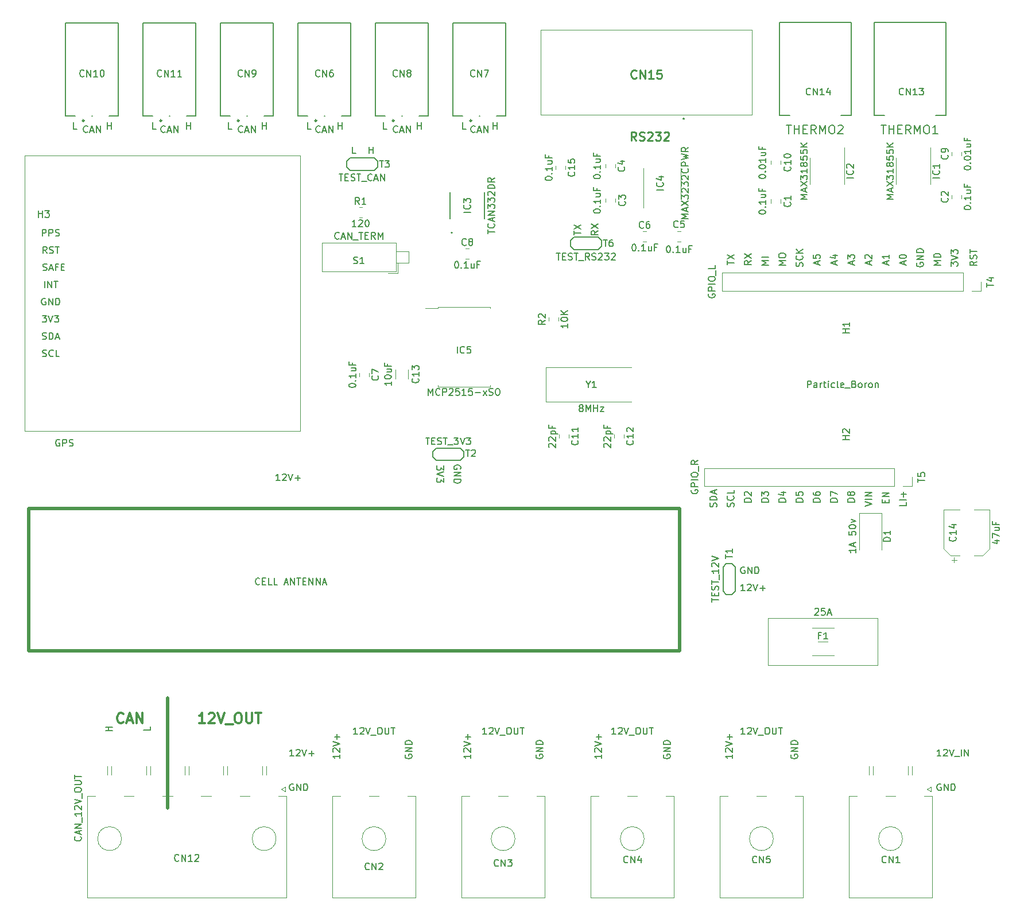
<source format=gto>
G04 #@! TF.GenerationSoftware,KiCad,Pcbnew,(5.1.9-0-10_14)*
G04 #@! TF.CreationDate,2021-03-21T13:51:25-07:00*
G04 #@! TF.ProjectId,telemetry-pcb,74656c65-6d65-4747-9279-2d7063622e6b,rev?*
G04 #@! TF.SameCoordinates,Original*
G04 #@! TF.FileFunction,Legend,Top*
G04 #@! TF.FilePolarity,Positive*
%FSLAX46Y46*%
G04 Gerber Fmt 4.6, Leading zero omitted, Abs format (unit mm)*
G04 Created by KiCad (PCBNEW (5.1.9-0-10_14)) date 2021-03-21 13:51:25*
%MOMM*%
%LPD*%
G01*
G04 APERTURE LIST*
%ADD10C,0.150000*%
%ADD11C,0.300000*%
%ADD12C,0.500000*%
%ADD13C,0.120000*%
%ADD14C,0.100000*%
%ADD15C,0.200000*%
%ADD16C,0.127000*%
%ADD17C,0.250000*%
%ADD18C,0.254000*%
G04 APERTURE END LIST*
D10*
X134580380Y-51561904D02*
X134580380Y-50990476D01*
X135580380Y-51276190D02*
X134580380Y-51276190D01*
X134580380Y-50752380D02*
X135580380Y-50085714D01*
X134580380Y-50085714D02*
X135580380Y-50752380D01*
X138120380Y-50966666D02*
X137644190Y-51300000D01*
X138120380Y-51538095D02*
X137120380Y-51538095D01*
X137120380Y-51157142D01*
X137168000Y-51061904D01*
X137215619Y-51014285D01*
X137310857Y-50966666D01*
X137453714Y-50966666D01*
X137548952Y-51014285D01*
X137596571Y-51061904D01*
X137644190Y-51157142D01*
X137644190Y-51538095D01*
X137120380Y-50633333D02*
X138120380Y-49966666D01*
X137120380Y-49966666D02*
X138120380Y-50633333D01*
X159766095Y-100592000D02*
X159670857Y-100544380D01*
X159528000Y-100544380D01*
X159385142Y-100592000D01*
X159289904Y-100687238D01*
X159242285Y-100782476D01*
X159194666Y-100972952D01*
X159194666Y-101115809D01*
X159242285Y-101306285D01*
X159289904Y-101401523D01*
X159385142Y-101496761D01*
X159528000Y-101544380D01*
X159623238Y-101544380D01*
X159766095Y-101496761D01*
X159813714Y-101449142D01*
X159813714Y-101115809D01*
X159623238Y-101115809D01*
X160242285Y-101544380D02*
X160242285Y-100544380D01*
X160813714Y-101544380D01*
X160813714Y-100544380D01*
X161289904Y-101544380D02*
X161289904Y-100544380D01*
X161528000Y-100544380D01*
X161670857Y-100592000D01*
X161766095Y-100687238D01*
X161813714Y-100782476D01*
X161861333Y-100972952D01*
X161861333Y-101115809D01*
X161813714Y-101306285D01*
X161766095Y-101401523D01*
X161670857Y-101496761D01*
X161528000Y-101544380D01*
X161289904Y-101544380D01*
X159797904Y-104084380D02*
X159226476Y-104084380D01*
X159512190Y-104084380D02*
X159512190Y-103084380D01*
X159416952Y-103227238D01*
X159321714Y-103322476D01*
X159226476Y-103370095D01*
X160178857Y-103179619D02*
X160226476Y-103132000D01*
X160321714Y-103084380D01*
X160559809Y-103084380D01*
X160655047Y-103132000D01*
X160702666Y-103179619D01*
X160750285Y-103274857D01*
X160750285Y-103370095D01*
X160702666Y-103512952D01*
X160131238Y-104084380D01*
X160750285Y-104084380D01*
X161036000Y-103084380D02*
X161369333Y-104084380D01*
X161702666Y-103084380D01*
X162036000Y-103703428D02*
X162797904Y-103703428D01*
X162416952Y-104084380D02*
X162416952Y-103322476D01*
X115355619Y-85629904D02*
X115355619Y-86248952D01*
X114974666Y-85915619D01*
X114974666Y-86058476D01*
X114927047Y-86153714D01*
X114879428Y-86201333D01*
X114784190Y-86248952D01*
X114546095Y-86248952D01*
X114450857Y-86201333D01*
X114403238Y-86153714D01*
X114355619Y-86058476D01*
X114355619Y-85772761D01*
X114403238Y-85677523D01*
X114450857Y-85629904D01*
X115355619Y-86534666D02*
X114355619Y-86868000D01*
X115355619Y-87201333D01*
X115355619Y-87439428D02*
X115355619Y-88058476D01*
X114974666Y-87725142D01*
X114974666Y-87868000D01*
X114927047Y-87963238D01*
X114879428Y-88010857D01*
X114784190Y-88058476D01*
X114546095Y-88058476D01*
X114450857Y-88010857D01*
X114403238Y-87963238D01*
X114355619Y-87868000D01*
X114355619Y-87582285D01*
X114403238Y-87487047D01*
X114450857Y-87439428D01*
X117848000Y-86106095D02*
X117895619Y-86010857D01*
X117895619Y-85868000D01*
X117848000Y-85725142D01*
X117752761Y-85629904D01*
X117657523Y-85582285D01*
X117467047Y-85534666D01*
X117324190Y-85534666D01*
X117133714Y-85582285D01*
X117038476Y-85629904D01*
X116943238Y-85725142D01*
X116895619Y-85868000D01*
X116895619Y-85963238D01*
X116943238Y-86106095D01*
X116990857Y-86153714D01*
X117324190Y-86153714D01*
X117324190Y-85963238D01*
X116895619Y-86582285D02*
X117895619Y-86582285D01*
X116895619Y-87153714D01*
X117895619Y-87153714D01*
X116895619Y-87629904D02*
X117895619Y-87629904D01*
X117895619Y-87868000D01*
X117848000Y-88010857D01*
X117752761Y-88106095D01*
X117657523Y-88153714D01*
X117467047Y-88201333D01*
X117324190Y-88201333D01*
X117133714Y-88153714D01*
X117038476Y-88106095D01*
X116943238Y-88010857D01*
X116895619Y-87868000D01*
X116895619Y-87629904D01*
X104362285Y-39568380D02*
X104362285Y-38568380D01*
X104362285Y-39044571D02*
X104933714Y-39044571D01*
X104933714Y-39568380D02*
X104933714Y-38568380D01*
X102417523Y-39568380D02*
X101941333Y-39568380D01*
X101941333Y-38568380D01*
D11*
X80177142Y-123614571D02*
X79320000Y-123614571D01*
X79748571Y-123614571D02*
X79748571Y-122114571D01*
X79605714Y-122328857D01*
X79462857Y-122471714D01*
X79320000Y-122543142D01*
X80748571Y-122257428D02*
X80820000Y-122186000D01*
X80962857Y-122114571D01*
X81320000Y-122114571D01*
X81462857Y-122186000D01*
X81534285Y-122257428D01*
X81605714Y-122400285D01*
X81605714Y-122543142D01*
X81534285Y-122757428D01*
X80677142Y-123614571D01*
X81605714Y-123614571D01*
X82034285Y-122114571D02*
X82534285Y-123614571D01*
X83034285Y-122114571D01*
X83177142Y-123757428D02*
X84320000Y-123757428D01*
X84962857Y-122114571D02*
X85248571Y-122114571D01*
X85391428Y-122186000D01*
X85534285Y-122328857D01*
X85605714Y-122614571D01*
X85605714Y-123114571D01*
X85534285Y-123400285D01*
X85391428Y-123543142D01*
X85248571Y-123614571D01*
X84962857Y-123614571D01*
X84820000Y-123543142D01*
X84677142Y-123400285D01*
X84605714Y-123114571D01*
X84605714Y-122614571D01*
X84677142Y-122328857D01*
X84820000Y-122186000D01*
X84962857Y-122114571D01*
X86248571Y-122114571D02*
X86248571Y-123328857D01*
X86320000Y-123471714D01*
X86391428Y-123543142D01*
X86534285Y-123614571D01*
X86820000Y-123614571D01*
X86962857Y-123543142D01*
X87034285Y-123471714D01*
X87105714Y-123328857D01*
X87105714Y-122114571D01*
X87605714Y-122114571D02*
X88462857Y-122114571D01*
X88034285Y-123614571D02*
X88034285Y-122114571D01*
D10*
X100020380Y-128238095D02*
X100020380Y-128809523D01*
X100020380Y-128523809D02*
X99020380Y-128523809D01*
X99163238Y-128619047D01*
X99258476Y-128714285D01*
X99306095Y-128809523D01*
X99115619Y-127857142D02*
X99068000Y-127809523D01*
X99020380Y-127714285D01*
X99020380Y-127476190D01*
X99068000Y-127380952D01*
X99115619Y-127333333D01*
X99210857Y-127285714D01*
X99306095Y-127285714D01*
X99448952Y-127333333D01*
X100020380Y-127904761D01*
X100020380Y-127285714D01*
X99020380Y-127000000D02*
X100020380Y-126666666D01*
X99020380Y-126333333D01*
X99639428Y-126000000D02*
X99639428Y-125238095D01*
X100020380Y-125619047D02*
X99258476Y-125619047D01*
X119324380Y-128238095D02*
X119324380Y-128809523D01*
X119324380Y-128523809D02*
X118324380Y-128523809D01*
X118467238Y-128619047D01*
X118562476Y-128714285D01*
X118610095Y-128809523D01*
X118419619Y-127857142D02*
X118372000Y-127809523D01*
X118324380Y-127714285D01*
X118324380Y-127476190D01*
X118372000Y-127380952D01*
X118419619Y-127333333D01*
X118514857Y-127285714D01*
X118610095Y-127285714D01*
X118752952Y-127333333D01*
X119324380Y-127904761D01*
X119324380Y-127285714D01*
X118324380Y-127000000D02*
X119324380Y-126666666D01*
X118324380Y-126333333D01*
X118943428Y-126000000D02*
X118943428Y-125238095D01*
X119324380Y-125619047D02*
X118562476Y-125619047D01*
X138628380Y-128238095D02*
X138628380Y-128809523D01*
X138628380Y-128523809D02*
X137628380Y-128523809D01*
X137771238Y-128619047D01*
X137866476Y-128714285D01*
X137914095Y-128809523D01*
X137723619Y-127857142D02*
X137676000Y-127809523D01*
X137628380Y-127714285D01*
X137628380Y-127476190D01*
X137676000Y-127380952D01*
X137723619Y-127333333D01*
X137818857Y-127285714D01*
X137914095Y-127285714D01*
X138056952Y-127333333D01*
X138628380Y-127904761D01*
X138628380Y-127285714D01*
X137628380Y-127000000D02*
X138628380Y-126666666D01*
X137628380Y-126333333D01*
X138247428Y-126000000D02*
X138247428Y-125238095D01*
X138628380Y-125619047D02*
X137866476Y-125619047D01*
X157932380Y-128238095D02*
X157932380Y-128809523D01*
X157932380Y-128523809D02*
X156932380Y-128523809D01*
X157075238Y-128619047D01*
X157170476Y-128714285D01*
X157218095Y-128809523D01*
X157027619Y-127857142D02*
X156980000Y-127809523D01*
X156932380Y-127714285D01*
X156932380Y-127476190D01*
X156980000Y-127380952D01*
X157027619Y-127333333D01*
X157122857Y-127285714D01*
X157218095Y-127285714D01*
X157360952Y-127333333D01*
X157932380Y-127904761D01*
X157932380Y-127285714D01*
X156932380Y-127000000D02*
X157932380Y-126666666D01*
X156932380Y-126333333D01*
X157551428Y-126000000D02*
X157551428Y-125238095D01*
X157932380Y-125619047D02*
X157170476Y-125619047D01*
D12*
X74676000Y-119888000D02*
X74676000Y-136144000D01*
D10*
X93249904Y-128468380D02*
X92678476Y-128468380D01*
X92964190Y-128468380D02*
X92964190Y-127468380D01*
X92868952Y-127611238D01*
X92773714Y-127706476D01*
X92678476Y-127754095D01*
X93630857Y-127563619D02*
X93678476Y-127516000D01*
X93773714Y-127468380D01*
X94011809Y-127468380D01*
X94107047Y-127516000D01*
X94154666Y-127563619D01*
X94202285Y-127658857D01*
X94202285Y-127754095D01*
X94154666Y-127896952D01*
X93583238Y-128468380D01*
X94202285Y-128468380D01*
X94488000Y-127468380D02*
X94821333Y-128468380D01*
X95154666Y-127468380D01*
X95488000Y-128087428D02*
X96249904Y-128087428D01*
X95868952Y-128468380D02*
X95868952Y-127706476D01*
X93218095Y-132596000D02*
X93122857Y-132548380D01*
X92980000Y-132548380D01*
X92837142Y-132596000D01*
X92741904Y-132691238D01*
X92694285Y-132786476D01*
X92646666Y-132976952D01*
X92646666Y-133119809D01*
X92694285Y-133310285D01*
X92741904Y-133405523D01*
X92837142Y-133500761D01*
X92980000Y-133548380D01*
X93075238Y-133548380D01*
X93218095Y-133500761D01*
X93265714Y-133453142D01*
X93265714Y-133119809D01*
X93075238Y-133119809D01*
X93694285Y-133548380D02*
X93694285Y-132548380D01*
X94265714Y-133548380D01*
X94265714Y-132548380D01*
X94741904Y-133548380D02*
X94741904Y-132548380D01*
X94980000Y-132548380D01*
X95122857Y-132596000D01*
X95218095Y-132691238D01*
X95265714Y-132786476D01*
X95313333Y-132976952D01*
X95313333Y-133119809D01*
X95265714Y-133310285D01*
X95218095Y-133405523D01*
X95122857Y-133500761D01*
X94980000Y-133548380D01*
X94741904Y-133548380D01*
X109736000Y-128269904D02*
X109688380Y-128365142D01*
X109688380Y-128508000D01*
X109736000Y-128650857D01*
X109831238Y-128746095D01*
X109926476Y-128793714D01*
X110116952Y-128841333D01*
X110259809Y-128841333D01*
X110450285Y-128793714D01*
X110545523Y-128746095D01*
X110640761Y-128650857D01*
X110688380Y-128508000D01*
X110688380Y-128412761D01*
X110640761Y-128269904D01*
X110593142Y-128222285D01*
X110259809Y-128222285D01*
X110259809Y-128412761D01*
X110688380Y-127793714D02*
X109688380Y-127793714D01*
X110688380Y-127222285D01*
X109688380Y-127222285D01*
X110688380Y-126746095D02*
X109688380Y-126746095D01*
X109688380Y-126508000D01*
X109736000Y-126365142D01*
X109831238Y-126269904D01*
X109926476Y-126222285D01*
X110116952Y-126174666D01*
X110259809Y-126174666D01*
X110450285Y-126222285D01*
X110545523Y-126269904D01*
X110640761Y-126365142D01*
X110688380Y-126508000D01*
X110688380Y-126746095D01*
X129040000Y-128269904D02*
X128992380Y-128365142D01*
X128992380Y-128508000D01*
X129040000Y-128650857D01*
X129135238Y-128746095D01*
X129230476Y-128793714D01*
X129420952Y-128841333D01*
X129563809Y-128841333D01*
X129754285Y-128793714D01*
X129849523Y-128746095D01*
X129944761Y-128650857D01*
X129992380Y-128508000D01*
X129992380Y-128412761D01*
X129944761Y-128269904D01*
X129897142Y-128222285D01*
X129563809Y-128222285D01*
X129563809Y-128412761D01*
X129992380Y-127793714D02*
X128992380Y-127793714D01*
X129992380Y-127222285D01*
X128992380Y-127222285D01*
X129992380Y-126746095D02*
X128992380Y-126746095D01*
X128992380Y-126508000D01*
X129040000Y-126365142D01*
X129135238Y-126269904D01*
X129230476Y-126222285D01*
X129420952Y-126174666D01*
X129563809Y-126174666D01*
X129754285Y-126222285D01*
X129849523Y-126269904D01*
X129944761Y-126365142D01*
X129992380Y-126508000D01*
X129992380Y-126746095D01*
X147836000Y-128269904D02*
X147788380Y-128365142D01*
X147788380Y-128508000D01*
X147836000Y-128650857D01*
X147931238Y-128746095D01*
X148026476Y-128793714D01*
X148216952Y-128841333D01*
X148359809Y-128841333D01*
X148550285Y-128793714D01*
X148645523Y-128746095D01*
X148740761Y-128650857D01*
X148788380Y-128508000D01*
X148788380Y-128412761D01*
X148740761Y-128269904D01*
X148693142Y-128222285D01*
X148359809Y-128222285D01*
X148359809Y-128412761D01*
X148788380Y-127793714D02*
X147788380Y-127793714D01*
X148788380Y-127222285D01*
X147788380Y-127222285D01*
X148788380Y-126746095D02*
X147788380Y-126746095D01*
X147788380Y-126508000D01*
X147836000Y-126365142D01*
X147931238Y-126269904D01*
X148026476Y-126222285D01*
X148216952Y-126174666D01*
X148359809Y-126174666D01*
X148550285Y-126222285D01*
X148645523Y-126269904D01*
X148740761Y-126365142D01*
X148788380Y-126508000D01*
X148788380Y-126746095D01*
X166632000Y-128269904D02*
X166584380Y-128365142D01*
X166584380Y-128508000D01*
X166632000Y-128650857D01*
X166727238Y-128746095D01*
X166822476Y-128793714D01*
X167012952Y-128841333D01*
X167155809Y-128841333D01*
X167346285Y-128793714D01*
X167441523Y-128746095D01*
X167536761Y-128650857D01*
X167584380Y-128508000D01*
X167584380Y-128412761D01*
X167536761Y-128269904D01*
X167489142Y-128222285D01*
X167155809Y-128222285D01*
X167155809Y-128412761D01*
X167584380Y-127793714D02*
X166584380Y-127793714D01*
X167584380Y-127222285D01*
X166584380Y-127222285D01*
X167584380Y-126746095D02*
X166584380Y-126746095D01*
X166584380Y-126508000D01*
X166632000Y-126365142D01*
X166727238Y-126269904D01*
X166822476Y-126222285D01*
X167012952Y-126174666D01*
X167155809Y-126174666D01*
X167346285Y-126222285D01*
X167441523Y-126269904D01*
X167536761Y-126365142D01*
X167584380Y-126508000D01*
X167584380Y-126746095D01*
X91217904Y-87828380D02*
X90646476Y-87828380D01*
X90932190Y-87828380D02*
X90932190Y-86828380D01*
X90836952Y-86971238D01*
X90741714Y-87066476D01*
X90646476Y-87114095D01*
X91598857Y-86923619D02*
X91646476Y-86876000D01*
X91741714Y-86828380D01*
X91979809Y-86828380D01*
X92075047Y-86876000D01*
X92122666Y-86923619D01*
X92170285Y-87018857D01*
X92170285Y-87114095D01*
X92122666Y-87256952D01*
X91551238Y-87828380D01*
X92170285Y-87828380D01*
X92456000Y-86828380D02*
X92789333Y-87828380D01*
X93122666Y-86828380D01*
X93456000Y-87447428D02*
X94217904Y-87447428D01*
X93836952Y-87828380D02*
X93836952Y-87066476D01*
X188722095Y-132596000D02*
X188626857Y-132548380D01*
X188484000Y-132548380D01*
X188341142Y-132596000D01*
X188245904Y-132691238D01*
X188198285Y-132786476D01*
X188150666Y-132976952D01*
X188150666Y-133119809D01*
X188198285Y-133310285D01*
X188245904Y-133405523D01*
X188341142Y-133500761D01*
X188484000Y-133548380D01*
X188579238Y-133548380D01*
X188722095Y-133500761D01*
X188769714Y-133453142D01*
X188769714Y-133119809D01*
X188579238Y-133119809D01*
X189198285Y-133548380D02*
X189198285Y-132548380D01*
X189769714Y-133548380D01*
X189769714Y-132548380D01*
X190245904Y-133548380D02*
X190245904Y-132548380D01*
X190484000Y-132548380D01*
X190626857Y-132596000D01*
X190722095Y-132691238D01*
X190769714Y-132786476D01*
X190817333Y-132976952D01*
X190817333Y-133119809D01*
X190769714Y-133310285D01*
X190722095Y-133405523D01*
X190626857Y-133500761D01*
X190484000Y-133548380D01*
X190245904Y-133548380D01*
D11*
X68123714Y-123471714D02*
X68052285Y-123543142D01*
X67838000Y-123614571D01*
X67695142Y-123614571D01*
X67480857Y-123543142D01*
X67338000Y-123400285D01*
X67266571Y-123257428D01*
X67195142Y-122971714D01*
X67195142Y-122757428D01*
X67266571Y-122471714D01*
X67338000Y-122328857D01*
X67480857Y-122186000D01*
X67695142Y-122114571D01*
X67838000Y-122114571D01*
X68052285Y-122186000D01*
X68123714Y-122257428D01*
X68695142Y-123186000D02*
X69409428Y-123186000D01*
X68552285Y-123614571D02*
X69052285Y-122114571D01*
X69552285Y-123614571D01*
X70052285Y-123614571D02*
X70052285Y-122114571D01*
X70909428Y-123614571D01*
X70909428Y-122114571D01*
D10*
X72080380Y-124150476D02*
X72080380Y-124626666D01*
X71080380Y-124626666D01*
X66492380Y-124745714D02*
X65492380Y-124745714D01*
X65968571Y-124745714D02*
X65968571Y-124174285D01*
X66492380Y-124174285D02*
X65492380Y-124174285D01*
X65754285Y-35984380D02*
X65754285Y-34984380D01*
X65754285Y-35460571D02*
X66325714Y-35460571D01*
X66325714Y-35984380D02*
X66325714Y-34984380D01*
X77438285Y-35984380D02*
X77438285Y-34984380D01*
X77438285Y-35460571D02*
X78009714Y-35460571D01*
X78009714Y-35984380D02*
X78009714Y-34984380D01*
X88614285Y-35984380D02*
X88614285Y-34984380D01*
X88614285Y-35460571D02*
X89185714Y-35460571D01*
X89185714Y-35984380D02*
X89185714Y-34984380D01*
X99790285Y-35984380D02*
X99790285Y-34984380D01*
X99790285Y-35460571D02*
X100361714Y-35460571D01*
X100361714Y-35984380D02*
X100361714Y-34984380D01*
X111474285Y-35984380D02*
X111474285Y-34984380D01*
X111474285Y-35460571D02*
X112045714Y-35460571D01*
X112045714Y-35984380D02*
X112045714Y-34984380D01*
X122650285Y-35984380D02*
X122650285Y-34984380D01*
X122650285Y-35460571D02*
X123221714Y-35460571D01*
X123221714Y-35984380D02*
X123221714Y-34984380D01*
X118673523Y-35984380D02*
X118197333Y-35984380D01*
X118197333Y-34984380D01*
X106989523Y-35984380D02*
X106513333Y-35984380D01*
X106513333Y-34984380D01*
X95813523Y-35984380D02*
X95337333Y-35984380D01*
X95337333Y-34984380D01*
X84129523Y-35984380D02*
X83653333Y-35984380D01*
X83653333Y-34984380D01*
X72953523Y-35984380D02*
X72477333Y-35984380D01*
X72477333Y-34984380D01*
X61269523Y-35984380D02*
X60793333Y-35984380D01*
X60793333Y-34984380D01*
X88241761Y-103100142D02*
X88194142Y-103147761D01*
X88051285Y-103195380D01*
X87956047Y-103195380D01*
X87813190Y-103147761D01*
X87717952Y-103052523D01*
X87670333Y-102957285D01*
X87622714Y-102766809D01*
X87622714Y-102623952D01*
X87670333Y-102433476D01*
X87717952Y-102338238D01*
X87813190Y-102243000D01*
X87956047Y-102195380D01*
X88051285Y-102195380D01*
X88194142Y-102243000D01*
X88241761Y-102290619D01*
X88670333Y-102671571D02*
X89003666Y-102671571D01*
X89146523Y-103195380D02*
X88670333Y-103195380D01*
X88670333Y-102195380D01*
X89146523Y-102195380D01*
X90051285Y-103195380D02*
X89575095Y-103195380D01*
X89575095Y-102195380D01*
X90860809Y-103195380D02*
X90384619Y-103195380D01*
X90384619Y-102195380D01*
X91908428Y-102909666D02*
X92384619Y-102909666D01*
X91813190Y-103195380D02*
X92146523Y-102195380D01*
X92479857Y-103195380D01*
X92813190Y-103195380D02*
X92813190Y-102195380D01*
X93384619Y-103195380D01*
X93384619Y-102195380D01*
X93717952Y-102195380D02*
X94289380Y-102195380D01*
X94003666Y-103195380D02*
X94003666Y-102195380D01*
X94622714Y-102671571D02*
X94956047Y-102671571D01*
X95098904Y-103195380D02*
X94622714Y-103195380D01*
X94622714Y-102195380D01*
X95098904Y-102195380D01*
X95527476Y-103195380D02*
X95527476Y-102195380D01*
X96098904Y-103195380D01*
X96098904Y-102195380D01*
X96575095Y-103195380D02*
X96575095Y-102195380D01*
X97146523Y-103195380D01*
X97146523Y-102195380D01*
X97575095Y-102909666D02*
X98051285Y-102909666D01*
X97479857Y-103195380D02*
X97813190Y-102195380D01*
X98146523Y-103195380D01*
D12*
X54172000Y-91938000D02*
X54172000Y-112938000D01*
X150172000Y-112938000D02*
X54172000Y-112938000D01*
X150172000Y-91938000D02*
X150172000Y-112938000D01*
X54172000Y-91938000D02*
X150172000Y-91938000D01*
D13*
X53594000Y-39878000D02*
X53594000Y-80518000D01*
X53594000Y-80518000D02*
X94234000Y-80518000D01*
X94234000Y-80518000D02*
X94234000Y-39878000D01*
X94234000Y-39878000D02*
X53594000Y-39878000D01*
X181862607Y-85989463D02*
X181862607Y-88649463D01*
X181862607Y-85989463D02*
X153862607Y-85989463D01*
X153862607Y-85989463D02*
X153862607Y-88649463D01*
X181862607Y-88649463D02*
X153862607Y-88649463D01*
X184462607Y-88649463D02*
X183132607Y-88649463D01*
X184462607Y-87319463D02*
X184462607Y-88649463D01*
X192025235Y-57176104D02*
X192025235Y-59836104D01*
X192025235Y-57176104D02*
X156405235Y-57176104D01*
X156405235Y-57176104D02*
X156405235Y-59836104D01*
X192025235Y-59836104D02*
X156405235Y-59836104D01*
X194625235Y-59836104D02*
X193295235Y-59836104D01*
X194625235Y-58506104D02*
X194625235Y-59836104D01*
X108330000Y-55674000D02*
X108330000Y-54054000D01*
X110190000Y-55674000D02*
X110190000Y-54054000D01*
X110190000Y-54054000D02*
X108330000Y-54054000D01*
X110190000Y-55674000D02*
X108330000Y-55674000D01*
X108570000Y-57214000D02*
X108570000Y-55831000D01*
X108570000Y-57214000D02*
X107187000Y-57214000D01*
X97410000Y-56974000D02*
X97410000Y-52754000D01*
X108330000Y-56974000D02*
X108330000Y-52754000D01*
X108330000Y-52754000D02*
X97410000Y-52754000D01*
X108330000Y-56974000D02*
X97410000Y-56974000D01*
X130460000Y-76210000D02*
X143060000Y-76210000D01*
X130460000Y-71110000D02*
X130460000Y-76210000D01*
X143060000Y-71110000D02*
X130460000Y-71110000D01*
D10*
X175460000Y-20225000D02*
X175460000Y-33945000D01*
X175460000Y-20225000D02*
X164900000Y-20225000D01*
X164900000Y-20225000D02*
X164900000Y-33945000D01*
X166420000Y-33945000D02*
X164900000Y-33945000D01*
X175460000Y-33945000D02*
X173940000Y-33945000D01*
X189430000Y-20225000D02*
X189430000Y-33945000D01*
X189430000Y-20225000D02*
X178870000Y-20225000D01*
X178870000Y-20225000D02*
X178870000Y-33945000D01*
X180390000Y-33945000D02*
X178870000Y-33945000D01*
X189430000Y-33945000D02*
X187910000Y-33945000D01*
D14*
X160883000Y-33840000D02*
X129693000Y-33840000D01*
X129693000Y-33840000D02*
X129693000Y-21340000D01*
X129693000Y-21340000D02*
X160883000Y-21340000D01*
X160883000Y-21340000D02*
X160883000Y-33840000D01*
D15*
X150888000Y-34440000D02*
X150888000Y-34440000D01*
X150688000Y-34440000D02*
X150688000Y-34440000D01*
X150888000Y-34440000D02*
G75*
G03*
X150688000Y-34440000I-100000J0D01*
G01*
X150688000Y-34440000D02*
G75*
G03*
X150888000Y-34440000I100000J0D01*
G01*
D13*
X164010000Y-140650000D02*
G75*
G03*
X164010000Y-140650000I-1760000J0D01*
G01*
X162250000Y-149360000D02*
X168385000Y-149360000D01*
X168385000Y-149360000D02*
X168385000Y-134340000D01*
X168385000Y-134340000D02*
X167210000Y-134340000D01*
X162250000Y-149360000D02*
X156115000Y-149360000D01*
X156115000Y-149360000D02*
X156115000Y-134340000D01*
X156115000Y-134340000D02*
X157290000Y-134340000D01*
X162990000Y-134340000D02*
X161510000Y-134340000D01*
X144960000Y-140650000D02*
G75*
G03*
X144960000Y-140650000I-1760000J0D01*
G01*
X143200000Y-149360000D02*
X149335000Y-149360000D01*
X149335000Y-149360000D02*
X149335000Y-134340000D01*
X149335000Y-134340000D02*
X148160000Y-134340000D01*
X143200000Y-149360000D02*
X137065000Y-149360000D01*
X137065000Y-149360000D02*
X137065000Y-134340000D01*
X137065000Y-134340000D02*
X138240000Y-134340000D01*
X143940000Y-134340000D02*
X142460000Y-134340000D01*
X125910000Y-140650000D02*
G75*
G03*
X125910000Y-140650000I-1760000J0D01*
G01*
X124150000Y-149360000D02*
X130285000Y-149360000D01*
X130285000Y-149360000D02*
X130285000Y-134340000D01*
X130285000Y-134340000D02*
X129110000Y-134340000D01*
X124150000Y-149360000D02*
X118015000Y-149360000D01*
X118015000Y-149360000D02*
X118015000Y-134340000D01*
X118015000Y-134340000D02*
X119190000Y-134340000D01*
X124890000Y-134340000D02*
X123410000Y-134340000D01*
X106860000Y-140650000D02*
G75*
G03*
X106860000Y-140650000I-1760000J0D01*
G01*
X105100000Y-149360000D02*
X111235000Y-149360000D01*
X111235000Y-149360000D02*
X111235000Y-134340000D01*
X111235000Y-134340000D02*
X110060000Y-134340000D01*
X105100000Y-149360000D02*
X98965000Y-149360000D01*
X98965000Y-149360000D02*
X98965000Y-134340000D01*
X98965000Y-134340000D02*
X100140000Y-134340000D01*
X105840000Y-134340000D02*
X104360000Y-134340000D01*
X150309000Y-43942000D02*
X150309000Y-41742000D01*
X150309000Y-43942000D02*
X150309000Y-46142000D01*
X144839000Y-43942000D02*
X144839000Y-41742000D01*
X144839000Y-43942000D02*
X144839000Y-47542000D01*
X169398000Y-42164000D02*
X169398000Y-44114000D01*
X169398000Y-42164000D02*
X169398000Y-40214000D01*
X174518000Y-42164000D02*
X174518000Y-44114000D01*
X174518000Y-42164000D02*
X174518000Y-38714000D01*
X182098000Y-42164000D02*
X182098000Y-44114000D01*
X182098000Y-42164000D02*
X182098000Y-40214000D01*
X187218000Y-42164000D02*
X187218000Y-44114000D01*
X187218000Y-42164000D02*
X187218000Y-38714000D01*
X130837000Y-64235064D02*
X130837000Y-63780936D01*
X132307000Y-64235064D02*
X132307000Y-63780936D01*
X118364000Y-73957000D02*
X122224000Y-73957000D01*
X122224000Y-73957000D02*
X122224000Y-73712000D01*
X118364000Y-73957000D02*
X114504000Y-73957000D01*
X114504000Y-73957000D02*
X114504000Y-73712000D01*
X118364000Y-62187000D02*
X122224000Y-62187000D01*
X122224000Y-62187000D02*
X122224000Y-62432000D01*
X118364000Y-62187000D02*
X114504000Y-62187000D01*
X114504000Y-62187000D02*
X114504000Y-62432000D01*
X114504000Y-62432000D02*
X112689000Y-62432000D01*
D15*
X116667000Y-51284000D02*
G75*
G03*
X116667000Y-51284000I-100000J0D01*
G01*
D16*
X116347000Y-49194000D02*
X116347000Y-45294000D01*
X121397000Y-49194000D02*
X121397000Y-45294000D01*
D13*
X133323000Y-41394748D02*
X133323000Y-41917252D01*
X131853000Y-41394748D02*
X131853000Y-41917252D01*
X195942000Y-92094000D02*
X193592000Y-92094000D01*
X189122000Y-92094000D02*
X191472000Y-92094000D01*
X189122000Y-97849563D02*
X189122000Y-92094000D01*
X195942000Y-97849563D02*
X195942000Y-92094000D01*
X194877563Y-98914000D02*
X193592000Y-98914000D01*
X190186437Y-98914000D02*
X191472000Y-98914000D01*
X190186437Y-98914000D02*
X189122000Y-97849563D01*
X194877563Y-98914000D02*
X195942000Y-97849563D01*
X190684500Y-99941500D02*
X190684500Y-99154000D01*
X190290750Y-99547750D02*
X191078250Y-99547750D01*
X108310000Y-72847252D02*
X108310000Y-71424748D01*
X110130000Y-72847252D02*
X110130000Y-71424748D01*
X141959000Y-81018748D02*
X141959000Y-81541252D01*
X140489000Y-81018748D02*
X140489000Y-81541252D01*
X133831000Y-81018748D02*
X133831000Y-81541252D01*
X132361000Y-81018748D02*
X132361000Y-81541252D01*
X118610748Y-53621000D02*
X119133252Y-53621000D01*
X118610748Y-55091000D02*
X119133252Y-55091000D01*
X104367000Y-71940748D02*
X104367000Y-72463252D01*
X102897000Y-71940748D02*
X102897000Y-72463252D01*
D17*
X62350000Y-34725000D02*
G75*
G03*
X62350000Y-34725000I-125000J0D01*
G01*
D10*
X67380000Y-20290000D02*
X67380000Y-34010000D01*
X67380000Y-20290000D02*
X59620000Y-20290000D01*
X59620000Y-20290000D02*
X59620000Y-34010000D01*
X61010000Y-34010000D02*
X59620000Y-34010000D01*
X63550000Y-34010000D02*
X63450000Y-34010000D01*
X67380000Y-34010000D02*
X65990000Y-34010000D01*
D17*
X73780000Y-34725000D02*
G75*
G03*
X73780000Y-34725000I-125000J0D01*
G01*
D10*
X78810000Y-20290000D02*
X78810000Y-34010000D01*
X78810000Y-20290000D02*
X71050000Y-20290000D01*
X71050000Y-20290000D02*
X71050000Y-34010000D01*
X72440000Y-34010000D02*
X71050000Y-34010000D01*
X74980000Y-34010000D02*
X74880000Y-34010000D01*
X78810000Y-34010000D02*
X77420000Y-34010000D01*
D17*
X85210000Y-34725000D02*
G75*
G03*
X85210000Y-34725000I-125000J0D01*
G01*
D10*
X90240000Y-20290000D02*
X90240000Y-34010000D01*
X90240000Y-20290000D02*
X82480000Y-20290000D01*
X82480000Y-20290000D02*
X82480000Y-34010000D01*
X83870000Y-34010000D02*
X82480000Y-34010000D01*
X86410000Y-34010000D02*
X86310000Y-34010000D01*
X90240000Y-34010000D02*
X88850000Y-34010000D01*
D17*
X108070000Y-34725000D02*
G75*
G03*
X108070000Y-34725000I-125000J0D01*
G01*
D10*
X113100000Y-20290000D02*
X113100000Y-34010000D01*
X113100000Y-20290000D02*
X105340000Y-20290000D01*
X105340000Y-20290000D02*
X105340000Y-34010000D01*
X106730000Y-34010000D02*
X105340000Y-34010000D01*
X109270000Y-34010000D02*
X109170000Y-34010000D01*
X113100000Y-34010000D02*
X111710000Y-34010000D01*
D17*
X119500000Y-34725000D02*
G75*
G03*
X119500000Y-34725000I-125000J0D01*
G01*
D10*
X124530000Y-20290000D02*
X124530000Y-34010000D01*
X124530000Y-20290000D02*
X116770000Y-20290000D01*
X116770000Y-20290000D02*
X116770000Y-34010000D01*
X118160000Y-34010000D02*
X116770000Y-34010000D01*
X120700000Y-34010000D02*
X120600000Y-34010000D01*
X124530000Y-34010000D02*
X123140000Y-34010000D01*
D17*
X96640000Y-34725000D02*
G75*
G03*
X96640000Y-34725000I-125000J0D01*
G01*
D10*
X101670000Y-20290000D02*
X101670000Y-34010000D01*
X101670000Y-20290000D02*
X93910000Y-20290000D01*
X93910000Y-20290000D02*
X93910000Y-34010000D01*
X95300000Y-34010000D02*
X93910000Y-34010000D01*
X97840000Y-34010000D02*
X97740000Y-34010000D01*
X101670000Y-34010000D02*
X100280000Y-34010000D01*
D13*
X92000000Y-133650000D02*
X91400000Y-133350000D01*
X92000000Y-133050000D02*
X92000000Y-133650000D01*
X91400000Y-133350000D02*
X92000000Y-133050000D01*
X65800000Y-131240000D02*
X65800000Y-129960000D01*
X66400000Y-131240000D02*
X66400000Y-129960000D01*
X71500000Y-131240000D02*
X71500000Y-129960000D01*
X72100000Y-131240000D02*
X72100000Y-129960000D01*
X77200000Y-131240000D02*
X77200000Y-129960000D01*
X77800000Y-131240000D02*
X77800000Y-129960000D01*
X82900000Y-131240000D02*
X82900000Y-129960000D01*
X83500000Y-131240000D02*
X83500000Y-129960000D01*
X88600000Y-131240000D02*
X88600000Y-129960000D01*
X89200000Y-131240000D02*
X89200000Y-129960000D01*
X69690000Y-134340000D02*
X68210000Y-134340000D01*
X75390000Y-134340000D02*
X73910000Y-134340000D01*
X81090000Y-134340000D02*
X79610000Y-134340000D01*
X86790000Y-134340000D02*
X85310000Y-134340000D01*
X62815000Y-134340000D02*
X63990000Y-134340000D01*
X62815000Y-149360000D02*
X62815000Y-134340000D01*
X77500000Y-149360000D02*
X62815000Y-149360000D01*
X92185000Y-134340000D02*
X91010000Y-134340000D01*
X92185000Y-149360000D02*
X92185000Y-134340000D01*
X77500000Y-149360000D02*
X92185000Y-149360000D01*
X67860000Y-140650000D02*
G75*
G03*
X67860000Y-140650000I-1760000J0D01*
G01*
X90660000Y-140650000D02*
G75*
G03*
X90660000Y-140650000I-1760000J0D01*
G01*
X172916000Y-113584000D02*
X169716000Y-113584000D01*
X169716000Y-109584000D02*
X172916000Y-109584000D01*
X172066000Y-111584000D02*
X170566000Y-111584000D01*
X163216000Y-115054000D02*
X179416000Y-115054000D01*
X163216000Y-108114000D02*
X163216000Y-115054000D01*
X179416000Y-108114000D02*
X163216000Y-108114000D01*
X179416000Y-115054000D02*
X179416000Y-108114000D01*
X187250000Y-133650000D02*
X186650000Y-133350000D01*
X187250000Y-133050000D02*
X187250000Y-133650000D01*
X186650000Y-133350000D02*
X187250000Y-133050000D01*
X178150000Y-131240000D02*
X178150000Y-129960000D01*
X178750000Y-131240000D02*
X178750000Y-129960000D01*
X183850000Y-131240000D02*
X183850000Y-129960000D01*
X184450000Y-131240000D02*
X184450000Y-129960000D01*
X182040000Y-134340000D02*
X180560000Y-134340000D01*
X175165000Y-134340000D02*
X176340000Y-134340000D01*
X175165000Y-149360000D02*
X175165000Y-134340000D01*
X181300000Y-149360000D02*
X175165000Y-149360000D01*
X187435000Y-134340000D02*
X186260000Y-134340000D01*
X187435000Y-149360000D02*
X187435000Y-134340000D01*
X181300000Y-149360000D02*
X187435000Y-149360000D01*
X183060000Y-140650000D02*
G75*
G03*
X183060000Y-140650000I-1760000J0D01*
G01*
D10*
X134098000Y-52432000D02*
X134598000Y-51932000D01*
X134098000Y-53232000D02*
X134098000Y-52432000D01*
X134598000Y-53732000D02*
X134098000Y-53232000D01*
X138198000Y-53732000D02*
X134598000Y-53732000D01*
X138698000Y-53232000D02*
X138198000Y-53732000D01*
X138698000Y-52432000D02*
X138698000Y-53232000D01*
X138198000Y-51932000D02*
X138698000Y-52432000D01*
X134598000Y-51932000D02*
X138198000Y-51932000D01*
X101078000Y-40748000D02*
X101578000Y-40248000D01*
X101078000Y-41548000D02*
X101078000Y-40748000D01*
X101578000Y-42048000D02*
X101078000Y-41548000D01*
X105178000Y-42048000D02*
X101578000Y-42048000D01*
X105678000Y-41548000D02*
X105178000Y-42048000D01*
X105678000Y-40748000D02*
X105678000Y-41548000D01*
X105178000Y-40248000D02*
X105678000Y-40748000D01*
X101578000Y-40248000D02*
X105178000Y-40248000D01*
X113778000Y-83547000D02*
X114278000Y-83047000D01*
X113778000Y-84347000D02*
X113778000Y-83547000D01*
X114278000Y-84847000D02*
X113778000Y-84347000D01*
X117878000Y-84847000D02*
X114278000Y-84847000D01*
X118378000Y-84347000D02*
X117878000Y-84847000D01*
X118378000Y-83547000D02*
X118378000Y-84347000D01*
X117878000Y-83047000D02*
X118378000Y-83547000D01*
X114278000Y-83047000D02*
X117878000Y-83047000D01*
X157080000Y-104662000D02*
X156580000Y-104162000D01*
X157880000Y-104662000D02*
X157080000Y-104662000D01*
X158380000Y-104162000D02*
X157880000Y-104662000D01*
X158380000Y-100562000D02*
X158380000Y-104162000D01*
X157880000Y-100062000D02*
X158380000Y-100562000D01*
X157080000Y-100062000D02*
X157880000Y-100062000D01*
X156580000Y-100562000D02*
X157080000Y-100062000D01*
X156580000Y-104162000D02*
X156580000Y-100562000D01*
D13*
X102896936Y-48995000D02*
X103351064Y-48995000D01*
X102896936Y-47525000D02*
X103351064Y-47525000D01*
X179958000Y-92612000D02*
X179958000Y-98012000D01*
X176658000Y-92612000D02*
X176658000Y-98012000D01*
X179958000Y-92612000D02*
X176658000Y-92612000D01*
X191743000Y-39885252D02*
X191743000Y-39362748D01*
X190273000Y-39885252D02*
X190273000Y-39362748D01*
X165073000Y-41155252D02*
X165073000Y-40632748D01*
X163603000Y-41155252D02*
X163603000Y-40632748D01*
X144772748Y-52551000D02*
X145295252Y-52551000D01*
X144772748Y-51081000D02*
X145295252Y-51081000D01*
X150375252Y-51081000D02*
X149852748Y-51081000D01*
X150375252Y-52551000D02*
X149852748Y-52551000D01*
X139219000Y-41140748D02*
X139219000Y-41663252D01*
X140689000Y-41140748D02*
X140689000Y-41663252D01*
X140689000Y-46743252D02*
X140689000Y-46220748D01*
X139219000Y-46743252D02*
X139219000Y-46220748D01*
X191743000Y-46235252D02*
X191743000Y-45712748D01*
X190273000Y-46235252D02*
X190273000Y-45712748D01*
X165073000Y-46870252D02*
X165073000Y-46347748D01*
X163603000Y-46870252D02*
X163603000Y-46347748D01*
D10*
X55626095Y-48990380D02*
X55626095Y-47990380D01*
X55626095Y-48466571D02*
X56197523Y-48466571D01*
X56197523Y-48990380D02*
X56197523Y-47990380D01*
X56578476Y-47990380D02*
X57197523Y-47990380D01*
X56864190Y-48371333D01*
X57007047Y-48371333D01*
X57102285Y-48418952D01*
X57149904Y-48466571D01*
X57197523Y-48561809D01*
X57197523Y-48799904D01*
X57149904Y-48895142D01*
X57102285Y-48942761D01*
X57007047Y-48990380D01*
X56721333Y-48990380D01*
X56626095Y-48942761D01*
X56578476Y-48895142D01*
X58721714Y-81796000D02*
X58626476Y-81748380D01*
X58483619Y-81748380D01*
X58340761Y-81796000D01*
X58245523Y-81891238D01*
X58197904Y-81986476D01*
X58150285Y-82176952D01*
X58150285Y-82319809D01*
X58197904Y-82510285D01*
X58245523Y-82605523D01*
X58340761Y-82700761D01*
X58483619Y-82748380D01*
X58578857Y-82748380D01*
X58721714Y-82700761D01*
X58769333Y-82653142D01*
X58769333Y-82319809D01*
X58578857Y-82319809D01*
X59197904Y-82748380D02*
X59197904Y-81748380D01*
X59578857Y-81748380D01*
X59674095Y-81796000D01*
X59721714Y-81843619D01*
X59769333Y-81938857D01*
X59769333Y-82081714D01*
X59721714Y-82176952D01*
X59674095Y-82224571D01*
X59578857Y-82272190D01*
X59197904Y-82272190D01*
X60150285Y-82700761D02*
X60293142Y-82748380D01*
X60531238Y-82748380D01*
X60626476Y-82700761D01*
X60674095Y-82653142D01*
X60721714Y-82557904D01*
X60721714Y-82462666D01*
X60674095Y-82367428D01*
X60626476Y-82319809D01*
X60531238Y-82272190D01*
X60340761Y-82224571D01*
X60245523Y-82176952D01*
X60197904Y-82129333D01*
X60150285Y-82034095D01*
X60150285Y-81938857D01*
X60197904Y-81843619D01*
X60245523Y-81796000D01*
X60340761Y-81748380D01*
X60578857Y-81748380D01*
X60721714Y-81796000D01*
X56165904Y-51760380D02*
X56165904Y-50760380D01*
X56546857Y-50760380D01*
X56642095Y-50808000D01*
X56689714Y-50855619D01*
X56737333Y-50950857D01*
X56737333Y-51093714D01*
X56689714Y-51188952D01*
X56642095Y-51236571D01*
X56546857Y-51284190D01*
X56165904Y-51284190D01*
X57165904Y-51760380D02*
X57165904Y-50760380D01*
X57546857Y-50760380D01*
X57642095Y-50808000D01*
X57689714Y-50855619D01*
X57737333Y-50950857D01*
X57737333Y-51093714D01*
X57689714Y-51188952D01*
X57642095Y-51236571D01*
X57546857Y-51284190D01*
X57165904Y-51284190D01*
X58118285Y-51712761D02*
X58261142Y-51760380D01*
X58499238Y-51760380D01*
X58594476Y-51712761D01*
X58642095Y-51665142D01*
X58689714Y-51569904D01*
X58689714Y-51474666D01*
X58642095Y-51379428D01*
X58594476Y-51331809D01*
X58499238Y-51284190D01*
X58308761Y-51236571D01*
X58213523Y-51188952D01*
X58165904Y-51141333D01*
X58118285Y-51046095D01*
X58118285Y-50950857D01*
X58165904Y-50855619D01*
X58213523Y-50808000D01*
X58308761Y-50760380D01*
X58546857Y-50760380D01*
X58689714Y-50808000D01*
X56856380Y-54300380D02*
X56523047Y-53824190D01*
X56284952Y-54300380D02*
X56284952Y-53300380D01*
X56665904Y-53300380D01*
X56761142Y-53348000D01*
X56808761Y-53395619D01*
X56856380Y-53490857D01*
X56856380Y-53633714D01*
X56808761Y-53728952D01*
X56761142Y-53776571D01*
X56665904Y-53824190D01*
X56284952Y-53824190D01*
X57237333Y-54252761D02*
X57380190Y-54300380D01*
X57618285Y-54300380D01*
X57713523Y-54252761D01*
X57761142Y-54205142D01*
X57808761Y-54109904D01*
X57808761Y-54014666D01*
X57761142Y-53919428D01*
X57713523Y-53871809D01*
X57618285Y-53824190D01*
X57427809Y-53776571D01*
X57332571Y-53728952D01*
X57284952Y-53681333D01*
X57237333Y-53586095D01*
X57237333Y-53490857D01*
X57284952Y-53395619D01*
X57332571Y-53348000D01*
X57427809Y-53300380D01*
X57665904Y-53300380D01*
X57808761Y-53348000D01*
X58094476Y-53300380D02*
X58665904Y-53300380D01*
X58380190Y-54300380D02*
X58380190Y-53300380D01*
X56268761Y-56792761D02*
X56411619Y-56840380D01*
X56649714Y-56840380D01*
X56744952Y-56792761D01*
X56792571Y-56745142D01*
X56840190Y-56649904D01*
X56840190Y-56554666D01*
X56792571Y-56459428D01*
X56744952Y-56411809D01*
X56649714Y-56364190D01*
X56459238Y-56316571D01*
X56364000Y-56268952D01*
X56316380Y-56221333D01*
X56268761Y-56126095D01*
X56268761Y-56030857D01*
X56316380Y-55935619D01*
X56364000Y-55888000D01*
X56459238Y-55840380D01*
X56697333Y-55840380D01*
X56840190Y-55888000D01*
X57221142Y-56554666D02*
X57697333Y-56554666D01*
X57125904Y-56840380D02*
X57459238Y-55840380D01*
X57792571Y-56840380D01*
X58459238Y-56316571D02*
X58125904Y-56316571D01*
X58125904Y-56840380D02*
X58125904Y-55840380D01*
X58602095Y-55840380D01*
X58983047Y-56316571D02*
X59316380Y-56316571D01*
X59459238Y-56840380D02*
X58983047Y-56840380D01*
X58983047Y-55840380D01*
X59459238Y-55840380D01*
X56499238Y-59380380D02*
X56499238Y-58380380D01*
X56975428Y-59380380D02*
X56975428Y-58380380D01*
X57546857Y-59380380D01*
X57546857Y-58380380D01*
X57880190Y-58380380D02*
X58451619Y-58380380D01*
X58165904Y-59380380D02*
X58165904Y-58380380D01*
X56642095Y-60968000D02*
X56546857Y-60920380D01*
X56404000Y-60920380D01*
X56261142Y-60968000D01*
X56165904Y-61063238D01*
X56118285Y-61158476D01*
X56070666Y-61348952D01*
X56070666Y-61491809D01*
X56118285Y-61682285D01*
X56165904Y-61777523D01*
X56261142Y-61872761D01*
X56404000Y-61920380D01*
X56499238Y-61920380D01*
X56642095Y-61872761D01*
X56689714Y-61825142D01*
X56689714Y-61491809D01*
X56499238Y-61491809D01*
X57118285Y-61920380D02*
X57118285Y-60920380D01*
X57689714Y-61920380D01*
X57689714Y-60920380D01*
X58165904Y-61920380D02*
X58165904Y-60920380D01*
X58404000Y-60920380D01*
X58546857Y-60968000D01*
X58642095Y-61063238D01*
X58689714Y-61158476D01*
X58737333Y-61348952D01*
X58737333Y-61491809D01*
X58689714Y-61682285D01*
X58642095Y-61777523D01*
X58546857Y-61872761D01*
X58404000Y-61920380D01*
X58165904Y-61920380D01*
X56165904Y-63460380D02*
X56784952Y-63460380D01*
X56451619Y-63841333D01*
X56594476Y-63841333D01*
X56689714Y-63888952D01*
X56737333Y-63936571D01*
X56784952Y-64031809D01*
X56784952Y-64269904D01*
X56737333Y-64365142D01*
X56689714Y-64412761D01*
X56594476Y-64460380D01*
X56308761Y-64460380D01*
X56213523Y-64412761D01*
X56165904Y-64365142D01*
X57070666Y-63460380D02*
X57404000Y-64460380D01*
X57737333Y-63460380D01*
X57975428Y-63460380D02*
X58594476Y-63460380D01*
X58261142Y-63841333D01*
X58404000Y-63841333D01*
X58499238Y-63888952D01*
X58546857Y-63936571D01*
X58594476Y-64031809D01*
X58594476Y-64269904D01*
X58546857Y-64365142D01*
X58499238Y-64412761D01*
X58404000Y-64460380D01*
X58118285Y-64460380D01*
X58023047Y-64412761D01*
X57975428Y-64365142D01*
X56189714Y-66952761D02*
X56332571Y-67000380D01*
X56570666Y-67000380D01*
X56665904Y-66952761D01*
X56713523Y-66905142D01*
X56761142Y-66809904D01*
X56761142Y-66714666D01*
X56713523Y-66619428D01*
X56665904Y-66571809D01*
X56570666Y-66524190D01*
X56380190Y-66476571D01*
X56284952Y-66428952D01*
X56237333Y-66381333D01*
X56189714Y-66286095D01*
X56189714Y-66190857D01*
X56237333Y-66095619D01*
X56284952Y-66048000D01*
X56380190Y-66000380D01*
X56618285Y-66000380D01*
X56761142Y-66048000D01*
X57189714Y-67000380D02*
X57189714Y-66000380D01*
X57427809Y-66000380D01*
X57570666Y-66048000D01*
X57665904Y-66143238D01*
X57713523Y-66238476D01*
X57761142Y-66428952D01*
X57761142Y-66571809D01*
X57713523Y-66762285D01*
X57665904Y-66857523D01*
X57570666Y-66952761D01*
X57427809Y-67000380D01*
X57189714Y-67000380D01*
X58142095Y-66714666D02*
X58618285Y-66714666D01*
X58046857Y-67000380D02*
X58380190Y-66000380D01*
X58713523Y-67000380D01*
X56213523Y-69492761D02*
X56356380Y-69540380D01*
X56594476Y-69540380D01*
X56689714Y-69492761D01*
X56737333Y-69445142D01*
X56784952Y-69349904D01*
X56784952Y-69254666D01*
X56737333Y-69159428D01*
X56689714Y-69111809D01*
X56594476Y-69064190D01*
X56404000Y-69016571D01*
X56308761Y-68968952D01*
X56261142Y-68921333D01*
X56213523Y-68826095D01*
X56213523Y-68730857D01*
X56261142Y-68635619D01*
X56308761Y-68588000D01*
X56404000Y-68540380D01*
X56642095Y-68540380D01*
X56784952Y-68588000D01*
X57784952Y-69445142D02*
X57737333Y-69492761D01*
X57594476Y-69540380D01*
X57499238Y-69540380D01*
X57356380Y-69492761D01*
X57261142Y-69397523D01*
X57213523Y-69302285D01*
X57165904Y-69111809D01*
X57165904Y-68968952D01*
X57213523Y-68778476D01*
X57261142Y-68683238D01*
X57356380Y-68588000D01*
X57499238Y-68540380D01*
X57594476Y-68540380D01*
X57737333Y-68588000D01*
X57784952Y-68635619D01*
X58689714Y-69540380D02*
X58213523Y-69540380D01*
X58213523Y-68540380D01*
X185354987Y-88081367D02*
X185354987Y-87509939D01*
X186354987Y-87795653D02*
X185354987Y-87795653D01*
X185354987Y-86700415D02*
X185354987Y-87176605D01*
X185831178Y-87224224D01*
X185783559Y-87176605D01*
X185735940Y-87081367D01*
X185735940Y-86843272D01*
X185783559Y-86748034D01*
X185831178Y-86700415D01*
X185926416Y-86652796D01*
X186164511Y-86652796D01*
X186259749Y-86700415D01*
X186307368Y-86748034D01*
X186354987Y-86843272D01*
X186354987Y-87081367D01*
X186307368Y-87176605D01*
X186259749Y-87224224D01*
X151922607Y-89200415D02*
X151874987Y-89295653D01*
X151874987Y-89438510D01*
X151922607Y-89581367D01*
X152017845Y-89676605D01*
X152113083Y-89724224D01*
X152303559Y-89771843D01*
X152446416Y-89771843D01*
X152636892Y-89724224D01*
X152732130Y-89676605D01*
X152827368Y-89581367D01*
X152874987Y-89438510D01*
X152874987Y-89343272D01*
X152827368Y-89200415D01*
X152779749Y-89152796D01*
X152446416Y-89152796D01*
X152446416Y-89343272D01*
X152874987Y-88724224D02*
X151874987Y-88724224D01*
X151874987Y-88343272D01*
X151922607Y-88248034D01*
X151970226Y-88200415D01*
X152065464Y-88152796D01*
X152208321Y-88152796D01*
X152303559Y-88200415D01*
X152351178Y-88248034D01*
X152398797Y-88343272D01*
X152398797Y-88724224D01*
X152874987Y-87724224D02*
X151874987Y-87724224D01*
X151874987Y-87057558D02*
X151874987Y-86867082D01*
X151922607Y-86771843D01*
X152017845Y-86676605D01*
X152208321Y-86628986D01*
X152541654Y-86628986D01*
X152732130Y-86676605D01*
X152827368Y-86771843D01*
X152874987Y-86867082D01*
X152874987Y-87057558D01*
X152827368Y-87152796D01*
X152732130Y-87248034D01*
X152541654Y-87295653D01*
X152208321Y-87295653D01*
X152017845Y-87248034D01*
X151922607Y-87152796D01*
X151874987Y-87057558D01*
X152970226Y-86438510D02*
X152970226Y-85676605D01*
X152874987Y-84867082D02*
X152398797Y-85200415D01*
X152874987Y-85438510D02*
X151874987Y-85438510D01*
X151874987Y-85057558D01*
X151922607Y-84962320D01*
X151970226Y-84914701D01*
X152065464Y-84867082D01*
X152208321Y-84867082D01*
X152303559Y-84914701D01*
X152351178Y-84962320D01*
X152398797Y-85057558D01*
X152398797Y-85438510D01*
X183584987Y-91042082D02*
X183584987Y-91518272D01*
X182584987Y-91518272D01*
X183584987Y-90708748D02*
X182584987Y-90708748D01*
X183204035Y-90232558D02*
X183204035Y-89470653D01*
X183584987Y-89851605D02*
X182823083Y-89851605D01*
X180521178Y-91105558D02*
X180521178Y-90772224D01*
X181044987Y-90629367D02*
X181044987Y-91105558D01*
X180044987Y-91105558D01*
X180044987Y-90629367D01*
X181044987Y-90200796D02*
X180044987Y-90200796D01*
X181044987Y-89629367D01*
X180044987Y-89629367D01*
X177504987Y-91589701D02*
X178504987Y-91256367D01*
X177504987Y-90923034D01*
X178504987Y-90589701D02*
X177504987Y-90589701D01*
X178504987Y-90113510D02*
X177504987Y-90113510D01*
X178504987Y-89542082D01*
X177504987Y-89542082D01*
X175964987Y-90978558D02*
X174964987Y-90978558D01*
X174964987Y-90740463D01*
X175012607Y-90597605D01*
X175107845Y-90502367D01*
X175203083Y-90454748D01*
X175393559Y-90407129D01*
X175536416Y-90407129D01*
X175726892Y-90454748D01*
X175822130Y-90502367D01*
X175917368Y-90597605D01*
X175964987Y-90740463D01*
X175964987Y-90978558D01*
X175393559Y-89835701D02*
X175345940Y-89930939D01*
X175298321Y-89978558D01*
X175203083Y-90026177D01*
X175155464Y-90026177D01*
X175060226Y-89978558D01*
X175012607Y-89930939D01*
X174964987Y-89835701D01*
X174964987Y-89645224D01*
X175012607Y-89549986D01*
X175060226Y-89502367D01*
X175155464Y-89454748D01*
X175203083Y-89454748D01*
X175298321Y-89502367D01*
X175345940Y-89549986D01*
X175393559Y-89645224D01*
X175393559Y-89835701D01*
X175441178Y-89930939D01*
X175488797Y-89978558D01*
X175584035Y-90026177D01*
X175774511Y-90026177D01*
X175869749Y-89978558D01*
X175917368Y-89930939D01*
X175964987Y-89835701D01*
X175964987Y-89645224D01*
X175917368Y-89549986D01*
X175869749Y-89502367D01*
X175774511Y-89454748D01*
X175584035Y-89454748D01*
X175488797Y-89502367D01*
X175441178Y-89549986D01*
X175393559Y-89645224D01*
X173424987Y-90978558D02*
X172424987Y-90978558D01*
X172424987Y-90740463D01*
X172472607Y-90597605D01*
X172567845Y-90502367D01*
X172663083Y-90454748D01*
X172853559Y-90407129D01*
X172996416Y-90407129D01*
X173186892Y-90454748D01*
X173282130Y-90502367D01*
X173377368Y-90597605D01*
X173424987Y-90740463D01*
X173424987Y-90978558D01*
X172424987Y-90073796D02*
X172424987Y-89407129D01*
X173424987Y-89835701D01*
X170884987Y-90978558D02*
X169884987Y-90978558D01*
X169884987Y-90740463D01*
X169932607Y-90597605D01*
X170027845Y-90502367D01*
X170123083Y-90454748D01*
X170313559Y-90407129D01*
X170456416Y-90407129D01*
X170646892Y-90454748D01*
X170742130Y-90502367D01*
X170837368Y-90597605D01*
X170884987Y-90740463D01*
X170884987Y-90978558D01*
X169884987Y-89549986D02*
X169884987Y-89740463D01*
X169932607Y-89835701D01*
X169980226Y-89883320D01*
X170123083Y-89978558D01*
X170313559Y-90026177D01*
X170694511Y-90026177D01*
X170789749Y-89978558D01*
X170837368Y-89930939D01*
X170884987Y-89835701D01*
X170884987Y-89645224D01*
X170837368Y-89549986D01*
X170789749Y-89502367D01*
X170694511Y-89454748D01*
X170456416Y-89454748D01*
X170361178Y-89502367D01*
X170313559Y-89549986D01*
X170265940Y-89645224D01*
X170265940Y-89835701D01*
X170313559Y-89930939D01*
X170361178Y-89978558D01*
X170456416Y-90026177D01*
X168344987Y-90978558D02*
X167344987Y-90978558D01*
X167344987Y-90740463D01*
X167392607Y-90597605D01*
X167487845Y-90502367D01*
X167583083Y-90454748D01*
X167773559Y-90407129D01*
X167916416Y-90407129D01*
X168106892Y-90454748D01*
X168202130Y-90502367D01*
X168297368Y-90597605D01*
X168344987Y-90740463D01*
X168344987Y-90978558D01*
X167344987Y-89502367D02*
X167344987Y-89978558D01*
X167821178Y-90026177D01*
X167773559Y-89978558D01*
X167725940Y-89883320D01*
X167725940Y-89645224D01*
X167773559Y-89549986D01*
X167821178Y-89502367D01*
X167916416Y-89454748D01*
X168154511Y-89454748D01*
X168249749Y-89502367D01*
X168297368Y-89549986D01*
X168344987Y-89645224D01*
X168344987Y-89883320D01*
X168297368Y-89978558D01*
X168249749Y-90026177D01*
X165804987Y-90978558D02*
X164804987Y-90978558D01*
X164804987Y-90740463D01*
X164852607Y-90597605D01*
X164947845Y-90502367D01*
X165043083Y-90454748D01*
X165233559Y-90407129D01*
X165376416Y-90407129D01*
X165566892Y-90454748D01*
X165662130Y-90502367D01*
X165757368Y-90597605D01*
X165804987Y-90740463D01*
X165804987Y-90978558D01*
X165138321Y-89549986D02*
X165804987Y-89549986D01*
X164757368Y-89788082D02*
X165471654Y-90026177D01*
X165471654Y-89407129D01*
X163264987Y-90978558D02*
X162264987Y-90978558D01*
X162264987Y-90740463D01*
X162312607Y-90597605D01*
X162407845Y-90502367D01*
X162503083Y-90454748D01*
X162693559Y-90407129D01*
X162836416Y-90407129D01*
X163026892Y-90454748D01*
X163122130Y-90502367D01*
X163217368Y-90597605D01*
X163264987Y-90740463D01*
X163264987Y-90978558D01*
X162264987Y-90073796D02*
X162264987Y-89454748D01*
X162645940Y-89788082D01*
X162645940Y-89645224D01*
X162693559Y-89549986D01*
X162741178Y-89502367D01*
X162836416Y-89454748D01*
X163074511Y-89454748D01*
X163169749Y-89502367D01*
X163217368Y-89549986D01*
X163264987Y-89645224D01*
X163264987Y-89930939D01*
X163217368Y-90026177D01*
X163169749Y-90073796D01*
X160724987Y-90978558D02*
X159724987Y-90978558D01*
X159724987Y-90740463D01*
X159772607Y-90597605D01*
X159867845Y-90502367D01*
X159963083Y-90454748D01*
X160153559Y-90407129D01*
X160296416Y-90407129D01*
X160486892Y-90454748D01*
X160582130Y-90502367D01*
X160677368Y-90597605D01*
X160724987Y-90740463D01*
X160724987Y-90978558D01*
X159820226Y-90026177D02*
X159772607Y-89978558D01*
X159724987Y-89883320D01*
X159724987Y-89645224D01*
X159772607Y-89549986D01*
X159820226Y-89502367D01*
X159915464Y-89454748D01*
X160010702Y-89454748D01*
X160153559Y-89502367D01*
X160724987Y-90073796D01*
X160724987Y-89454748D01*
X158137368Y-91684939D02*
X158184987Y-91542082D01*
X158184987Y-91303986D01*
X158137368Y-91208748D01*
X158089749Y-91161129D01*
X157994511Y-91113510D01*
X157899273Y-91113510D01*
X157804035Y-91161129D01*
X157756416Y-91208748D01*
X157708797Y-91303986D01*
X157661178Y-91494463D01*
X157613559Y-91589701D01*
X157565940Y-91637320D01*
X157470702Y-91684939D01*
X157375464Y-91684939D01*
X157280226Y-91637320D01*
X157232607Y-91589701D01*
X157184987Y-91494463D01*
X157184987Y-91256367D01*
X157232607Y-91113510D01*
X158089749Y-90113510D02*
X158137368Y-90161129D01*
X158184987Y-90303986D01*
X158184987Y-90399224D01*
X158137368Y-90542082D01*
X158042130Y-90637320D01*
X157946892Y-90684939D01*
X157756416Y-90732558D01*
X157613559Y-90732558D01*
X157423083Y-90684939D01*
X157327845Y-90637320D01*
X157232607Y-90542082D01*
X157184987Y-90399224D01*
X157184987Y-90303986D01*
X157232607Y-90161129D01*
X157280226Y-90113510D01*
X158184987Y-89208748D02*
X158184987Y-89684939D01*
X157184987Y-89684939D01*
X155597368Y-91708748D02*
X155644987Y-91565891D01*
X155644987Y-91327796D01*
X155597368Y-91232558D01*
X155549749Y-91184939D01*
X155454511Y-91137320D01*
X155359273Y-91137320D01*
X155264035Y-91184939D01*
X155216416Y-91232558D01*
X155168797Y-91327796D01*
X155121178Y-91518272D01*
X155073559Y-91613510D01*
X155025940Y-91661129D01*
X154930702Y-91708748D01*
X154835464Y-91708748D01*
X154740226Y-91661129D01*
X154692607Y-91613510D01*
X154644987Y-91518272D01*
X154644987Y-91280177D01*
X154692607Y-91137320D01*
X155644987Y-90708748D02*
X154644987Y-90708748D01*
X154644987Y-90470653D01*
X154692607Y-90327796D01*
X154787845Y-90232558D01*
X154883083Y-90184939D01*
X155073559Y-90137320D01*
X155216416Y-90137320D01*
X155406892Y-90184939D01*
X155502130Y-90232558D01*
X155597368Y-90327796D01*
X155644987Y-90470653D01*
X155644987Y-90708748D01*
X155359273Y-89756367D02*
X155359273Y-89280177D01*
X155644987Y-89851605D02*
X154644987Y-89518272D01*
X155644987Y-89184939D01*
X195517615Y-59268008D02*
X195517615Y-58696580D01*
X196517615Y-58982294D02*
X195517615Y-58982294D01*
X195850949Y-57934675D02*
X196517615Y-57934675D01*
X195469996Y-58172770D02*
X196184282Y-58410865D01*
X196184282Y-57791818D01*
X154465235Y-60291818D02*
X154417615Y-60387056D01*
X154417615Y-60529913D01*
X154465235Y-60672770D01*
X154560473Y-60768008D01*
X154655711Y-60815627D01*
X154846187Y-60863246D01*
X154989044Y-60863246D01*
X155179520Y-60815627D01*
X155274758Y-60768008D01*
X155369996Y-60672770D01*
X155417615Y-60529913D01*
X155417615Y-60434675D01*
X155369996Y-60291818D01*
X155322377Y-60244199D01*
X154989044Y-60244199D01*
X154989044Y-60434675D01*
X155417615Y-59815627D02*
X154417615Y-59815627D01*
X154417615Y-59434675D01*
X154465235Y-59339437D01*
X154512854Y-59291818D01*
X154608092Y-59244199D01*
X154750949Y-59244199D01*
X154846187Y-59291818D01*
X154893806Y-59339437D01*
X154941425Y-59434675D01*
X154941425Y-59815627D01*
X155417615Y-58815627D02*
X154417615Y-58815627D01*
X154417615Y-58148961D02*
X154417615Y-57958484D01*
X154465235Y-57863246D01*
X154560473Y-57768008D01*
X154750949Y-57720389D01*
X155084282Y-57720389D01*
X155274758Y-57768008D01*
X155369996Y-57863246D01*
X155417615Y-57958484D01*
X155417615Y-58148961D01*
X155369996Y-58244199D01*
X155274758Y-58339437D01*
X155084282Y-58387056D01*
X154750949Y-58387056D01*
X154560473Y-58339437D01*
X154465235Y-58244199D01*
X154417615Y-58148961D01*
X155512854Y-57529913D02*
X155512854Y-56768008D01*
X155417615Y-56053723D02*
X155417615Y-56529913D01*
X154417615Y-56529913D01*
X194001615Y-55497723D02*
X193525425Y-55831056D01*
X194001615Y-56069151D02*
X193001615Y-56069151D01*
X193001615Y-55688199D01*
X193049235Y-55592961D01*
X193096854Y-55545342D01*
X193192092Y-55497723D01*
X193334949Y-55497723D01*
X193430187Y-55545342D01*
X193477806Y-55592961D01*
X193525425Y-55688199D01*
X193525425Y-56069151D01*
X193953996Y-55116770D02*
X194001615Y-54973913D01*
X194001615Y-54735818D01*
X193953996Y-54640580D01*
X193906377Y-54592961D01*
X193811139Y-54545342D01*
X193715901Y-54545342D01*
X193620663Y-54592961D01*
X193573044Y-54640580D01*
X193525425Y-54735818D01*
X193477806Y-54926294D01*
X193430187Y-55021532D01*
X193382568Y-55069151D01*
X193287330Y-55116770D01*
X193192092Y-55116770D01*
X193096854Y-55069151D01*
X193049235Y-55021532D01*
X193001615Y-54926294D01*
X193001615Y-54688199D01*
X193049235Y-54545342D01*
X193001615Y-54259627D02*
X193001615Y-53688199D01*
X194001615Y-53973913D02*
X193001615Y-53973913D01*
X190207615Y-56188199D02*
X190207615Y-55569151D01*
X190588568Y-55902484D01*
X190588568Y-55759627D01*
X190636187Y-55664389D01*
X190683806Y-55616770D01*
X190779044Y-55569151D01*
X191017139Y-55569151D01*
X191112377Y-55616770D01*
X191159996Y-55664389D01*
X191207615Y-55759627D01*
X191207615Y-56045342D01*
X191159996Y-56140580D01*
X191112377Y-56188199D01*
X190207615Y-55283437D02*
X191207615Y-54950104D01*
X190207615Y-54616770D01*
X190207615Y-54378675D02*
X190207615Y-53759627D01*
X190588568Y-54092961D01*
X190588568Y-53950104D01*
X190636187Y-53854865D01*
X190683806Y-53807246D01*
X190779044Y-53759627D01*
X191017139Y-53759627D01*
X191112377Y-53807246D01*
X191159996Y-53854865D01*
X191207615Y-53950104D01*
X191207615Y-54235818D01*
X191159996Y-54331056D01*
X191112377Y-54378675D01*
X188667615Y-56037437D02*
X187667615Y-56037437D01*
X188381901Y-55704104D01*
X187667615Y-55370770D01*
X188667615Y-55370770D01*
X188667615Y-54894580D02*
X187667615Y-54894580D01*
X187667615Y-54656484D01*
X187715235Y-54513627D01*
X187810473Y-54418389D01*
X187905711Y-54370770D01*
X188096187Y-54323151D01*
X188239044Y-54323151D01*
X188429520Y-54370770D01*
X188524758Y-54418389D01*
X188619996Y-54513627D01*
X188667615Y-54656484D01*
X188667615Y-54894580D01*
X185175235Y-55712008D02*
X185127615Y-55807246D01*
X185127615Y-55950104D01*
X185175235Y-56092961D01*
X185270473Y-56188199D01*
X185365711Y-56235818D01*
X185556187Y-56283437D01*
X185699044Y-56283437D01*
X185889520Y-56235818D01*
X185984758Y-56188199D01*
X186079996Y-56092961D01*
X186127615Y-55950104D01*
X186127615Y-55854865D01*
X186079996Y-55712008D01*
X186032377Y-55664389D01*
X185699044Y-55664389D01*
X185699044Y-55854865D01*
X186127615Y-55235818D02*
X185127615Y-55235818D01*
X186127615Y-54664389D01*
X185127615Y-54664389D01*
X186127615Y-54188199D02*
X185127615Y-54188199D01*
X185127615Y-53950104D01*
X185175235Y-53807246D01*
X185270473Y-53712008D01*
X185365711Y-53664389D01*
X185556187Y-53616770D01*
X185699044Y-53616770D01*
X185889520Y-53664389D01*
X185984758Y-53712008D01*
X186079996Y-53807246D01*
X186127615Y-53950104D01*
X186127615Y-54188199D01*
X183301901Y-55918389D02*
X183301901Y-55442199D01*
X183587615Y-56013627D02*
X182587615Y-55680294D01*
X183587615Y-55346961D01*
X182587615Y-54823151D02*
X182587615Y-54727913D01*
X182635235Y-54632675D01*
X182682854Y-54585056D01*
X182778092Y-54537437D01*
X182968568Y-54489818D01*
X183206663Y-54489818D01*
X183397139Y-54537437D01*
X183492377Y-54585056D01*
X183539996Y-54632675D01*
X183587615Y-54727913D01*
X183587615Y-54823151D01*
X183539996Y-54918389D01*
X183492377Y-54966008D01*
X183397139Y-55013627D01*
X183206663Y-55061246D01*
X182968568Y-55061246D01*
X182778092Y-55013627D01*
X182682854Y-54966008D01*
X182635235Y-54918389D01*
X182587615Y-54823151D01*
X180761901Y-55918389D02*
X180761901Y-55442199D01*
X181047615Y-56013627D02*
X180047615Y-55680294D01*
X181047615Y-55346961D01*
X181047615Y-54489818D02*
X181047615Y-55061246D01*
X181047615Y-54775532D02*
X180047615Y-54775532D01*
X180190473Y-54870770D01*
X180285711Y-54966008D01*
X180333330Y-55061246D01*
X178221901Y-55918389D02*
X178221901Y-55442199D01*
X178507615Y-56013627D02*
X177507615Y-55680294D01*
X178507615Y-55346961D01*
X177602854Y-55061246D02*
X177555235Y-55013627D01*
X177507615Y-54918389D01*
X177507615Y-54680294D01*
X177555235Y-54585056D01*
X177602854Y-54537437D01*
X177698092Y-54489818D01*
X177793330Y-54489818D01*
X177936187Y-54537437D01*
X178507615Y-55108865D01*
X178507615Y-54489818D01*
X175681901Y-55918389D02*
X175681901Y-55442199D01*
X175967615Y-56013627D02*
X174967615Y-55680294D01*
X175967615Y-55346961D01*
X174967615Y-55108865D02*
X174967615Y-54489818D01*
X175348568Y-54823151D01*
X175348568Y-54680294D01*
X175396187Y-54585056D01*
X175443806Y-54537437D01*
X175539044Y-54489818D01*
X175777139Y-54489818D01*
X175872377Y-54537437D01*
X175919996Y-54585056D01*
X175967615Y-54680294D01*
X175967615Y-54966008D01*
X175919996Y-55061246D01*
X175872377Y-55108865D01*
X173141901Y-55918389D02*
X173141901Y-55442199D01*
X173427615Y-56013627D02*
X172427615Y-55680294D01*
X173427615Y-55346961D01*
X172760949Y-54585056D02*
X173427615Y-54585056D01*
X172379996Y-54823151D02*
X173094282Y-55061246D01*
X173094282Y-54442199D01*
X170601901Y-55918389D02*
X170601901Y-55442199D01*
X170887615Y-56013627D02*
X169887615Y-55680294D01*
X170887615Y-55346961D01*
X169887615Y-54537437D02*
X169887615Y-55013627D01*
X170363806Y-55061246D01*
X170316187Y-55013627D01*
X170268568Y-54918389D01*
X170268568Y-54680294D01*
X170316187Y-54585056D01*
X170363806Y-54537437D01*
X170459044Y-54489818D01*
X170697139Y-54489818D01*
X170792377Y-54537437D01*
X170839996Y-54585056D01*
X170887615Y-54680294D01*
X170887615Y-54918389D01*
X170839996Y-55013627D01*
X170792377Y-55061246D01*
X168299996Y-56235818D02*
X168347615Y-56092961D01*
X168347615Y-55854865D01*
X168299996Y-55759627D01*
X168252377Y-55712008D01*
X168157139Y-55664389D01*
X168061901Y-55664389D01*
X167966663Y-55712008D01*
X167919044Y-55759627D01*
X167871425Y-55854865D01*
X167823806Y-56045342D01*
X167776187Y-56140580D01*
X167728568Y-56188199D01*
X167633330Y-56235818D01*
X167538092Y-56235818D01*
X167442854Y-56188199D01*
X167395235Y-56140580D01*
X167347615Y-56045342D01*
X167347615Y-55807246D01*
X167395235Y-55664389D01*
X168252377Y-54664389D02*
X168299996Y-54712008D01*
X168347615Y-54854865D01*
X168347615Y-54950104D01*
X168299996Y-55092961D01*
X168204758Y-55188199D01*
X168109520Y-55235818D01*
X167919044Y-55283437D01*
X167776187Y-55283437D01*
X167585711Y-55235818D01*
X167490473Y-55188199D01*
X167395235Y-55092961D01*
X167347615Y-54950104D01*
X167347615Y-54854865D01*
X167395235Y-54712008D01*
X167442854Y-54664389D01*
X168347615Y-54235818D02*
X167347615Y-54235818D01*
X168347615Y-53664389D02*
X167776187Y-54092961D01*
X167347615Y-53664389D02*
X167919044Y-54235818D01*
X165807615Y-56061246D02*
X164807615Y-56061246D01*
X165521901Y-55727913D01*
X164807615Y-55394580D01*
X165807615Y-55394580D01*
X164807615Y-54727913D02*
X164807615Y-54537437D01*
X164855235Y-54442199D01*
X164950473Y-54346961D01*
X165140949Y-54299342D01*
X165474282Y-54299342D01*
X165664758Y-54346961D01*
X165759996Y-54442199D01*
X165807615Y-54537437D01*
X165807615Y-54727913D01*
X165759996Y-54823151D01*
X165664758Y-54918389D01*
X165474282Y-54966008D01*
X165140949Y-54966008D01*
X164950473Y-54918389D01*
X164855235Y-54823151D01*
X164807615Y-54727913D01*
X163267615Y-56029532D02*
X162267615Y-56029532D01*
X162981901Y-55696199D01*
X162267615Y-55362865D01*
X163267615Y-55362865D01*
X163267615Y-54886675D02*
X162267615Y-54886675D01*
X160727615Y-55370770D02*
X160251425Y-55704104D01*
X160727615Y-55942199D02*
X159727615Y-55942199D01*
X159727615Y-55561246D01*
X159775235Y-55466008D01*
X159822854Y-55418389D01*
X159918092Y-55370770D01*
X160060949Y-55370770D01*
X160156187Y-55418389D01*
X160203806Y-55466008D01*
X160251425Y-55561246D01*
X160251425Y-55942199D01*
X159727615Y-55037437D02*
X160727615Y-54370770D01*
X159727615Y-54370770D02*
X160727615Y-55037437D01*
X157187615Y-55966008D02*
X157187615Y-55394580D01*
X158187615Y-55680294D02*
X157187615Y-55680294D01*
X157187615Y-55156484D02*
X158187615Y-54489818D01*
X157187615Y-54489818D02*
X158187615Y-55156484D01*
X102108095Y-55776761D02*
X102250952Y-55824380D01*
X102489047Y-55824380D01*
X102584285Y-55776761D01*
X102631904Y-55729142D01*
X102679523Y-55633904D01*
X102679523Y-55538666D01*
X102631904Y-55443428D01*
X102584285Y-55395809D01*
X102489047Y-55348190D01*
X102298571Y-55300571D01*
X102203333Y-55252952D01*
X102155714Y-55205333D01*
X102108095Y-55110095D01*
X102108095Y-55014857D01*
X102155714Y-54919619D01*
X102203333Y-54872000D01*
X102298571Y-54824380D01*
X102536666Y-54824380D01*
X102679523Y-54872000D01*
X103631904Y-55824380D02*
X103060476Y-55824380D01*
X103346190Y-55824380D02*
X103346190Y-54824380D01*
X103250952Y-54967238D01*
X103155714Y-55062476D01*
X103060476Y-55110095D01*
X99941428Y-52111142D02*
X99893809Y-52158761D01*
X99750952Y-52206380D01*
X99655714Y-52206380D01*
X99512857Y-52158761D01*
X99417619Y-52063523D01*
X99370000Y-51968285D01*
X99322380Y-51777809D01*
X99322380Y-51634952D01*
X99370000Y-51444476D01*
X99417619Y-51349238D01*
X99512857Y-51254000D01*
X99655714Y-51206380D01*
X99750952Y-51206380D01*
X99893809Y-51254000D01*
X99941428Y-51301619D01*
X100322380Y-51920666D02*
X100798571Y-51920666D01*
X100227142Y-52206380D02*
X100560476Y-51206380D01*
X100893809Y-52206380D01*
X101227142Y-52206380D02*
X101227142Y-51206380D01*
X101798571Y-52206380D01*
X101798571Y-51206380D01*
X102036666Y-52301619D02*
X102798571Y-52301619D01*
X102893809Y-51206380D02*
X103465238Y-51206380D01*
X103179523Y-52206380D02*
X103179523Y-51206380D01*
X103798571Y-51682571D02*
X104131904Y-51682571D01*
X104274761Y-52206380D02*
X103798571Y-52206380D01*
X103798571Y-51206380D01*
X104274761Y-51206380D01*
X105274761Y-52206380D02*
X104941428Y-51730190D01*
X104703333Y-52206380D02*
X104703333Y-51206380D01*
X105084285Y-51206380D01*
X105179523Y-51254000D01*
X105227142Y-51301619D01*
X105274761Y-51396857D01*
X105274761Y-51539714D01*
X105227142Y-51634952D01*
X105179523Y-51682571D01*
X105084285Y-51730190D01*
X104703333Y-51730190D01*
X105703333Y-52206380D02*
X105703333Y-51206380D01*
X106036666Y-51920666D01*
X106370000Y-51206380D01*
X106370000Y-52206380D01*
X175204380Y-81771047D02*
X174204380Y-81771047D01*
X174680571Y-81771047D02*
X174680571Y-81199619D01*
X175204380Y-81199619D02*
X174204380Y-81199619D01*
X174299619Y-80771047D02*
X174252000Y-80723428D01*
X174204380Y-80628190D01*
X174204380Y-80390095D01*
X174252000Y-80294857D01*
X174299619Y-80247238D01*
X174394857Y-80199619D01*
X174490095Y-80199619D01*
X174632952Y-80247238D01*
X175204380Y-80818666D01*
X175204380Y-80199619D01*
X175204380Y-66056761D02*
X174204380Y-66056761D01*
X174680571Y-66056761D02*
X174680571Y-65485333D01*
X175204380Y-65485333D02*
X174204380Y-65485333D01*
X175204380Y-64485333D02*
X175204380Y-65056761D01*
X175204380Y-64771047D02*
X174204380Y-64771047D01*
X174347238Y-64866285D01*
X174442476Y-64961523D01*
X174490095Y-65056761D01*
X169029714Y-74112380D02*
X169029714Y-73112380D01*
X169410666Y-73112380D01*
X169505904Y-73160000D01*
X169553523Y-73207619D01*
X169601142Y-73302857D01*
X169601142Y-73445714D01*
X169553523Y-73540952D01*
X169505904Y-73588571D01*
X169410666Y-73636190D01*
X169029714Y-73636190D01*
X170458285Y-74112380D02*
X170458285Y-73588571D01*
X170410666Y-73493333D01*
X170315428Y-73445714D01*
X170124952Y-73445714D01*
X170029714Y-73493333D01*
X170458285Y-74064761D02*
X170363047Y-74112380D01*
X170124952Y-74112380D01*
X170029714Y-74064761D01*
X169982095Y-73969523D01*
X169982095Y-73874285D01*
X170029714Y-73779047D01*
X170124952Y-73731428D01*
X170363047Y-73731428D01*
X170458285Y-73683809D01*
X170934476Y-74112380D02*
X170934476Y-73445714D01*
X170934476Y-73636190D02*
X170982095Y-73540952D01*
X171029714Y-73493333D01*
X171124952Y-73445714D01*
X171220190Y-73445714D01*
X171410666Y-73445714D02*
X171791619Y-73445714D01*
X171553523Y-73112380D02*
X171553523Y-73969523D01*
X171601142Y-74064761D01*
X171696380Y-74112380D01*
X171791619Y-74112380D01*
X172124952Y-74112380D02*
X172124952Y-73445714D01*
X172124952Y-73112380D02*
X172077333Y-73160000D01*
X172124952Y-73207619D01*
X172172571Y-73160000D01*
X172124952Y-73112380D01*
X172124952Y-73207619D01*
X173029714Y-74064761D02*
X172934476Y-74112380D01*
X172744000Y-74112380D01*
X172648761Y-74064761D01*
X172601142Y-74017142D01*
X172553523Y-73921904D01*
X172553523Y-73636190D01*
X172601142Y-73540952D01*
X172648761Y-73493333D01*
X172744000Y-73445714D01*
X172934476Y-73445714D01*
X173029714Y-73493333D01*
X173601142Y-74112380D02*
X173505904Y-74064761D01*
X173458285Y-73969523D01*
X173458285Y-73112380D01*
X174363047Y-74064761D02*
X174267809Y-74112380D01*
X174077333Y-74112380D01*
X173982095Y-74064761D01*
X173934476Y-73969523D01*
X173934476Y-73588571D01*
X173982095Y-73493333D01*
X174077333Y-73445714D01*
X174267809Y-73445714D01*
X174363047Y-73493333D01*
X174410666Y-73588571D01*
X174410666Y-73683809D01*
X173934476Y-73779047D01*
X174601142Y-74207619D02*
X175363047Y-74207619D01*
X175934476Y-73588571D02*
X176077333Y-73636190D01*
X176124952Y-73683809D01*
X176172571Y-73779047D01*
X176172571Y-73921904D01*
X176124952Y-74017142D01*
X176077333Y-74064761D01*
X175982095Y-74112380D01*
X175601142Y-74112380D01*
X175601142Y-73112380D01*
X175934476Y-73112380D01*
X176029714Y-73160000D01*
X176077333Y-73207619D01*
X176124952Y-73302857D01*
X176124952Y-73398095D01*
X176077333Y-73493333D01*
X176029714Y-73540952D01*
X175934476Y-73588571D01*
X175601142Y-73588571D01*
X176744000Y-74112380D02*
X176648761Y-74064761D01*
X176601142Y-74017142D01*
X176553523Y-73921904D01*
X176553523Y-73636190D01*
X176601142Y-73540952D01*
X176648761Y-73493333D01*
X176744000Y-73445714D01*
X176886857Y-73445714D01*
X176982095Y-73493333D01*
X177029714Y-73540952D01*
X177077333Y-73636190D01*
X177077333Y-73921904D01*
X177029714Y-74017142D01*
X176982095Y-74064761D01*
X176886857Y-74112380D01*
X176744000Y-74112380D01*
X177505904Y-74112380D02*
X177505904Y-73445714D01*
X177505904Y-73636190D02*
X177553523Y-73540952D01*
X177601142Y-73493333D01*
X177696380Y-73445714D01*
X177791619Y-73445714D01*
X178267809Y-74112380D02*
X178172571Y-74064761D01*
X178124952Y-74017142D01*
X178077333Y-73921904D01*
X178077333Y-73636190D01*
X178124952Y-73540952D01*
X178172571Y-73493333D01*
X178267809Y-73445714D01*
X178410666Y-73445714D01*
X178505904Y-73493333D01*
X178553523Y-73540952D01*
X178601142Y-73636190D01*
X178601142Y-73921904D01*
X178553523Y-74017142D01*
X178505904Y-74064761D01*
X178410666Y-74112380D01*
X178267809Y-74112380D01*
X179029714Y-73445714D02*
X179029714Y-74112380D01*
X179029714Y-73540952D02*
X179077333Y-73493333D01*
X179172571Y-73445714D01*
X179315428Y-73445714D01*
X179410666Y-73493333D01*
X179458285Y-73588571D01*
X179458285Y-74112380D01*
X136683809Y-73636190D02*
X136683809Y-74112380D01*
X136350476Y-73112380D02*
X136683809Y-73636190D01*
X137017142Y-73112380D01*
X137874285Y-74112380D02*
X137302857Y-74112380D01*
X137588571Y-74112380D02*
X137588571Y-73112380D01*
X137493333Y-73255238D01*
X137398095Y-73350476D01*
X137302857Y-73398095D01*
X135564761Y-77090952D02*
X135469523Y-77043333D01*
X135421904Y-76995714D01*
X135374285Y-76900476D01*
X135374285Y-76852857D01*
X135421904Y-76757619D01*
X135469523Y-76710000D01*
X135564761Y-76662380D01*
X135755238Y-76662380D01*
X135850476Y-76710000D01*
X135898095Y-76757619D01*
X135945714Y-76852857D01*
X135945714Y-76900476D01*
X135898095Y-76995714D01*
X135850476Y-77043333D01*
X135755238Y-77090952D01*
X135564761Y-77090952D01*
X135469523Y-77138571D01*
X135421904Y-77186190D01*
X135374285Y-77281428D01*
X135374285Y-77471904D01*
X135421904Y-77567142D01*
X135469523Y-77614761D01*
X135564761Y-77662380D01*
X135755238Y-77662380D01*
X135850476Y-77614761D01*
X135898095Y-77567142D01*
X135945714Y-77471904D01*
X135945714Y-77281428D01*
X135898095Y-77186190D01*
X135850476Y-77138571D01*
X135755238Y-77090952D01*
X136374285Y-77662380D02*
X136374285Y-76662380D01*
X136707619Y-77376666D01*
X137040952Y-76662380D01*
X137040952Y-77662380D01*
X137517142Y-77662380D02*
X137517142Y-76662380D01*
X137517142Y-77138571D02*
X138088571Y-77138571D01*
X138088571Y-77662380D02*
X138088571Y-76662380D01*
X138469523Y-76995714D02*
X138993333Y-76995714D01*
X138469523Y-77662380D01*
X138993333Y-77662380D01*
X169479642Y-30837142D02*
X169432023Y-30884761D01*
X169289166Y-30932380D01*
X169193928Y-30932380D01*
X169051071Y-30884761D01*
X168955833Y-30789523D01*
X168908214Y-30694285D01*
X168860595Y-30503809D01*
X168860595Y-30360952D01*
X168908214Y-30170476D01*
X168955833Y-30075238D01*
X169051071Y-29980000D01*
X169193928Y-29932380D01*
X169289166Y-29932380D01*
X169432023Y-29980000D01*
X169479642Y-30027619D01*
X169908214Y-30932380D02*
X169908214Y-29932380D01*
X170479642Y-30932380D01*
X170479642Y-29932380D01*
X171479642Y-30932380D02*
X170908214Y-30932380D01*
X171193928Y-30932380D02*
X171193928Y-29932380D01*
X171098690Y-30075238D01*
X171003452Y-30170476D01*
X170908214Y-30218095D01*
X172336785Y-30265714D02*
X172336785Y-30932380D01*
X172098690Y-29884761D02*
X171860595Y-30599047D01*
X172479642Y-30599047D01*
X165946666Y-35372523D02*
X166672380Y-35372523D01*
X166309523Y-36642523D02*
X166309523Y-35372523D01*
X167095714Y-36642523D02*
X167095714Y-35372523D01*
X167095714Y-35977285D02*
X167821428Y-35977285D01*
X167821428Y-36642523D02*
X167821428Y-35372523D01*
X168426190Y-35977285D02*
X168849523Y-35977285D01*
X169030952Y-36642523D02*
X168426190Y-36642523D01*
X168426190Y-35372523D01*
X169030952Y-35372523D01*
X170300952Y-36642523D02*
X169877619Y-36037761D01*
X169575238Y-36642523D02*
X169575238Y-35372523D01*
X170059047Y-35372523D01*
X170180000Y-35433000D01*
X170240476Y-35493476D01*
X170300952Y-35614428D01*
X170300952Y-35795857D01*
X170240476Y-35916809D01*
X170180000Y-35977285D01*
X170059047Y-36037761D01*
X169575238Y-36037761D01*
X170845238Y-36642523D02*
X170845238Y-35372523D01*
X171268571Y-36279666D01*
X171691904Y-35372523D01*
X171691904Y-36642523D01*
X172538571Y-35372523D02*
X172780476Y-35372523D01*
X172901428Y-35433000D01*
X173022380Y-35553952D01*
X173082857Y-35795857D01*
X173082857Y-36219190D01*
X173022380Y-36461095D01*
X172901428Y-36582047D01*
X172780476Y-36642523D01*
X172538571Y-36642523D01*
X172417619Y-36582047D01*
X172296666Y-36461095D01*
X172236190Y-36219190D01*
X172236190Y-35795857D01*
X172296666Y-35553952D01*
X172417619Y-35433000D01*
X172538571Y-35372523D01*
X173566666Y-35493476D02*
X173627142Y-35433000D01*
X173748095Y-35372523D01*
X174050476Y-35372523D01*
X174171428Y-35433000D01*
X174231904Y-35493476D01*
X174292380Y-35614428D01*
X174292380Y-35735380D01*
X174231904Y-35916809D01*
X173506190Y-36642523D01*
X174292380Y-36642523D01*
X183195642Y-30837142D02*
X183148023Y-30884761D01*
X183005166Y-30932380D01*
X182909928Y-30932380D01*
X182767071Y-30884761D01*
X182671833Y-30789523D01*
X182624214Y-30694285D01*
X182576595Y-30503809D01*
X182576595Y-30360952D01*
X182624214Y-30170476D01*
X182671833Y-30075238D01*
X182767071Y-29980000D01*
X182909928Y-29932380D01*
X183005166Y-29932380D01*
X183148023Y-29980000D01*
X183195642Y-30027619D01*
X183624214Y-30932380D02*
X183624214Y-29932380D01*
X184195642Y-30932380D01*
X184195642Y-29932380D01*
X185195642Y-30932380D02*
X184624214Y-30932380D01*
X184909928Y-30932380D02*
X184909928Y-29932380D01*
X184814690Y-30075238D01*
X184719452Y-30170476D01*
X184624214Y-30218095D01*
X185528976Y-29932380D02*
X186148023Y-29932380D01*
X185814690Y-30313333D01*
X185957547Y-30313333D01*
X186052785Y-30360952D01*
X186100404Y-30408571D01*
X186148023Y-30503809D01*
X186148023Y-30741904D01*
X186100404Y-30837142D01*
X186052785Y-30884761D01*
X185957547Y-30932380D01*
X185671833Y-30932380D01*
X185576595Y-30884761D01*
X185528976Y-30837142D01*
X179916666Y-35372523D02*
X180642380Y-35372523D01*
X180279523Y-36642523D02*
X180279523Y-35372523D01*
X181065714Y-36642523D02*
X181065714Y-35372523D01*
X181065714Y-35977285D02*
X181791428Y-35977285D01*
X181791428Y-36642523D02*
X181791428Y-35372523D01*
X182396190Y-35977285D02*
X182819523Y-35977285D01*
X183000952Y-36642523D02*
X182396190Y-36642523D01*
X182396190Y-35372523D01*
X183000952Y-35372523D01*
X184270952Y-36642523D02*
X183847619Y-36037761D01*
X183545238Y-36642523D02*
X183545238Y-35372523D01*
X184029047Y-35372523D01*
X184150000Y-35433000D01*
X184210476Y-35493476D01*
X184270952Y-35614428D01*
X184270952Y-35795857D01*
X184210476Y-35916809D01*
X184150000Y-35977285D01*
X184029047Y-36037761D01*
X183545238Y-36037761D01*
X184815238Y-36642523D02*
X184815238Y-35372523D01*
X185238571Y-36279666D01*
X185661904Y-35372523D01*
X185661904Y-36642523D01*
X186508571Y-35372523D02*
X186750476Y-35372523D01*
X186871428Y-35433000D01*
X186992380Y-35553952D01*
X187052857Y-35795857D01*
X187052857Y-36219190D01*
X186992380Y-36461095D01*
X186871428Y-36582047D01*
X186750476Y-36642523D01*
X186508571Y-36642523D01*
X186387619Y-36582047D01*
X186266666Y-36461095D01*
X186206190Y-36219190D01*
X186206190Y-35795857D01*
X186266666Y-35553952D01*
X186387619Y-35433000D01*
X186508571Y-35372523D01*
X188262380Y-36642523D02*
X187536666Y-36642523D01*
X187899523Y-36642523D02*
X187899523Y-35372523D01*
X187778571Y-35553952D01*
X187657619Y-35674904D01*
X187536666Y-35735380D01*
D18*
X143806333Y-28393571D02*
X143745857Y-28454047D01*
X143564428Y-28514523D01*
X143443476Y-28514523D01*
X143262047Y-28454047D01*
X143141095Y-28333095D01*
X143080619Y-28212142D01*
X143020142Y-27970238D01*
X143020142Y-27788809D01*
X143080619Y-27546904D01*
X143141095Y-27425952D01*
X143262047Y-27305000D01*
X143443476Y-27244523D01*
X143564428Y-27244523D01*
X143745857Y-27305000D01*
X143806333Y-27365476D01*
X144350619Y-28514523D02*
X144350619Y-27244523D01*
X145076333Y-28514523D01*
X145076333Y-27244523D01*
X146346333Y-28514523D02*
X145620619Y-28514523D01*
X145983476Y-28514523D02*
X145983476Y-27244523D01*
X145862523Y-27425952D01*
X145741571Y-27546904D01*
X145620619Y-27607380D01*
X147495380Y-27244523D02*
X146890619Y-27244523D01*
X146830142Y-27849285D01*
X146890619Y-27788809D01*
X147011571Y-27728333D01*
X147313952Y-27728333D01*
X147434904Y-27788809D01*
X147495380Y-27849285D01*
X147555857Y-27970238D01*
X147555857Y-28272619D01*
X147495380Y-28393571D01*
X147434904Y-28454047D01*
X147313952Y-28514523D01*
X147011571Y-28514523D01*
X146890619Y-28454047D01*
X146830142Y-28393571D01*
X143770047Y-37658523D02*
X143346714Y-37053761D01*
X143044333Y-37658523D02*
X143044333Y-36388523D01*
X143528142Y-36388523D01*
X143649095Y-36449000D01*
X143709571Y-36509476D01*
X143770047Y-36630428D01*
X143770047Y-36811857D01*
X143709571Y-36932809D01*
X143649095Y-36993285D01*
X143528142Y-37053761D01*
X143044333Y-37053761D01*
X144253857Y-37598047D02*
X144435285Y-37658523D01*
X144737666Y-37658523D01*
X144858619Y-37598047D01*
X144919095Y-37537571D01*
X144979571Y-37416619D01*
X144979571Y-37295666D01*
X144919095Y-37174714D01*
X144858619Y-37114238D01*
X144737666Y-37053761D01*
X144495761Y-36993285D01*
X144374809Y-36932809D01*
X144314333Y-36872333D01*
X144253857Y-36751380D01*
X144253857Y-36630428D01*
X144314333Y-36509476D01*
X144374809Y-36449000D01*
X144495761Y-36388523D01*
X144798142Y-36388523D01*
X144979571Y-36449000D01*
X145463380Y-36509476D02*
X145523857Y-36449000D01*
X145644809Y-36388523D01*
X145947190Y-36388523D01*
X146068142Y-36449000D01*
X146128619Y-36509476D01*
X146189095Y-36630428D01*
X146189095Y-36751380D01*
X146128619Y-36932809D01*
X145402904Y-37658523D01*
X146189095Y-37658523D01*
X146612428Y-36388523D02*
X147398619Y-36388523D01*
X146975285Y-36872333D01*
X147156714Y-36872333D01*
X147277666Y-36932809D01*
X147338142Y-36993285D01*
X147398619Y-37114238D01*
X147398619Y-37416619D01*
X147338142Y-37537571D01*
X147277666Y-37598047D01*
X147156714Y-37658523D01*
X146793857Y-37658523D01*
X146672904Y-37598047D01*
X146612428Y-37537571D01*
X147882428Y-36509476D02*
X147942904Y-36449000D01*
X148063857Y-36388523D01*
X148366238Y-36388523D01*
X148487190Y-36449000D01*
X148547666Y-36509476D01*
X148608142Y-36630428D01*
X148608142Y-36751380D01*
X148547666Y-36932809D01*
X147821952Y-37658523D01*
X148608142Y-37658523D01*
D10*
X161559523Y-144121142D02*
X161511904Y-144168761D01*
X161369047Y-144216380D01*
X161273809Y-144216380D01*
X161130952Y-144168761D01*
X161035714Y-144073523D01*
X160988095Y-143978285D01*
X160940476Y-143787809D01*
X160940476Y-143644952D01*
X160988095Y-143454476D01*
X161035714Y-143359238D01*
X161130952Y-143264000D01*
X161273809Y-143216380D01*
X161369047Y-143216380D01*
X161511904Y-143264000D01*
X161559523Y-143311619D01*
X161988095Y-144216380D02*
X161988095Y-143216380D01*
X162559523Y-144216380D01*
X162559523Y-143216380D01*
X163511904Y-143216380D02*
X163035714Y-143216380D01*
X162988095Y-143692571D01*
X163035714Y-143644952D01*
X163130952Y-143597333D01*
X163369047Y-143597333D01*
X163464285Y-143644952D01*
X163511904Y-143692571D01*
X163559523Y-143787809D01*
X163559523Y-144025904D01*
X163511904Y-144121142D01*
X163464285Y-144168761D01*
X163369047Y-144216380D01*
X163130952Y-144216380D01*
X163035714Y-144168761D01*
X162988095Y-144121142D01*
X159821428Y-125252380D02*
X159250000Y-125252380D01*
X159535714Y-125252380D02*
X159535714Y-124252380D01*
X159440476Y-124395238D01*
X159345238Y-124490476D01*
X159250000Y-124538095D01*
X160202380Y-124347619D02*
X160250000Y-124300000D01*
X160345238Y-124252380D01*
X160583333Y-124252380D01*
X160678571Y-124300000D01*
X160726190Y-124347619D01*
X160773809Y-124442857D01*
X160773809Y-124538095D01*
X160726190Y-124680952D01*
X160154761Y-125252380D01*
X160773809Y-125252380D01*
X161059523Y-124252380D02*
X161392857Y-125252380D01*
X161726190Y-124252380D01*
X161821428Y-125347619D02*
X162583333Y-125347619D01*
X163011904Y-124252380D02*
X163202380Y-124252380D01*
X163297619Y-124300000D01*
X163392857Y-124395238D01*
X163440476Y-124585714D01*
X163440476Y-124919047D01*
X163392857Y-125109523D01*
X163297619Y-125204761D01*
X163202380Y-125252380D01*
X163011904Y-125252380D01*
X162916666Y-125204761D01*
X162821428Y-125109523D01*
X162773809Y-124919047D01*
X162773809Y-124585714D01*
X162821428Y-124395238D01*
X162916666Y-124300000D01*
X163011904Y-124252380D01*
X163869047Y-124252380D02*
X163869047Y-125061904D01*
X163916666Y-125157142D01*
X163964285Y-125204761D01*
X164059523Y-125252380D01*
X164250000Y-125252380D01*
X164345238Y-125204761D01*
X164392857Y-125157142D01*
X164440476Y-125061904D01*
X164440476Y-124252380D01*
X164773809Y-124252380D02*
X165345238Y-124252380D01*
X165059523Y-125252380D02*
X165059523Y-124252380D01*
X142565523Y-144121142D02*
X142517904Y-144168761D01*
X142375047Y-144216380D01*
X142279809Y-144216380D01*
X142136952Y-144168761D01*
X142041714Y-144073523D01*
X141994095Y-143978285D01*
X141946476Y-143787809D01*
X141946476Y-143644952D01*
X141994095Y-143454476D01*
X142041714Y-143359238D01*
X142136952Y-143264000D01*
X142279809Y-143216380D01*
X142375047Y-143216380D01*
X142517904Y-143264000D01*
X142565523Y-143311619D01*
X142994095Y-144216380D02*
X142994095Y-143216380D01*
X143565523Y-144216380D01*
X143565523Y-143216380D01*
X144470285Y-143549714D02*
X144470285Y-144216380D01*
X144232190Y-143168761D02*
X143994095Y-143883047D01*
X144613142Y-143883047D01*
X140771428Y-125252380D02*
X140200000Y-125252380D01*
X140485714Y-125252380D02*
X140485714Y-124252380D01*
X140390476Y-124395238D01*
X140295238Y-124490476D01*
X140200000Y-124538095D01*
X141152380Y-124347619D02*
X141200000Y-124300000D01*
X141295238Y-124252380D01*
X141533333Y-124252380D01*
X141628571Y-124300000D01*
X141676190Y-124347619D01*
X141723809Y-124442857D01*
X141723809Y-124538095D01*
X141676190Y-124680952D01*
X141104761Y-125252380D01*
X141723809Y-125252380D01*
X142009523Y-124252380D02*
X142342857Y-125252380D01*
X142676190Y-124252380D01*
X142771428Y-125347619D02*
X143533333Y-125347619D01*
X143961904Y-124252380D02*
X144152380Y-124252380D01*
X144247619Y-124300000D01*
X144342857Y-124395238D01*
X144390476Y-124585714D01*
X144390476Y-124919047D01*
X144342857Y-125109523D01*
X144247619Y-125204761D01*
X144152380Y-125252380D01*
X143961904Y-125252380D01*
X143866666Y-125204761D01*
X143771428Y-125109523D01*
X143723809Y-124919047D01*
X143723809Y-124585714D01*
X143771428Y-124395238D01*
X143866666Y-124300000D01*
X143961904Y-124252380D01*
X144819047Y-124252380D02*
X144819047Y-125061904D01*
X144866666Y-125157142D01*
X144914285Y-125204761D01*
X145009523Y-125252380D01*
X145200000Y-125252380D01*
X145295238Y-125204761D01*
X145342857Y-125157142D01*
X145390476Y-125061904D01*
X145390476Y-124252380D01*
X145723809Y-124252380D02*
X146295238Y-124252380D01*
X146009523Y-125252380D02*
X146009523Y-124252380D01*
X123459523Y-144629142D02*
X123411904Y-144676761D01*
X123269047Y-144724380D01*
X123173809Y-144724380D01*
X123030952Y-144676761D01*
X122935714Y-144581523D01*
X122888095Y-144486285D01*
X122840476Y-144295809D01*
X122840476Y-144152952D01*
X122888095Y-143962476D01*
X122935714Y-143867238D01*
X123030952Y-143772000D01*
X123173809Y-143724380D01*
X123269047Y-143724380D01*
X123411904Y-143772000D01*
X123459523Y-143819619D01*
X123888095Y-144724380D02*
X123888095Y-143724380D01*
X124459523Y-144724380D01*
X124459523Y-143724380D01*
X124840476Y-143724380D02*
X125459523Y-143724380D01*
X125126190Y-144105333D01*
X125269047Y-144105333D01*
X125364285Y-144152952D01*
X125411904Y-144200571D01*
X125459523Y-144295809D01*
X125459523Y-144533904D01*
X125411904Y-144629142D01*
X125364285Y-144676761D01*
X125269047Y-144724380D01*
X124983333Y-144724380D01*
X124888095Y-144676761D01*
X124840476Y-144629142D01*
X121721428Y-125252380D02*
X121150000Y-125252380D01*
X121435714Y-125252380D02*
X121435714Y-124252380D01*
X121340476Y-124395238D01*
X121245238Y-124490476D01*
X121150000Y-124538095D01*
X122102380Y-124347619D02*
X122150000Y-124300000D01*
X122245238Y-124252380D01*
X122483333Y-124252380D01*
X122578571Y-124300000D01*
X122626190Y-124347619D01*
X122673809Y-124442857D01*
X122673809Y-124538095D01*
X122626190Y-124680952D01*
X122054761Y-125252380D01*
X122673809Y-125252380D01*
X122959523Y-124252380D02*
X123292857Y-125252380D01*
X123626190Y-124252380D01*
X123721428Y-125347619D02*
X124483333Y-125347619D01*
X124911904Y-124252380D02*
X125102380Y-124252380D01*
X125197619Y-124300000D01*
X125292857Y-124395238D01*
X125340476Y-124585714D01*
X125340476Y-124919047D01*
X125292857Y-125109523D01*
X125197619Y-125204761D01*
X125102380Y-125252380D01*
X124911904Y-125252380D01*
X124816666Y-125204761D01*
X124721428Y-125109523D01*
X124673809Y-124919047D01*
X124673809Y-124585714D01*
X124721428Y-124395238D01*
X124816666Y-124300000D01*
X124911904Y-124252380D01*
X125769047Y-124252380D02*
X125769047Y-125061904D01*
X125816666Y-125157142D01*
X125864285Y-125204761D01*
X125959523Y-125252380D01*
X126150000Y-125252380D01*
X126245238Y-125204761D01*
X126292857Y-125157142D01*
X126340476Y-125061904D01*
X126340476Y-124252380D01*
X126673809Y-124252380D02*
X127245238Y-124252380D01*
X126959523Y-125252380D02*
X126959523Y-124252380D01*
X104409523Y-145137142D02*
X104361904Y-145184761D01*
X104219047Y-145232380D01*
X104123809Y-145232380D01*
X103980952Y-145184761D01*
X103885714Y-145089523D01*
X103838095Y-144994285D01*
X103790476Y-144803809D01*
X103790476Y-144660952D01*
X103838095Y-144470476D01*
X103885714Y-144375238D01*
X103980952Y-144280000D01*
X104123809Y-144232380D01*
X104219047Y-144232380D01*
X104361904Y-144280000D01*
X104409523Y-144327619D01*
X104838095Y-145232380D02*
X104838095Y-144232380D01*
X105409523Y-145232380D01*
X105409523Y-144232380D01*
X105838095Y-144327619D02*
X105885714Y-144280000D01*
X105980952Y-144232380D01*
X106219047Y-144232380D01*
X106314285Y-144280000D01*
X106361904Y-144327619D01*
X106409523Y-144422857D01*
X106409523Y-144518095D01*
X106361904Y-144660952D01*
X105790476Y-145232380D01*
X106409523Y-145232380D01*
X102671428Y-125252380D02*
X102100000Y-125252380D01*
X102385714Y-125252380D02*
X102385714Y-124252380D01*
X102290476Y-124395238D01*
X102195238Y-124490476D01*
X102100000Y-124538095D01*
X103052380Y-124347619D02*
X103100000Y-124300000D01*
X103195238Y-124252380D01*
X103433333Y-124252380D01*
X103528571Y-124300000D01*
X103576190Y-124347619D01*
X103623809Y-124442857D01*
X103623809Y-124538095D01*
X103576190Y-124680952D01*
X103004761Y-125252380D01*
X103623809Y-125252380D01*
X103909523Y-124252380D02*
X104242857Y-125252380D01*
X104576190Y-124252380D01*
X104671428Y-125347619D02*
X105433333Y-125347619D01*
X105861904Y-124252380D02*
X106052380Y-124252380D01*
X106147619Y-124300000D01*
X106242857Y-124395238D01*
X106290476Y-124585714D01*
X106290476Y-124919047D01*
X106242857Y-125109523D01*
X106147619Y-125204761D01*
X106052380Y-125252380D01*
X105861904Y-125252380D01*
X105766666Y-125204761D01*
X105671428Y-125109523D01*
X105623809Y-124919047D01*
X105623809Y-124585714D01*
X105671428Y-124395238D01*
X105766666Y-124300000D01*
X105861904Y-124252380D01*
X106719047Y-124252380D02*
X106719047Y-125061904D01*
X106766666Y-125157142D01*
X106814285Y-125204761D01*
X106909523Y-125252380D01*
X107100000Y-125252380D01*
X107195238Y-125204761D01*
X107242857Y-125157142D01*
X107290476Y-125061904D01*
X107290476Y-124252380D01*
X107623809Y-124252380D02*
X108195238Y-124252380D01*
X107909523Y-125252380D02*
X107909523Y-124252380D01*
X147772380Y-44918190D02*
X146772380Y-44918190D01*
X147677142Y-43870571D02*
X147724761Y-43918190D01*
X147772380Y-44061047D01*
X147772380Y-44156285D01*
X147724761Y-44299142D01*
X147629523Y-44394380D01*
X147534285Y-44442000D01*
X147343809Y-44489619D01*
X147200952Y-44489619D01*
X147010476Y-44442000D01*
X146915238Y-44394380D01*
X146820000Y-44299142D01*
X146772380Y-44156285D01*
X146772380Y-44061047D01*
X146820000Y-43918190D01*
X146867619Y-43870571D01*
X147105714Y-43013428D02*
X147772380Y-43013428D01*
X146724761Y-43251523D02*
X147439047Y-43489619D01*
X147439047Y-42870571D01*
X151476380Y-49156285D02*
X150476380Y-49156285D01*
X151190666Y-48822952D01*
X150476380Y-48489619D01*
X151476380Y-48489619D01*
X151190666Y-48061047D02*
X151190666Y-47584857D01*
X151476380Y-48156285D02*
X150476380Y-47822952D01*
X151476380Y-47489619D01*
X150476380Y-47251523D02*
X151476380Y-46584857D01*
X150476380Y-46584857D02*
X151476380Y-47251523D01*
X150476380Y-46299142D02*
X150476380Y-45680095D01*
X150857333Y-46013428D01*
X150857333Y-45870571D01*
X150904952Y-45775333D01*
X150952571Y-45727714D01*
X151047809Y-45680095D01*
X151285904Y-45680095D01*
X151381142Y-45727714D01*
X151428761Y-45775333D01*
X151476380Y-45870571D01*
X151476380Y-46156285D01*
X151428761Y-46251523D01*
X151381142Y-46299142D01*
X150571619Y-45299142D02*
X150524000Y-45251523D01*
X150476380Y-45156285D01*
X150476380Y-44918190D01*
X150524000Y-44822952D01*
X150571619Y-44775333D01*
X150666857Y-44727714D01*
X150762095Y-44727714D01*
X150904952Y-44775333D01*
X151476380Y-45346761D01*
X151476380Y-44727714D01*
X150476380Y-44394380D02*
X150476380Y-43775333D01*
X150857333Y-44108666D01*
X150857333Y-43965809D01*
X150904952Y-43870571D01*
X150952571Y-43822952D01*
X151047809Y-43775333D01*
X151285904Y-43775333D01*
X151381142Y-43822952D01*
X151428761Y-43870571D01*
X151476380Y-43965809D01*
X151476380Y-44251523D01*
X151428761Y-44346761D01*
X151381142Y-44394380D01*
X150571619Y-43394380D02*
X150524000Y-43346761D01*
X150476380Y-43251523D01*
X150476380Y-43013428D01*
X150524000Y-42918190D01*
X150571619Y-42870571D01*
X150666857Y-42822952D01*
X150762095Y-42822952D01*
X150904952Y-42870571D01*
X151476380Y-43442000D01*
X151476380Y-42822952D01*
X151381142Y-41822952D02*
X151428761Y-41870571D01*
X151476380Y-42013428D01*
X151476380Y-42108666D01*
X151428761Y-42251523D01*
X151333523Y-42346761D01*
X151238285Y-42394380D01*
X151047809Y-42442000D01*
X150904952Y-42442000D01*
X150714476Y-42394380D01*
X150619238Y-42346761D01*
X150524000Y-42251523D01*
X150476380Y-42108666D01*
X150476380Y-42013428D01*
X150524000Y-41870571D01*
X150571619Y-41822952D01*
X151476380Y-41394380D02*
X150476380Y-41394380D01*
X150476380Y-41013428D01*
X150524000Y-40918190D01*
X150571619Y-40870571D01*
X150666857Y-40822952D01*
X150809714Y-40822952D01*
X150904952Y-40870571D01*
X150952571Y-40918190D01*
X151000190Y-41013428D01*
X151000190Y-41394380D01*
X150476380Y-40489619D02*
X151476380Y-40251523D01*
X150762095Y-40061047D01*
X151476380Y-39870571D01*
X150476380Y-39632476D01*
X151476380Y-38680095D02*
X151000190Y-39013428D01*
X151476380Y-39251523D02*
X150476380Y-39251523D01*
X150476380Y-38870571D01*
X150524000Y-38775333D01*
X150571619Y-38727714D01*
X150666857Y-38680095D01*
X150809714Y-38680095D01*
X150904952Y-38727714D01*
X150952571Y-38775333D01*
X151000190Y-38870571D01*
X151000190Y-39251523D01*
X175810380Y-43140190D02*
X174810380Y-43140190D01*
X175715142Y-42092571D02*
X175762761Y-42140190D01*
X175810380Y-42283047D01*
X175810380Y-42378285D01*
X175762761Y-42521142D01*
X175667523Y-42616380D01*
X175572285Y-42664000D01*
X175381809Y-42711619D01*
X175238952Y-42711619D01*
X175048476Y-42664000D01*
X174953238Y-42616380D01*
X174858000Y-42521142D01*
X174810380Y-42378285D01*
X174810380Y-42283047D01*
X174858000Y-42140190D01*
X174905619Y-42092571D01*
X174905619Y-41711619D02*
X174858000Y-41664000D01*
X174810380Y-41568761D01*
X174810380Y-41330666D01*
X174858000Y-41235428D01*
X174905619Y-41187809D01*
X175000857Y-41140190D01*
X175096095Y-41140190D01*
X175238952Y-41187809D01*
X175810380Y-41759238D01*
X175810380Y-41140190D01*
X169010380Y-46283047D02*
X168010380Y-46283047D01*
X168724666Y-45949714D01*
X168010380Y-45616380D01*
X169010380Y-45616380D01*
X168724666Y-45187809D02*
X168724666Y-44711619D01*
X169010380Y-45283047D02*
X168010380Y-44949714D01*
X169010380Y-44616380D01*
X168010380Y-44378285D02*
X169010380Y-43711619D01*
X168010380Y-43711619D02*
X169010380Y-44378285D01*
X168010380Y-43425904D02*
X168010380Y-42806857D01*
X168391333Y-43140190D01*
X168391333Y-42997333D01*
X168438952Y-42902095D01*
X168486571Y-42854476D01*
X168581809Y-42806857D01*
X168819904Y-42806857D01*
X168915142Y-42854476D01*
X168962761Y-42902095D01*
X169010380Y-42997333D01*
X169010380Y-43283047D01*
X168962761Y-43378285D01*
X168915142Y-43425904D01*
X169010380Y-41854476D02*
X169010380Y-42425904D01*
X169010380Y-42140190D02*
X168010380Y-42140190D01*
X168153238Y-42235428D01*
X168248476Y-42330666D01*
X168296095Y-42425904D01*
X168438952Y-41283047D02*
X168391333Y-41378285D01*
X168343714Y-41425904D01*
X168248476Y-41473523D01*
X168200857Y-41473523D01*
X168105619Y-41425904D01*
X168058000Y-41378285D01*
X168010380Y-41283047D01*
X168010380Y-41092571D01*
X168058000Y-40997333D01*
X168105619Y-40949714D01*
X168200857Y-40902095D01*
X168248476Y-40902095D01*
X168343714Y-40949714D01*
X168391333Y-40997333D01*
X168438952Y-41092571D01*
X168438952Y-41283047D01*
X168486571Y-41378285D01*
X168534190Y-41425904D01*
X168629428Y-41473523D01*
X168819904Y-41473523D01*
X168915142Y-41425904D01*
X168962761Y-41378285D01*
X169010380Y-41283047D01*
X169010380Y-41092571D01*
X168962761Y-40997333D01*
X168915142Y-40949714D01*
X168819904Y-40902095D01*
X168629428Y-40902095D01*
X168534190Y-40949714D01*
X168486571Y-40997333D01*
X168438952Y-41092571D01*
X168010380Y-39997333D02*
X168010380Y-40473523D01*
X168486571Y-40521142D01*
X168438952Y-40473523D01*
X168391333Y-40378285D01*
X168391333Y-40140190D01*
X168438952Y-40044952D01*
X168486571Y-39997333D01*
X168581809Y-39949714D01*
X168819904Y-39949714D01*
X168915142Y-39997333D01*
X168962761Y-40044952D01*
X169010380Y-40140190D01*
X169010380Y-40378285D01*
X168962761Y-40473523D01*
X168915142Y-40521142D01*
X168010380Y-39044952D02*
X168010380Y-39521142D01*
X168486571Y-39568761D01*
X168438952Y-39521142D01*
X168391333Y-39425904D01*
X168391333Y-39187809D01*
X168438952Y-39092571D01*
X168486571Y-39044952D01*
X168581809Y-38997333D01*
X168819904Y-38997333D01*
X168915142Y-39044952D01*
X168962761Y-39092571D01*
X169010380Y-39187809D01*
X169010380Y-39425904D01*
X168962761Y-39521142D01*
X168915142Y-39568761D01*
X169010380Y-38568761D02*
X168010380Y-38568761D01*
X169010380Y-37997333D02*
X168438952Y-38425904D01*
X168010380Y-37997333D02*
X168581809Y-38568761D01*
X188510380Y-43140190D02*
X187510380Y-43140190D01*
X188415142Y-42092571D02*
X188462761Y-42140190D01*
X188510380Y-42283047D01*
X188510380Y-42378285D01*
X188462761Y-42521142D01*
X188367523Y-42616380D01*
X188272285Y-42664000D01*
X188081809Y-42711619D01*
X187938952Y-42711619D01*
X187748476Y-42664000D01*
X187653238Y-42616380D01*
X187558000Y-42521142D01*
X187510380Y-42378285D01*
X187510380Y-42283047D01*
X187558000Y-42140190D01*
X187605619Y-42092571D01*
X188510380Y-41140190D02*
X188510380Y-41711619D01*
X188510380Y-41425904D02*
X187510380Y-41425904D01*
X187653238Y-41521142D01*
X187748476Y-41616380D01*
X187796095Y-41711619D01*
X181710380Y-46283047D02*
X180710380Y-46283047D01*
X181424666Y-45949714D01*
X180710380Y-45616380D01*
X181710380Y-45616380D01*
X181424666Y-45187809D02*
X181424666Y-44711619D01*
X181710380Y-45283047D02*
X180710380Y-44949714D01*
X181710380Y-44616380D01*
X180710380Y-44378285D02*
X181710380Y-43711619D01*
X180710380Y-43711619D02*
X181710380Y-44378285D01*
X180710380Y-43425904D02*
X180710380Y-42806857D01*
X181091333Y-43140190D01*
X181091333Y-42997333D01*
X181138952Y-42902095D01*
X181186571Y-42854476D01*
X181281809Y-42806857D01*
X181519904Y-42806857D01*
X181615142Y-42854476D01*
X181662761Y-42902095D01*
X181710380Y-42997333D01*
X181710380Y-43283047D01*
X181662761Y-43378285D01*
X181615142Y-43425904D01*
X181710380Y-41854476D02*
X181710380Y-42425904D01*
X181710380Y-42140190D02*
X180710380Y-42140190D01*
X180853238Y-42235428D01*
X180948476Y-42330666D01*
X180996095Y-42425904D01*
X181138952Y-41283047D02*
X181091333Y-41378285D01*
X181043714Y-41425904D01*
X180948476Y-41473523D01*
X180900857Y-41473523D01*
X180805619Y-41425904D01*
X180758000Y-41378285D01*
X180710380Y-41283047D01*
X180710380Y-41092571D01*
X180758000Y-40997333D01*
X180805619Y-40949714D01*
X180900857Y-40902095D01*
X180948476Y-40902095D01*
X181043714Y-40949714D01*
X181091333Y-40997333D01*
X181138952Y-41092571D01*
X181138952Y-41283047D01*
X181186571Y-41378285D01*
X181234190Y-41425904D01*
X181329428Y-41473523D01*
X181519904Y-41473523D01*
X181615142Y-41425904D01*
X181662761Y-41378285D01*
X181710380Y-41283047D01*
X181710380Y-41092571D01*
X181662761Y-40997333D01*
X181615142Y-40949714D01*
X181519904Y-40902095D01*
X181329428Y-40902095D01*
X181234190Y-40949714D01*
X181186571Y-40997333D01*
X181138952Y-41092571D01*
X180710380Y-39997333D02*
X180710380Y-40473523D01*
X181186571Y-40521142D01*
X181138952Y-40473523D01*
X181091333Y-40378285D01*
X181091333Y-40140190D01*
X181138952Y-40044952D01*
X181186571Y-39997333D01*
X181281809Y-39949714D01*
X181519904Y-39949714D01*
X181615142Y-39997333D01*
X181662761Y-40044952D01*
X181710380Y-40140190D01*
X181710380Y-40378285D01*
X181662761Y-40473523D01*
X181615142Y-40521142D01*
X180710380Y-39044952D02*
X180710380Y-39521142D01*
X181186571Y-39568761D01*
X181138952Y-39521142D01*
X181091333Y-39425904D01*
X181091333Y-39187809D01*
X181138952Y-39092571D01*
X181186571Y-39044952D01*
X181281809Y-38997333D01*
X181519904Y-38997333D01*
X181615142Y-39044952D01*
X181662761Y-39092571D01*
X181710380Y-39187809D01*
X181710380Y-39425904D01*
X181662761Y-39521142D01*
X181615142Y-39568761D01*
X181710380Y-38568761D02*
X180710380Y-38568761D01*
X181710380Y-37997333D02*
X181138952Y-38425904D01*
X180710380Y-37997333D02*
X181281809Y-38568761D01*
X130374380Y-64174666D02*
X129898190Y-64508000D01*
X130374380Y-64746095D02*
X129374380Y-64746095D01*
X129374380Y-64365142D01*
X129422000Y-64269904D01*
X129469619Y-64222285D01*
X129564857Y-64174666D01*
X129707714Y-64174666D01*
X129802952Y-64222285D01*
X129850571Y-64269904D01*
X129898190Y-64365142D01*
X129898190Y-64746095D01*
X129469619Y-63793714D02*
X129422000Y-63746095D01*
X129374380Y-63650857D01*
X129374380Y-63412761D01*
X129422000Y-63317523D01*
X129469619Y-63269904D01*
X129564857Y-63222285D01*
X129660095Y-63222285D01*
X129802952Y-63269904D01*
X130374380Y-63841333D01*
X130374380Y-63222285D01*
X133674380Y-64698476D02*
X133674380Y-65269904D01*
X133674380Y-64984190D02*
X132674380Y-64984190D01*
X132817238Y-65079428D01*
X132912476Y-65174666D01*
X132960095Y-65269904D01*
X132674380Y-64079428D02*
X132674380Y-63984190D01*
X132722000Y-63888952D01*
X132769619Y-63841333D01*
X132864857Y-63793714D01*
X133055333Y-63746095D01*
X133293428Y-63746095D01*
X133483904Y-63793714D01*
X133579142Y-63841333D01*
X133626761Y-63888952D01*
X133674380Y-63984190D01*
X133674380Y-64079428D01*
X133626761Y-64174666D01*
X133579142Y-64222285D01*
X133483904Y-64269904D01*
X133293428Y-64317523D01*
X133055333Y-64317523D01*
X132864857Y-64269904D01*
X132769619Y-64222285D01*
X132722000Y-64174666D01*
X132674380Y-64079428D01*
X133674380Y-63317523D02*
X132674380Y-63317523D01*
X133674380Y-62746095D02*
X133102952Y-63174666D01*
X132674380Y-62746095D02*
X133245809Y-63317523D01*
X117387809Y-69032380D02*
X117387809Y-68032380D01*
X118435428Y-68937142D02*
X118387809Y-68984761D01*
X118244952Y-69032380D01*
X118149714Y-69032380D01*
X118006857Y-68984761D01*
X117911619Y-68889523D01*
X117864000Y-68794285D01*
X117816380Y-68603809D01*
X117816380Y-68460952D01*
X117864000Y-68270476D01*
X117911619Y-68175238D01*
X118006857Y-68080000D01*
X118149714Y-68032380D01*
X118244952Y-68032380D01*
X118387809Y-68080000D01*
X118435428Y-68127619D01*
X119340190Y-68032380D02*
X118864000Y-68032380D01*
X118816380Y-68508571D01*
X118864000Y-68460952D01*
X118959238Y-68413333D01*
X119197333Y-68413333D01*
X119292571Y-68460952D01*
X119340190Y-68508571D01*
X119387809Y-68603809D01*
X119387809Y-68841904D01*
X119340190Y-68937142D01*
X119292571Y-68984761D01*
X119197333Y-69032380D01*
X118959238Y-69032380D01*
X118864000Y-68984761D01*
X118816380Y-68937142D01*
X113102095Y-75244380D02*
X113102095Y-74244380D01*
X113435428Y-74958666D01*
X113768761Y-74244380D01*
X113768761Y-75244380D01*
X114816380Y-75149142D02*
X114768761Y-75196761D01*
X114625904Y-75244380D01*
X114530666Y-75244380D01*
X114387809Y-75196761D01*
X114292571Y-75101523D01*
X114244952Y-75006285D01*
X114197333Y-74815809D01*
X114197333Y-74672952D01*
X114244952Y-74482476D01*
X114292571Y-74387238D01*
X114387809Y-74292000D01*
X114530666Y-74244380D01*
X114625904Y-74244380D01*
X114768761Y-74292000D01*
X114816380Y-74339619D01*
X115244952Y-75244380D02*
X115244952Y-74244380D01*
X115625904Y-74244380D01*
X115721142Y-74292000D01*
X115768761Y-74339619D01*
X115816380Y-74434857D01*
X115816380Y-74577714D01*
X115768761Y-74672952D01*
X115721142Y-74720571D01*
X115625904Y-74768190D01*
X115244952Y-74768190D01*
X116197333Y-74339619D02*
X116244952Y-74292000D01*
X116340190Y-74244380D01*
X116578285Y-74244380D01*
X116673523Y-74292000D01*
X116721142Y-74339619D01*
X116768761Y-74434857D01*
X116768761Y-74530095D01*
X116721142Y-74672952D01*
X116149714Y-75244380D01*
X116768761Y-75244380D01*
X117673523Y-74244380D02*
X117197333Y-74244380D01*
X117149714Y-74720571D01*
X117197333Y-74672952D01*
X117292571Y-74625333D01*
X117530666Y-74625333D01*
X117625904Y-74672952D01*
X117673523Y-74720571D01*
X117721142Y-74815809D01*
X117721142Y-75053904D01*
X117673523Y-75149142D01*
X117625904Y-75196761D01*
X117530666Y-75244380D01*
X117292571Y-75244380D01*
X117197333Y-75196761D01*
X117149714Y-75149142D01*
X118673523Y-75244380D02*
X118102095Y-75244380D01*
X118387809Y-75244380D02*
X118387809Y-74244380D01*
X118292571Y-74387238D01*
X118197333Y-74482476D01*
X118102095Y-74530095D01*
X119578285Y-74244380D02*
X119102095Y-74244380D01*
X119054476Y-74720571D01*
X119102095Y-74672952D01*
X119197333Y-74625333D01*
X119435428Y-74625333D01*
X119530666Y-74672952D01*
X119578285Y-74720571D01*
X119625904Y-74815809D01*
X119625904Y-75053904D01*
X119578285Y-75149142D01*
X119530666Y-75196761D01*
X119435428Y-75244380D01*
X119197333Y-75244380D01*
X119102095Y-75196761D01*
X119054476Y-75149142D01*
X120054476Y-74863428D02*
X120816380Y-74863428D01*
X121197333Y-75244380D02*
X121721142Y-74577714D01*
X121197333Y-74577714D02*
X121721142Y-75244380D01*
X122054476Y-75196761D02*
X122197333Y-75244380D01*
X122435428Y-75244380D01*
X122530666Y-75196761D01*
X122578285Y-75149142D01*
X122625904Y-75053904D01*
X122625904Y-74958666D01*
X122578285Y-74863428D01*
X122530666Y-74815809D01*
X122435428Y-74768190D01*
X122244952Y-74720571D01*
X122149714Y-74672952D01*
X122102095Y-74625333D01*
X122054476Y-74530095D01*
X122054476Y-74434857D01*
X122102095Y-74339619D01*
X122149714Y-74292000D01*
X122244952Y-74244380D01*
X122483047Y-74244380D01*
X122625904Y-74292000D01*
X123244952Y-74244380D02*
X123435428Y-74244380D01*
X123530666Y-74292000D01*
X123625904Y-74387238D01*
X123673523Y-74577714D01*
X123673523Y-74911047D01*
X123625904Y-75101523D01*
X123530666Y-75196761D01*
X123435428Y-75244380D01*
X123244952Y-75244380D01*
X123149714Y-75196761D01*
X123054476Y-75101523D01*
X123006857Y-74911047D01*
X123006857Y-74577714D01*
X123054476Y-74387238D01*
X123149714Y-74292000D01*
X123244952Y-74244380D01*
X119324380Y-48220190D02*
X118324380Y-48220190D01*
X119229142Y-47172571D02*
X119276761Y-47220190D01*
X119324380Y-47363047D01*
X119324380Y-47458285D01*
X119276761Y-47601142D01*
X119181523Y-47696380D01*
X119086285Y-47744000D01*
X118895809Y-47791619D01*
X118752952Y-47791619D01*
X118562476Y-47744000D01*
X118467238Y-47696380D01*
X118372000Y-47601142D01*
X118324380Y-47458285D01*
X118324380Y-47363047D01*
X118372000Y-47220190D01*
X118419619Y-47172571D01*
X118324380Y-46839238D02*
X118324380Y-46220190D01*
X118705333Y-46553523D01*
X118705333Y-46410666D01*
X118752952Y-46315428D01*
X118800571Y-46267809D01*
X118895809Y-46220190D01*
X119133904Y-46220190D01*
X119229142Y-46267809D01*
X119276761Y-46315428D01*
X119324380Y-46410666D01*
X119324380Y-46696380D01*
X119276761Y-46791619D01*
X119229142Y-46839238D01*
X121880380Y-51410666D02*
X121880380Y-50839238D01*
X122880380Y-51124952D02*
X121880380Y-51124952D01*
X122785142Y-49934476D02*
X122832761Y-49982095D01*
X122880380Y-50124952D01*
X122880380Y-50220190D01*
X122832761Y-50363047D01*
X122737523Y-50458285D01*
X122642285Y-50505904D01*
X122451809Y-50553523D01*
X122308952Y-50553523D01*
X122118476Y-50505904D01*
X122023238Y-50458285D01*
X121928000Y-50363047D01*
X121880380Y-50220190D01*
X121880380Y-50124952D01*
X121928000Y-49982095D01*
X121975619Y-49934476D01*
X122594666Y-49553523D02*
X122594666Y-49077333D01*
X122880380Y-49648761D02*
X121880380Y-49315428D01*
X122880380Y-48982095D01*
X122880380Y-48648761D02*
X121880380Y-48648761D01*
X122880380Y-48077333D01*
X121880380Y-48077333D01*
X121880380Y-47696380D02*
X121880380Y-47077333D01*
X122261333Y-47410666D01*
X122261333Y-47267809D01*
X122308952Y-47172571D01*
X122356571Y-47124952D01*
X122451809Y-47077333D01*
X122689904Y-47077333D01*
X122785142Y-47124952D01*
X122832761Y-47172571D01*
X122880380Y-47267809D01*
X122880380Y-47553523D01*
X122832761Y-47648761D01*
X122785142Y-47696380D01*
X121880380Y-46744000D02*
X121880380Y-46124952D01*
X122261333Y-46458285D01*
X122261333Y-46315428D01*
X122308952Y-46220190D01*
X122356571Y-46172571D01*
X122451809Y-46124952D01*
X122689904Y-46124952D01*
X122785142Y-46172571D01*
X122832761Y-46220190D01*
X122880380Y-46315428D01*
X122880380Y-46601142D01*
X122832761Y-46696380D01*
X122785142Y-46744000D01*
X121975619Y-45744000D02*
X121928000Y-45696380D01*
X121880380Y-45601142D01*
X121880380Y-45363047D01*
X121928000Y-45267809D01*
X121975619Y-45220190D01*
X122070857Y-45172571D01*
X122166095Y-45172571D01*
X122308952Y-45220190D01*
X122880380Y-45791619D01*
X122880380Y-45172571D01*
X122880380Y-44744000D02*
X121880380Y-44744000D01*
X121880380Y-44505904D01*
X121928000Y-44363047D01*
X122023238Y-44267809D01*
X122118476Y-44220190D01*
X122308952Y-44172571D01*
X122451809Y-44172571D01*
X122642285Y-44220190D01*
X122737523Y-44267809D01*
X122832761Y-44363047D01*
X122880380Y-44505904D01*
X122880380Y-44744000D01*
X122880380Y-43172571D02*
X122404190Y-43505904D01*
X122880380Y-43744000D02*
X121880380Y-43744000D01*
X121880380Y-43363047D01*
X121928000Y-43267809D01*
X121975619Y-43220190D01*
X122070857Y-43172571D01*
X122213714Y-43172571D01*
X122308952Y-43220190D01*
X122356571Y-43267809D01*
X122404190Y-43363047D01*
X122404190Y-43744000D01*
X134625142Y-42298857D02*
X134672761Y-42346476D01*
X134720380Y-42489333D01*
X134720380Y-42584571D01*
X134672761Y-42727428D01*
X134577523Y-42822666D01*
X134482285Y-42870285D01*
X134291809Y-42917904D01*
X134148952Y-42917904D01*
X133958476Y-42870285D01*
X133863238Y-42822666D01*
X133768000Y-42727428D01*
X133720380Y-42584571D01*
X133720380Y-42489333D01*
X133768000Y-42346476D01*
X133815619Y-42298857D01*
X134720380Y-41346476D02*
X134720380Y-41917904D01*
X134720380Y-41632190D02*
X133720380Y-41632190D01*
X133863238Y-41727428D01*
X133958476Y-41822666D01*
X134006095Y-41917904D01*
X133720380Y-40441714D02*
X133720380Y-40917904D01*
X134196571Y-40965523D01*
X134148952Y-40917904D01*
X134101333Y-40822666D01*
X134101333Y-40584571D01*
X134148952Y-40489333D01*
X134196571Y-40441714D01*
X134291809Y-40394095D01*
X134529904Y-40394095D01*
X134625142Y-40441714D01*
X134672761Y-40489333D01*
X134720380Y-40584571D01*
X134720380Y-40822666D01*
X134672761Y-40917904D01*
X134625142Y-40965523D01*
X130360380Y-43298857D02*
X130360380Y-43203619D01*
X130408000Y-43108380D01*
X130455619Y-43060761D01*
X130550857Y-43013142D01*
X130741333Y-42965523D01*
X130979428Y-42965523D01*
X131169904Y-43013142D01*
X131265142Y-43060761D01*
X131312761Y-43108380D01*
X131360380Y-43203619D01*
X131360380Y-43298857D01*
X131312761Y-43394095D01*
X131265142Y-43441714D01*
X131169904Y-43489333D01*
X130979428Y-43536952D01*
X130741333Y-43536952D01*
X130550857Y-43489333D01*
X130455619Y-43441714D01*
X130408000Y-43394095D01*
X130360380Y-43298857D01*
X131265142Y-42536952D02*
X131312761Y-42489333D01*
X131360380Y-42536952D01*
X131312761Y-42584571D01*
X131265142Y-42536952D01*
X131360380Y-42536952D01*
X131360380Y-41536952D02*
X131360380Y-42108380D01*
X131360380Y-41822666D02*
X130360380Y-41822666D01*
X130503238Y-41917904D01*
X130598476Y-42013142D01*
X130646095Y-42108380D01*
X130693714Y-40679809D02*
X131360380Y-40679809D01*
X130693714Y-41108380D02*
X131217523Y-41108380D01*
X131312761Y-41060761D01*
X131360380Y-40965523D01*
X131360380Y-40822666D01*
X131312761Y-40727428D01*
X131265142Y-40679809D01*
X130836571Y-39870285D02*
X130836571Y-40203619D01*
X131360380Y-40203619D02*
X130360380Y-40203619D01*
X130360380Y-39727428D01*
X190857142Y-96146857D02*
X190904761Y-96194476D01*
X190952380Y-96337333D01*
X190952380Y-96432571D01*
X190904761Y-96575428D01*
X190809523Y-96670666D01*
X190714285Y-96718285D01*
X190523809Y-96765904D01*
X190380952Y-96765904D01*
X190190476Y-96718285D01*
X190095238Y-96670666D01*
X190000000Y-96575428D01*
X189952380Y-96432571D01*
X189952380Y-96337333D01*
X190000000Y-96194476D01*
X190047619Y-96146857D01*
X190952380Y-95194476D02*
X190952380Y-95765904D01*
X190952380Y-95480190D02*
X189952380Y-95480190D01*
X190095238Y-95575428D01*
X190190476Y-95670666D01*
X190238095Y-95765904D01*
X190285714Y-94337333D02*
X190952380Y-94337333D01*
X189904761Y-94575428D02*
X190619047Y-94813523D01*
X190619047Y-94194476D01*
X196667714Y-96670666D02*
X197334380Y-96670666D01*
X196286761Y-96908761D02*
X197001047Y-97146857D01*
X197001047Y-96527809D01*
X196334380Y-96242095D02*
X196334380Y-95575428D01*
X197334380Y-96004000D01*
X196667714Y-94765904D02*
X197334380Y-94765904D01*
X196667714Y-95194476D02*
X197191523Y-95194476D01*
X197286761Y-95146857D01*
X197334380Y-95051619D01*
X197334380Y-94908761D01*
X197286761Y-94813523D01*
X197239142Y-94765904D01*
X196810571Y-93956380D02*
X196810571Y-94289714D01*
X197334380Y-94289714D02*
X196334380Y-94289714D01*
X196334380Y-93813523D01*
X111609142Y-72778857D02*
X111656761Y-72826476D01*
X111704380Y-72969333D01*
X111704380Y-73064571D01*
X111656761Y-73207428D01*
X111561523Y-73302666D01*
X111466285Y-73350285D01*
X111275809Y-73397904D01*
X111132952Y-73397904D01*
X110942476Y-73350285D01*
X110847238Y-73302666D01*
X110752000Y-73207428D01*
X110704380Y-73064571D01*
X110704380Y-72969333D01*
X110752000Y-72826476D01*
X110799619Y-72778857D01*
X111704380Y-71826476D02*
X111704380Y-72397904D01*
X111704380Y-72112190D02*
X110704380Y-72112190D01*
X110847238Y-72207428D01*
X110942476Y-72302666D01*
X110990095Y-72397904D01*
X110704380Y-71493142D02*
X110704380Y-70874095D01*
X111085333Y-71207428D01*
X111085333Y-71064571D01*
X111132952Y-70969333D01*
X111180571Y-70921714D01*
X111275809Y-70874095D01*
X111513904Y-70874095D01*
X111609142Y-70921714D01*
X111656761Y-70969333D01*
X111704380Y-71064571D01*
X111704380Y-71350285D01*
X111656761Y-71445523D01*
X111609142Y-71493142D01*
X107640380Y-73207428D02*
X107640380Y-73778857D01*
X107640380Y-73493142D02*
X106640380Y-73493142D01*
X106783238Y-73588380D01*
X106878476Y-73683619D01*
X106926095Y-73778857D01*
X106640380Y-72588380D02*
X106640380Y-72493142D01*
X106688000Y-72397904D01*
X106735619Y-72350285D01*
X106830857Y-72302666D01*
X107021333Y-72255047D01*
X107259428Y-72255047D01*
X107449904Y-72302666D01*
X107545142Y-72350285D01*
X107592761Y-72397904D01*
X107640380Y-72493142D01*
X107640380Y-72588380D01*
X107592761Y-72683619D01*
X107545142Y-72731238D01*
X107449904Y-72778857D01*
X107259428Y-72826476D01*
X107021333Y-72826476D01*
X106830857Y-72778857D01*
X106735619Y-72731238D01*
X106688000Y-72683619D01*
X106640380Y-72588380D01*
X106973714Y-71397904D02*
X107640380Y-71397904D01*
X106973714Y-71826476D02*
X107497523Y-71826476D01*
X107592761Y-71778857D01*
X107640380Y-71683619D01*
X107640380Y-71540761D01*
X107592761Y-71445523D01*
X107545142Y-71397904D01*
X107116571Y-70588380D02*
X107116571Y-70921714D01*
X107640380Y-70921714D02*
X106640380Y-70921714D01*
X106640380Y-70445523D01*
X143261142Y-81922857D02*
X143308761Y-81970476D01*
X143356380Y-82113333D01*
X143356380Y-82208571D01*
X143308761Y-82351428D01*
X143213523Y-82446666D01*
X143118285Y-82494285D01*
X142927809Y-82541904D01*
X142784952Y-82541904D01*
X142594476Y-82494285D01*
X142499238Y-82446666D01*
X142404000Y-82351428D01*
X142356380Y-82208571D01*
X142356380Y-82113333D01*
X142404000Y-81970476D01*
X142451619Y-81922857D01*
X143356380Y-80970476D02*
X143356380Y-81541904D01*
X143356380Y-81256190D02*
X142356380Y-81256190D01*
X142499238Y-81351428D01*
X142594476Y-81446666D01*
X142642095Y-81541904D01*
X142451619Y-80589523D02*
X142404000Y-80541904D01*
X142356380Y-80446666D01*
X142356380Y-80208571D01*
X142404000Y-80113333D01*
X142451619Y-80065714D01*
X142546857Y-80018095D01*
X142642095Y-80018095D01*
X142784952Y-80065714D01*
X143356380Y-80637142D01*
X143356380Y-80018095D01*
X139091619Y-82922857D02*
X139044000Y-82875238D01*
X138996380Y-82780000D01*
X138996380Y-82541904D01*
X139044000Y-82446666D01*
X139091619Y-82399047D01*
X139186857Y-82351428D01*
X139282095Y-82351428D01*
X139424952Y-82399047D01*
X139996380Y-82970476D01*
X139996380Y-82351428D01*
X139091619Y-81970476D02*
X139044000Y-81922857D01*
X138996380Y-81827619D01*
X138996380Y-81589523D01*
X139044000Y-81494285D01*
X139091619Y-81446666D01*
X139186857Y-81399047D01*
X139282095Y-81399047D01*
X139424952Y-81446666D01*
X139996380Y-82018095D01*
X139996380Y-81399047D01*
X139329714Y-80970476D02*
X140329714Y-80970476D01*
X139377333Y-80970476D02*
X139329714Y-80875238D01*
X139329714Y-80684761D01*
X139377333Y-80589523D01*
X139424952Y-80541904D01*
X139520190Y-80494285D01*
X139805904Y-80494285D01*
X139901142Y-80541904D01*
X139948761Y-80589523D01*
X139996380Y-80684761D01*
X139996380Y-80875238D01*
X139948761Y-80970476D01*
X139472571Y-79732380D02*
X139472571Y-80065714D01*
X139996380Y-80065714D02*
X138996380Y-80065714D01*
X138996380Y-79589523D01*
X135133142Y-81922857D02*
X135180761Y-81970476D01*
X135228380Y-82113333D01*
X135228380Y-82208571D01*
X135180761Y-82351428D01*
X135085523Y-82446666D01*
X134990285Y-82494285D01*
X134799809Y-82541904D01*
X134656952Y-82541904D01*
X134466476Y-82494285D01*
X134371238Y-82446666D01*
X134276000Y-82351428D01*
X134228380Y-82208571D01*
X134228380Y-82113333D01*
X134276000Y-81970476D01*
X134323619Y-81922857D01*
X135228380Y-80970476D02*
X135228380Y-81541904D01*
X135228380Y-81256190D02*
X134228380Y-81256190D01*
X134371238Y-81351428D01*
X134466476Y-81446666D01*
X134514095Y-81541904D01*
X135228380Y-80018095D02*
X135228380Y-80589523D01*
X135228380Y-80303809D02*
X134228380Y-80303809D01*
X134371238Y-80399047D01*
X134466476Y-80494285D01*
X134514095Y-80589523D01*
X130963619Y-82922857D02*
X130916000Y-82875238D01*
X130868380Y-82780000D01*
X130868380Y-82541904D01*
X130916000Y-82446666D01*
X130963619Y-82399047D01*
X131058857Y-82351428D01*
X131154095Y-82351428D01*
X131296952Y-82399047D01*
X131868380Y-82970476D01*
X131868380Y-82351428D01*
X130963619Y-81970476D02*
X130916000Y-81922857D01*
X130868380Y-81827619D01*
X130868380Y-81589523D01*
X130916000Y-81494285D01*
X130963619Y-81446666D01*
X131058857Y-81399047D01*
X131154095Y-81399047D01*
X131296952Y-81446666D01*
X131868380Y-82018095D01*
X131868380Y-81399047D01*
X131201714Y-80970476D02*
X132201714Y-80970476D01*
X131249333Y-80970476D02*
X131201714Y-80875238D01*
X131201714Y-80684761D01*
X131249333Y-80589523D01*
X131296952Y-80541904D01*
X131392190Y-80494285D01*
X131677904Y-80494285D01*
X131773142Y-80541904D01*
X131820761Y-80589523D01*
X131868380Y-80684761D01*
X131868380Y-80875238D01*
X131820761Y-80970476D01*
X131344571Y-79732380D02*
X131344571Y-80065714D01*
X131868380Y-80065714D02*
X130868380Y-80065714D01*
X130868380Y-79589523D01*
X118705333Y-53033142D02*
X118657714Y-53080761D01*
X118514857Y-53128380D01*
X118419619Y-53128380D01*
X118276761Y-53080761D01*
X118181523Y-52985523D01*
X118133904Y-52890285D01*
X118086285Y-52699809D01*
X118086285Y-52556952D01*
X118133904Y-52366476D01*
X118181523Y-52271238D01*
X118276761Y-52176000D01*
X118419619Y-52128380D01*
X118514857Y-52128380D01*
X118657714Y-52176000D01*
X118705333Y-52223619D01*
X119276761Y-52556952D02*
X119181523Y-52509333D01*
X119133904Y-52461714D01*
X119086285Y-52366476D01*
X119086285Y-52318857D01*
X119133904Y-52223619D01*
X119181523Y-52176000D01*
X119276761Y-52128380D01*
X119467238Y-52128380D01*
X119562476Y-52176000D01*
X119610095Y-52223619D01*
X119657714Y-52318857D01*
X119657714Y-52366476D01*
X119610095Y-52461714D01*
X119562476Y-52509333D01*
X119467238Y-52556952D01*
X119276761Y-52556952D01*
X119181523Y-52604571D01*
X119133904Y-52652190D01*
X119086285Y-52747428D01*
X119086285Y-52937904D01*
X119133904Y-53033142D01*
X119181523Y-53080761D01*
X119276761Y-53128380D01*
X119467238Y-53128380D01*
X119562476Y-53080761D01*
X119610095Y-53033142D01*
X119657714Y-52937904D01*
X119657714Y-52747428D01*
X119610095Y-52652190D01*
X119562476Y-52604571D01*
X119467238Y-52556952D01*
X117229142Y-55488380D02*
X117324380Y-55488380D01*
X117419619Y-55536000D01*
X117467238Y-55583619D01*
X117514857Y-55678857D01*
X117562476Y-55869333D01*
X117562476Y-56107428D01*
X117514857Y-56297904D01*
X117467238Y-56393142D01*
X117419619Y-56440761D01*
X117324380Y-56488380D01*
X117229142Y-56488380D01*
X117133904Y-56440761D01*
X117086285Y-56393142D01*
X117038666Y-56297904D01*
X116991047Y-56107428D01*
X116991047Y-55869333D01*
X117038666Y-55678857D01*
X117086285Y-55583619D01*
X117133904Y-55536000D01*
X117229142Y-55488380D01*
X117991047Y-56393142D02*
X118038666Y-56440761D01*
X117991047Y-56488380D01*
X117943428Y-56440761D01*
X117991047Y-56393142D01*
X117991047Y-56488380D01*
X118991047Y-56488380D02*
X118419619Y-56488380D01*
X118705333Y-56488380D02*
X118705333Y-55488380D01*
X118610095Y-55631238D01*
X118514857Y-55726476D01*
X118419619Y-55774095D01*
X119848190Y-55821714D02*
X119848190Y-56488380D01*
X119419619Y-55821714D02*
X119419619Y-56345523D01*
X119467238Y-56440761D01*
X119562476Y-56488380D01*
X119705333Y-56488380D01*
X119800571Y-56440761D01*
X119848190Y-56393142D01*
X120657714Y-55964571D02*
X120324380Y-55964571D01*
X120324380Y-56488380D02*
X120324380Y-55488380D01*
X120800571Y-55488380D01*
X105669142Y-72368666D02*
X105716761Y-72416285D01*
X105764380Y-72559142D01*
X105764380Y-72654380D01*
X105716761Y-72797238D01*
X105621523Y-72892476D01*
X105526285Y-72940095D01*
X105335809Y-72987714D01*
X105192952Y-72987714D01*
X105002476Y-72940095D01*
X104907238Y-72892476D01*
X104812000Y-72797238D01*
X104764380Y-72654380D01*
X104764380Y-72559142D01*
X104812000Y-72416285D01*
X104859619Y-72368666D01*
X104764380Y-72035333D02*
X104764380Y-71368666D01*
X105764380Y-71797238D01*
X101404380Y-73844857D02*
X101404380Y-73749619D01*
X101452000Y-73654380D01*
X101499619Y-73606761D01*
X101594857Y-73559142D01*
X101785333Y-73511523D01*
X102023428Y-73511523D01*
X102213904Y-73559142D01*
X102309142Y-73606761D01*
X102356761Y-73654380D01*
X102404380Y-73749619D01*
X102404380Y-73844857D01*
X102356761Y-73940095D01*
X102309142Y-73987714D01*
X102213904Y-74035333D01*
X102023428Y-74082952D01*
X101785333Y-74082952D01*
X101594857Y-74035333D01*
X101499619Y-73987714D01*
X101452000Y-73940095D01*
X101404380Y-73844857D01*
X102309142Y-73082952D02*
X102356761Y-73035333D01*
X102404380Y-73082952D01*
X102356761Y-73130571D01*
X102309142Y-73082952D01*
X102404380Y-73082952D01*
X102404380Y-72082952D02*
X102404380Y-72654380D01*
X102404380Y-72368666D02*
X101404380Y-72368666D01*
X101547238Y-72463904D01*
X101642476Y-72559142D01*
X101690095Y-72654380D01*
X101737714Y-71225809D02*
X102404380Y-71225809D01*
X101737714Y-71654380D02*
X102261523Y-71654380D01*
X102356761Y-71606761D01*
X102404380Y-71511523D01*
X102404380Y-71368666D01*
X102356761Y-71273428D01*
X102309142Y-71225809D01*
X101880571Y-70416285D02*
X101880571Y-70749619D01*
X102404380Y-70749619D02*
X101404380Y-70749619D01*
X101404380Y-70273428D01*
X62333961Y-28146470D02*
X62286342Y-28194089D01*
X62143485Y-28241708D01*
X62048247Y-28241708D01*
X61905389Y-28194089D01*
X61810151Y-28098851D01*
X61762532Y-28003613D01*
X61714913Y-27813137D01*
X61714913Y-27670280D01*
X61762532Y-27479804D01*
X61810151Y-27384566D01*
X61905389Y-27289328D01*
X62048247Y-27241708D01*
X62143485Y-27241708D01*
X62286342Y-27289328D01*
X62333961Y-27336947D01*
X62762532Y-28241708D02*
X62762532Y-27241708D01*
X63333961Y-28241708D01*
X63333961Y-27241708D01*
X64333961Y-28241708D02*
X63762532Y-28241708D01*
X64048247Y-28241708D02*
X64048247Y-27241708D01*
X63953008Y-27384566D01*
X63857770Y-27479804D01*
X63762532Y-27527423D01*
X64953008Y-27241708D02*
X65048247Y-27241708D01*
X65143485Y-27289328D01*
X65191104Y-27336947D01*
X65238723Y-27432185D01*
X65286342Y-27622661D01*
X65286342Y-27860756D01*
X65238723Y-28051232D01*
X65191104Y-28146470D01*
X65143485Y-28194089D01*
X65048247Y-28241708D01*
X64953008Y-28241708D01*
X64857770Y-28194089D01*
X64810151Y-28146470D01*
X64762532Y-28051232D01*
X64714913Y-27860756D01*
X64714913Y-27622661D01*
X64762532Y-27432185D01*
X64810151Y-27336947D01*
X64857770Y-27289328D01*
X64953008Y-27241708D01*
X62857142Y-36397142D02*
X62809523Y-36444761D01*
X62666666Y-36492380D01*
X62571428Y-36492380D01*
X62428571Y-36444761D01*
X62333333Y-36349523D01*
X62285714Y-36254285D01*
X62238095Y-36063809D01*
X62238095Y-35920952D01*
X62285714Y-35730476D01*
X62333333Y-35635238D01*
X62428571Y-35540000D01*
X62571428Y-35492380D01*
X62666666Y-35492380D01*
X62809523Y-35540000D01*
X62857142Y-35587619D01*
X63238095Y-36206666D02*
X63714285Y-36206666D01*
X63142857Y-36492380D02*
X63476190Y-35492380D01*
X63809523Y-36492380D01*
X64142857Y-36492380D02*
X64142857Y-35492380D01*
X64714285Y-36492380D01*
X64714285Y-35492380D01*
X73766943Y-28146470D02*
X73719324Y-28194089D01*
X73576467Y-28241708D01*
X73481229Y-28241708D01*
X73338371Y-28194089D01*
X73243133Y-28098851D01*
X73195514Y-28003613D01*
X73147895Y-27813137D01*
X73147895Y-27670280D01*
X73195514Y-27479804D01*
X73243133Y-27384566D01*
X73338371Y-27289328D01*
X73481229Y-27241708D01*
X73576467Y-27241708D01*
X73719324Y-27289328D01*
X73766943Y-27336947D01*
X74195514Y-28241708D02*
X74195514Y-27241708D01*
X74766943Y-28241708D01*
X74766943Y-27241708D01*
X75766943Y-28241708D02*
X75195514Y-28241708D01*
X75481229Y-28241708D02*
X75481229Y-27241708D01*
X75385990Y-27384566D01*
X75290752Y-27479804D01*
X75195514Y-27527423D01*
X76719324Y-28241708D02*
X76147895Y-28241708D01*
X76433610Y-28241708D02*
X76433610Y-27241708D01*
X76338371Y-27384566D01*
X76243133Y-27479804D01*
X76147895Y-27527423D01*
X74287142Y-36397142D02*
X74239523Y-36444761D01*
X74096666Y-36492380D01*
X74001428Y-36492380D01*
X73858571Y-36444761D01*
X73763333Y-36349523D01*
X73715714Y-36254285D01*
X73668095Y-36063809D01*
X73668095Y-35920952D01*
X73715714Y-35730476D01*
X73763333Y-35635238D01*
X73858571Y-35540000D01*
X74001428Y-35492380D01*
X74096666Y-35492380D01*
X74239523Y-35540000D01*
X74287142Y-35587619D01*
X74668095Y-36206666D02*
X75144285Y-36206666D01*
X74572857Y-36492380D02*
X74906190Y-35492380D01*
X75239523Y-36492380D01*
X75572857Y-36492380D02*
X75572857Y-35492380D01*
X76144285Y-36492380D01*
X76144285Y-35492380D01*
X85676114Y-28146470D02*
X85628495Y-28194089D01*
X85485638Y-28241708D01*
X85390400Y-28241708D01*
X85247543Y-28194089D01*
X85152305Y-28098851D01*
X85104686Y-28003613D01*
X85057067Y-27813137D01*
X85057067Y-27670280D01*
X85104686Y-27479804D01*
X85152305Y-27384566D01*
X85247543Y-27289328D01*
X85390400Y-27241708D01*
X85485638Y-27241708D01*
X85628495Y-27289328D01*
X85676114Y-27336947D01*
X86104686Y-28241708D02*
X86104686Y-27241708D01*
X86676114Y-28241708D01*
X86676114Y-27241708D01*
X87199924Y-28241708D02*
X87390400Y-28241708D01*
X87485638Y-28194089D01*
X87533257Y-28146470D01*
X87628495Y-28003613D01*
X87676114Y-27813137D01*
X87676114Y-27432185D01*
X87628495Y-27336947D01*
X87580876Y-27289328D01*
X87485638Y-27241708D01*
X87295162Y-27241708D01*
X87199924Y-27289328D01*
X87152305Y-27336947D01*
X87104686Y-27432185D01*
X87104686Y-27670280D01*
X87152305Y-27765518D01*
X87199924Y-27813137D01*
X87295162Y-27860756D01*
X87485638Y-27860756D01*
X87580876Y-27813137D01*
X87628495Y-27765518D01*
X87676114Y-27670280D01*
X85717142Y-36397142D02*
X85669523Y-36444761D01*
X85526666Y-36492380D01*
X85431428Y-36492380D01*
X85288571Y-36444761D01*
X85193333Y-36349523D01*
X85145714Y-36254285D01*
X85098095Y-36063809D01*
X85098095Y-35920952D01*
X85145714Y-35730476D01*
X85193333Y-35635238D01*
X85288571Y-35540000D01*
X85431428Y-35492380D01*
X85526666Y-35492380D01*
X85669523Y-35540000D01*
X85717142Y-35587619D01*
X86098095Y-36206666D02*
X86574285Y-36206666D01*
X86002857Y-36492380D02*
X86336190Y-35492380D01*
X86669523Y-36492380D01*
X87002857Y-36492380D02*
X87002857Y-35492380D01*
X87574285Y-36492380D01*
X87574285Y-35492380D01*
X108538956Y-28146470D02*
X108491337Y-28194089D01*
X108348480Y-28241708D01*
X108253242Y-28241708D01*
X108110385Y-28194089D01*
X108015147Y-28098851D01*
X107967528Y-28003613D01*
X107919909Y-27813137D01*
X107919909Y-27670280D01*
X107967528Y-27479804D01*
X108015147Y-27384566D01*
X108110385Y-27289328D01*
X108253242Y-27241708D01*
X108348480Y-27241708D01*
X108491337Y-27289328D01*
X108538956Y-27336947D01*
X108967528Y-28241708D02*
X108967528Y-27241708D01*
X109538956Y-28241708D01*
X109538956Y-27241708D01*
X110158004Y-27670280D02*
X110062766Y-27622661D01*
X110015147Y-27575042D01*
X109967528Y-27479804D01*
X109967528Y-27432185D01*
X110015147Y-27336947D01*
X110062766Y-27289328D01*
X110158004Y-27241708D01*
X110348480Y-27241708D01*
X110443718Y-27289328D01*
X110491337Y-27336947D01*
X110538956Y-27432185D01*
X110538956Y-27479804D01*
X110491337Y-27575042D01*
X110443718Y-27622661D01*
X110348480Y-27670280D01*
X110158004Y-27670280D01*
X110062766Y-27717899D01*
X110015147Y-27765518D01*
X109967528Y-27860756D01*
X109967528Y-28051232D01*
X110015147Y-28146470D01*
X110062766Y-28194089D01*
X110158004Y-28241708D01*
X110348480Y-28241708D01*
X110443718Y-28194089D01*
X110491337Y-28146470D01*
X110538956Y-28051232D01*
X110538956Y-27860756D01*
X110491337Y-27765518D01*
X110443718Y-27717899D01*
X110348480Y-27670280D01*
X108577142Y-36397142D02*
X108529523Y-36444761D01*
X108386666Y-36492380D01*
X108291428Y-36492380D01*
X108148571Y-36444761D01*
X108053333Y-36349523D01*
X108005714Y-36254285D01*
X107958095Y-36063809D01*
X107958095Y-35920952D01*
X108005714Y-35730476D01*
X108053333Y-35635238D01*
X108148571Y-35540000D01*
X108291428Y-35492380D01*
X108386666Y-35492380D01*
X108529523Y-35540000D01*
X108577142Y-35587619D01*
X108958095Y-36206666D02*
X109434285Y-36206666D01*
X108862857Y-36492380D02*
X109196190Y-35492380D01*
X109529523Y-36492380D01*
X109862857Y-36492380D02*
X109862857Y-35492380D01*
X110434285Y-36492380D01*
X110434285Y-35492380D01*
X119971938Y-28146470D02*
X119924319Y-28194089D01*
X119781462Y-28241708D01*
X119686224Y-28241708D01*
X119543367Y-28194089D01*
X119448129Y-28098851D01*
X119400510Y-28003613D01*
X119352891Y-27813137D01*
X119352891Y-27670280D01*
X119400510Y-27479804D01*
X119448129Y-27384566D01*
X119543367Y-27289328D01*
X119686224Y-27241708D01*
X119781462Y-27241708D01*
X119924319Y-27289328D01*
X119971938Y-27336947D01*
X120400510Y-28241708D02*
X120400510Y-27241708D01*
X120971938Y-28241708D01*
X120971938Y-27241708D01*
X121352891Y-27241708D02*
X122019557Y-27241708D01*
X121590986Y-28241708D01*
X120007142Y-36397142D02*
X119959523Y-36444761D01*
X119816666Y-36492380D01*
X119721428Y-36492380D01*
X119578571Y-36444761D01*
X119483333Y-36349523D01*
X119435714Y-36254285D01*
X119388095Y-36063809D01*
X119388095Y-35920952D01*
X119435714Y-35730476D01*
X119483333Y-35635238D01*
X119578571Y-35540000D01*
X119721428Y-35492380D01*
X119816666Y-35492380D01*
X119959523Y-35540000D01*
X120007142Y-35587619D01*
X120388095Y-36206666D02*
X120864285Y-36206666D01*
X120292857Y-36492380D02*
X120626190Y-35492380D01*
X120959523Y-36492380D01*
X121292857Y-36492380D02*
X121292857Y-35492380D01*
X121864285Y-36492380D01*
X121864285Y-35492380D01*
X97105974Y-28146470D02*
X97058355Y-28194089D01*
X96915498Y-28241708D01*
X96820260Y-28241708D01*
X96677403Y-28194089D01*
X96582165Y-28098851D01*
X96534546Y-28003613D01*
X96486927Y-27813137D01*
X96486927Y-27670280D01*
X96534546Y-27479804D01*
X96582165Y-27384566D01*
X96677403Y-27289328D01*
X96820260Y-27241708D01*
X96915498Y-27241708D01*
X97058355Y-27289328D01*
X97105974Y-27336947D01*
X97534546Y-28241708D02*
X97534546Y-27241708D01*
X98105974Y-28241708D01*
X98105974Y-27241708D01*
X99010736Y-27241708D02*
X98820260Y-27241708D01*
X98725022Y-27289328D01*
X98677403Y-27336947D01*
X98582165Y-27479804D01*
X98534546Y-27670280D01*
X98534546Y-28051232D01*
X98582165Y-28146470D01*
X98629784Y-28194089D01*
X98725022Y-28241708D01*
X98915498Y-28241708D01*
X99010736Y-28194089D01*
X99058355Y-28146470D01*
X99105974Y-28051232D01*
X99105974Y-27813137D01*
X99058355Y-27717899D01*
X99010736Y-27670280D01*
X98915498Y-27622661D01*
X98725022Y-27622661D01*
X98629784Y-27670280D01*
X98582165Y-27717899D01*
X98534546Y-27813137D01*
X97147142Y-36397142D02*
X97099523Y-36444761D01*
X96956666Y-36492380D01*
X96861428Y-36492380D01*
X96718571Y-36444761D01*
X96623333Y-36349523D01*
X96575714Y-36254285D01*
X96528095Y-36063809D01*
X96528095Y-35920952D01*
X96575714Y-35730476D01*
X96623333Y-35635238D01*
X96718571Y-35540000D01*
X96861428Y-35492380D01*
X96956666Y-35492380D01*
X97099523Y-35540000D01*
X97147142Y-35587619D01*
X97528095Y-36206666D02*
X98004285Y-36206666D01*
X97432857Y-36492380D02*
X97766190Y-35492380D01*
X98099523Y-36492380D01*
X98432857Y-36492380D02*
X98432857Y-35492380D01*
X99004285Y-36492380D01*
X99004285Y-35492380D01*
X76305185Y-143883116D02*
X76257566Y-143930735D01*
X76114709Y-143978354D01*
X76019471Y-143978354D01*
X75876613Y-143930735D01*
X75781375Y-143835497D01*
X75733756Y-143740259D01*
X75686137Y-143549783D01*
X75686137Y-143406926D01*
X75733756Y-143216450D01*
X75781375Y-143121212D01*
X75876613Y-143025974D01*
X76019471Y-142978354D01*
X76114709Y-142978354D01*
X76257566Y-143025974D01*
X76305185Y-143073593D01*
X76733756Y-143978354D02*
X76733756Y-142978354D01*
X77305185Y-143978354D01*
X77305185Y-142978354D01*
X78305185Y-143978354D02*
X77733756Y-143978354D01*
X78019471Y-143978354D02*
X78019471Y-142978354D01*
X77924232Y-143121212D01*
X77828994Y-143216450D01*
X77733756Y-143264069D01*
X78686137Y-143073593D02*
X78733756Y-143025974D01*
X78828994Y-142978354D01*
X79067090Y-142978354D01*
X79162328Y-143025974D01*
X79209947Y-143073593D01*
X79257566Y-143168831D01*
X79257566Y-143264069D01*
X79209947Y-143406926D01*
X78638518Y-143978354D01*
X79257566Y-143978354D01*
X61825142Y-140358285D02*
X61872761Y-140405904D01*
X61920380Y-140548761D01*
X61920380Y-140644000D01*
X61872761Y-140786857D01*
X61777523Y-140882095D01*
X61682285Y-140929714D01*
X61491809Y-140977333D01*
X61348952Y-140977333D01*
X61158476Y-140929714D01*
X61063238Y-140882095D01*
X60968000Y-140786857D01*
X60920380Y-140644000D01*
X60920380Y-140548761D01*
X60968000Y-140405904D01*
X61015619Y-140358285D01*
X61634666Y-139977333D02*
X61634666Y-139501142D01*
X61920380Y-140072571D02*
X60920380Y-139739238D01*
X61920380Y-139405904D01*
X61920380Y-139072571D02*
X60920380Y-139072571D01*
X61920380Y-138501142D01*
X60920380Y-138501142D01*
X62015619Y-138263047D02*
X62015619Y-137501142D01*
X61920380Y-136739238D02*
X61920380Y-137310666D01*
X61920380Y-137024952D02*
X60920380Y-137024952D01*
X61063238Y-137120190D01*
X61158476Y-137215428D01*
X61206095Y-137310666D01*
X61015619Y-136358285D02*
X60968000Y-136310666D01*
X60920380Y-136215428D01*
X60920380Y-135977333D01*
X60968000Y-135882095D01*
X61015619Y-135834476D01*
X61110857Y-135786857D01*
X61206095Y-135786857D01*
X61348952Y-135834476D01*
X61920380Y-136405904D01*
X61920380Y-135786857D01*
X60920380Y-135501142D02*
X61920380Y-135167809D01*
X60920380Y-134834476D01*
X62015619Y-134739238D02*
X62015619Y-133977333D01*
X60920380Y-133548761D02*
X60920380Y-133358285D01*
X60968000Y-133263047D01*
X61063238Y-133167809D01*
X61253714Y-133120190D01*
X61587047Y-133120190D01*
X61777523Y-133167809D01*
X61872761Y-133263047D01*
X61920380Y-133358285D01*
X61920380Y-133548761D01*
X61872761Y-133644000D01*
X61777523Y-133739238D01*
X61587047Y-133786857D01*
X61253714Y-133786857D01*
X61063238Y-133739238D01*
X60968000Y-133644000D01*
X60920380Y-133548761D01*
X60920380Y-132691619D02*
X61729904Y-132691619D01*
X61825142Y-132644000D01*
X61872761Y-132596380D01*
X61920380Y-132501142D01*
X61920380Y-132310666D01*
X61872761Y-132215428D01*
X61825142Y-132167809D01*
X61729904Y-132120190D01*
X60920380Y-132120190D01*
X60920380Y-131786857D02*
X60920380Y-131215428D01*
X61920380Y-131501142D02*
X60920380Y-131501142D01*
X170982666Y-110672571D02*
X170649333Y-110672571D01*
X170649333Y-111196380D02*
X170649333Y-110196380D01*
X171125523Y-110196380D01*
X172030285Y-111196380D02*
X171458857Y-111196380D01*
X171744571Y-111196380D02*
X171744571Y-110196380D01*
X171649333Y-110339238D01*
X171554095Y-110434476D01*
X171458857Y-110482095D01*
X170125523Y-106761619D02*
X170173142Y-106714000D01*
X170268380Y-106666380D01*
X170506476Y-106666380D01*
X170601714Y-106714000D01*
X170649333Y-106761619D01*
X170696952Y-106856857D01*
X170696952Y-106952095D01*
X170649333Y-107094952D01*
X170077904Y-107666380D01*
X170696952Y-107666380D01*
X171601714Y-106666380D02*
X171125523Y-106666380D01*
X171077904Y-107142571D01*
X171125523Y-107094952D01*
X171220761Y-107047333D01*
X171458857Y-107047333D01*
X171554095Y-107094952D01*
X171601714Y-107142571D01*
X171649333Y-107237809D01*
X171649333Y-107475904D01*
X171601714Y-107571142D01*
X171554095Y-107618761D01*
X171458857Y-107666380D01*
X171220761Y-107666380D01*
X171125523Y-107618761D01*
X171077904Y-107571142D01*
X172030285Y-107380666D02*
X172506476Y-107380666D01*
X171935047Y-107666380D02*
X172268380Y-106666380D01*
X172601714Y-107666380D01*
X180665523Y-144121142D02*
X180617904Y-144168761D01*
X180475047Y-144216380D01*
X180379809Y-144216380D01*
X180236952Y-144168761D01*
X180141714Y-144073523D01*
X180094095Y-143978285D01*
X180046476Y-143787809D01*
X180046476Y-143644952D01*
X180094095Y-143454476D01*
X180141714Y-143359238D01*
X180236952Y-143264000D01*
X180379809Y-143216380D01*
X180475047Y-143216380D01*
X180617904Y-143264000D01*
X180665523Y-143311619D01*
X181094095Y-144216380D02*
X181094095Y-143216380D01*
X181665523Y-144216380D01*
X181665523Y-143216380D01*
X182665523Y-144216380D02*
X182094095Y-144216380D01*
X182379809Y-144216380D02*
X182379809Y-143216380D01*
X182284571Y-143359238D01*
X182189333Y-143454476D01*
X182094095Y-143502095D01*
X188738095Y-128468380D02*
X188166666Y-128468380D01*
X188452380Y-128468380D02*
X188452380Y-127468380D01*
X188357142Y-127611238D01*
X188261904Y-127706476D01*
X188166666Y-127754095D01*
X189119047Y-127563619D02*
X189166666Y-127516000D01*
X189261904Y-127468380D01*
X189500000Y-127468380D01*
X189595238Y-127516000D01*
X189642857Y-127563619D01*
X189690476Y-127658857D01*
X189690476Y-127754095D01*
X189642857Y-127896952D01*
X189071428Y-128468380D01*
X189690476Y-128468380D01*
X189976190Y-127468380D02*
X190309523Y-128468380D01*
X190642857Y-127468380D01*
X190738095Y-128563619D02*
X191500000Y-128563619D01*
X191738095Y-128468380D02*
X191738095Y-127468380D01*
X192214285Y-128468380D02*
X192214285Y-127468380D01*
X192785714Y-128468380D01*
X192785714Y-127468380D01*
X138938095Y-52284380D02*
X139509523Y-52284380D01*
X139223809Y-53284380D02*
X139223809Y-52284380D01*
X140271428Y-52284380D02*
X140080952Y-52284380D01*
X139985714Y-52332000D01*
X139938095Y-52379619D01*
X139842857Y-52522476D01*
X139795238Y-52712952D01*
X139795238Y-53093904D01*
X139842857Y-53189142D01*
X139890476Y-53236761D01*
X139985714Y-53284380D01*
X140176190Y-53284380D01*
X140271428Y-53236761D01*
X140319047Y-53189142D01*
X140366666Y-53093904D01*
X140366666Y-52855809D01*
X140319047Y-52760571D01*
X140271428Y-52712952D01*
X140176190Y-52665333D01*
X139985714Y-52665333D01*
X139890476Y-52712952D01*
X139842857Y-52760571D01*
X139795238Y-52855809D01*
X132017047Y-54284380D02*
X132588476Y-54284380D01*
X132302761Y-55284380D02*
X132302761Y-54284380D01*
X132921809Y-54760571D02*
X133255142Y-54760571D01*
X133398000Y-55284380D02*
X132921809Y-55284380D01*
X132921809Y-54284380D01*
X133398000Y-54284380D01*
X133778952Y-55236761D02*
X133921809Y-55284380D01*
X134159904Y-55284380D01*
X134255142Y-55236761D01*
X134302761Y-55189142D01*
X134350380Y-55093904D01*
X134350380Y-54998666D01*
X134302761Y-54903428D01*
X134255142Y-54855809D01*
X134159904Y-54808190D01*
X133969428Y-54760571D01*
X133874190Y-54712952D01*
X133826571Y-54665333D01*
X133778952Y-54570095D01*
X133778952Y-54474857D01*
X133826571Y-54379619D01*
X133874190Y-54332000D01*
X133969428Y-54284380D01*
X134207523Y-54284380D01*
X134350380Y-54332000D01*
X134636095Y-54284380D02*
X135207523Y-54284380D01*
X134921809Y-55284380D02*
X134921809Y-54284380D01*
X135302761Y-55379619D02*
X136064666Y-55379619D01*
X136874190Y-55284380D02*
X136540857Y-54808190D01*
X136302761Y-55284380D02*
X136302761Y-54284380D01*
X136683714Y-54284380D01*
X136778952Y-54332000D01*
X136826571Y-54379619D01*
X136874190Y-54474857D01*
X136874190Y-54617714D01*
X136826571Y-54712952D01*
X136778952Y-54760571D01*
X136683714Y-54808190D01*
X136302761Y-54808190D01*
X137255142Y-55236761D02*
X137398000Y-55284380D01*
X137636095Y-55284380D01*
X137731333Y-55236761D01*
X137778952Y-55189142D01*
X137826571Y-55093904D01*
X137826571Y-54998666D01*
X137778952Y-54903428D01*
X137731333Y-54855809D01*
X137636095Y-54808190D01*
X137445619Y-54760571D01*
X137350380Y-54712952D01*
X137302761Y-54665333D01*
X137255142Y-54570095D01*
X137255142Y-54474857D01*
X137302761Y-54379619D01*
X137350380Y-54332000D01*
X137445619Y-54284380D01*
X137683714Y-54284380D01*
X137826571Y-54332000D01*
X138207523Y-54379619D02*
X138255142Y-54332000D01*
X138350380Y-54284380D01*
X138588476Y-54284380D01*
X138683714Y-54332000D01*
X138731333Y-54379619D01*
X138778952Y-54474857D01*
X138778952Y-54570095D01*
X138731333Y-54712952D01*
X138159904Y-55284380D01*
X138778952Y-55284380D01*
X139112285Y-54284380D02*
X139731333Y-54284380D01*
X139398000Y-54665333D01*
X139540857Y-54665333D01*
X139636095Y-54712952D01*
X139683714Y-54760571D01*
X139731333Y-54855809D01*
X139731333Y-55093904D01*
X139683714Y-55189142D01*
X139636095Y-55236761D01*
X139540857Y-55284380D01*
X139255142Y-55284380D01*
X139159904Y-55236761D01*
X139112285Y-55189142D01*
X140112285Y-54379619D02*
X140159904Y-54332000D01*
X140255142Y-54284380D01*
X140493238Y-54284380D01*
X140588476Y-54332000D01*
X140636095Y-54379619D01*
X140683714Y-54474857D01*
X140683714Y-54570095D01*
X140636095Y-54712952D01*
X140064666Y-55284380D01*
X140683714Y-55284380D01*
X105918095Y-40600380D02*
X106489523Y-40600380D01*
X106203809Y-41600380D02*
X106203809Y-40600380D01*
X106727619Y-40600380D02*
X107346666Y-40600380D01*
X107013333Y-40981333D01*
X107156190Y-40981333D01*
X107251428Y-41028952D01*
X107299047Y-41076571D01*
X107346666Y-41171809D01*
X107346666Y-41409904D01*
X107299047Y-41505142D01*
X107251428Y-41552761D01*
X107156190Y-41600380D01*
X106870476Y-41600380D01*
X106775238Y-41552761D01*
X106727619Y-41505142D01*
X99949428Y-42600380D02*
X100520857Y-42600380D01*
X100235142Y-43600380D02*
X100235142Y-42600380D01*
X100854190Y-43076571D02*
X101187523Y-43076571D01*
X101330380Y-43600380D02*
X100854190Y-43600380D01*
X100854190Y-42600380D01*
X101330380Y-42600380D01*
X101711333Y-43552761D02*
X101854190Y-43600380D01*
X102092285Y-43600380D01*
X102187523Y-43552761D01*
X102235142Y-43505142D01*
X102282761Y-43409904D01*
X102282761Y-43314666D01*
X102235142Y-43219428D01*
X102187523Y-43171809D01*
X102092285Y-43124190D01*
X101901809Y-43076571D01*
X101806571Y-43028952D01*
X101758952Y-42981333D01*
X101711333Y-42886095D01*
X101711333Y-42790857D01*
X101758952Y-42695619D01*
X101806571Y-42648000D01*
X101901809Y-42600380D01*
X102139904Y-42600380D01*
X102282761Y-42648000D01*
X102568476Y-42600380D02*
X103139904Y-42600380D01*
X102854190Y-43600380D02*
X102854190Y-42600380D01*
X103235142Y-43695619D02*
X103997047Y-43695619D01*
X104806571Y-43505142D02*
X104758952Y-43552761D01*
X104616095Y-43600380D01*
X104520857Y-43600380D01*
X104378000Y-43552761D01*
X104282761Y-43457523D01*
X104235142Y-43362285D01*
X104187523Y-43171809D01*
X104187523Y-43028952D01*
X104235142Y-42838476D01*
X104282761Y-42743238D01*
X104378000Y-42648000D01*
X104520857Y-42600380D01*
X104616095Y-42600380D01*
X104758952Y-42648000D01*
X104806571Y-42695619D01*
X105187523Y-43314666D02*
X105663714Y-43314666D01*
X105092285Y-43600380D02*
X105425619Y-42600380D01*
X105758952Y-43600380D01*
X106092285Y-43600380D02*
X106092285Y-42600380D01*
X106663714Y-43600380D01*
X106663714Y-42600380D01*
X118618095Y-83272380D02*
X119189523Y-83272380D01*
X118903809Y-84272380D02*
X118903809Y-83272380D01*
X119475238Y-83367619D02*
X119522857Y-83320000D01*
X119618095Y-83272380D01*
X119856190Y-83272380D01*
X119951428Y-83320000D01*
X119999047Y-83367619D01*
X120046666Y-83462857D01*
X120046666Y-83558095D01*
X119999047Y-83700952D01*
X119427619Y-84272380D01*
X120046666Y-84272380D01*
X112720857Y-81494380D02*
X113292285Y-81494380D01*
X113006571Y-82494380D02*
X113006571Y-81494380D01*
X113625619Y-81970571D02*
X113958952Y-81970571D01*
X114101809Y-82494380D02*
X113625619Y-82494380D01*
X113625619Y-81494380D01*
X114101809Y-81494380D01*
X114482761Y-82446761D02*
X114625619Y-82494380D01*
X114863714Y-82494380D01*
X114958952Y-82446761D01*
X115006571Y-82399142D01*
X115054190Y-82303904D01*
X115054190Y-82208666D01*
X115006571Y-82113428D01*
X114958952Y-82065809D01*
X114863714Y-82018190D01*
X114673238Y-81970571D01*
X114578000Y-81922952D01*
X114530380Y-81875333D01*
X114482761Y-81780095D01*
X114482761Y-81684857D01*
X114530380Y-81589619D01*
X114578000Y-81542000D01*
X114673238Y-81494380D01*
X114911333Y-81494380D01*
X115054190Y-81542000D01*
X115339904Y-81494380D02*
X115911333Y-81494380D01*
X115625619Y-82494380D02*
X115625619Y-81494380D01*
X116006571Y-82589619D02*
X116768476Y-82589619D01*
X116911333Y-81494380D02*
X117530380Y-81494380D01*
X117197047Y-81875333D01*
X117339904Y-81875333D01*
X117435142Y-81922952D01*
X117482761Y-81970571D01*
X117530380Y-82065809D01*
X117530380Y-82303904D01*
X117482761Y-82399142D01*
X117435142Y-82446761D01*
X117339904Y-82494380D01*
X117054190Y-82494380D01*
X116958952Y-82446761D01*
X116911333Y-82399142D01*
X117816095Y-81494380D02*
X118149428Y-82494380D01*
X118482761Y-81494380D01*
X118720857Y-81494380D02*
X119339904Y-81494380D01*
X119006571Y-81875333D01*
X119149428Y-81875333D01*
X119244666Y-81922952D01*
X119292285Y-81970571D01*
X119339904Y-82065809D01*
X119339904Y-82303904D01*
X119292285Y-82399142D01*
X119244666Y-82446761D01*
X119149428Y-82494380D01*
X118863714Y-82494380D01*
X118768476Y-82446761D01*
X118720857Y-82399142D01*
X156932380Y-99313904D02*
X156932380Y-98742476D01*
X157932380Y-99028190D02*
X156932380Y-99028190D01*
X157932380Y-97885333D02*
X157932380Y-98456761D01*
X157932380Y-98171047D02*
X156932380Y-98171047D01*
X157075238Y-98266285D01*
X157170476Y-98361523D01*
X157218095Y-98456761D01*
X154900380Y-105719142D02*
X154900380Y-105147714D01*
X155900380Y-105433428D02*
X154900380Y-105433428D01*
X155376571Y-104814380D02*
X155376571Y-104481047D01*
X155900380Y-104338190D02*
X155900380Y-104814380D01*
X154900380Y-104814380D01*
X154900380Y-104338190D01*
X155852761Y-103957238D02*
X155900380Y-103814380D01*
X155900380Y-103576285D01*
X155852761Y-103481047D01*
X155805142Y-103433428D01*
X155709904Y-103385809D01*
X155614666Y-103385809D01*
X155519428Y-103433428D01*
X155471809Y-103481047D01*
X155424190Y-103576285D01*
X155376571Y-103766761D01*
X155328952Y-103862000D01*
X155281333Y-103909619D01*
X155186095Y-103957238D01*
X155090857Y-103957238D01*
X154995619Y-103909619D01*
X154948000Y-103862000D01*
X154900380Y-103766761D01*
X154900380Y-103528666D01*
X154948000Y-103385809D01*
X154900380Y-103100095D02*
X154900380Y-102528666D01*
X155900380Y-102814380D02*
X154900380Y-102814380D01*
X155995619Y-102433428D02*
X155995619Y-101671523D01*
X155900380Y-100909619D02*
X155900380Y-101481047D01*
X155900380Y-101195333D02*
X154900380Y-101195333D01*
X155043238Y-101290571D01*
X155138476Y-101385809D01*
X155186095Y-101481047D01*
X154995619Y-100528666D02*
X154948000Y-100481047D01*
X154900380Y-100385809D01*
X154900380Y-100147714D01*
X154948000Y-100052476D01*
X154995619Y-100004857D01*
X155090857Y-99957238D01*
X155186095Y-99957238D01*
X155328952Y-100004857D01*
X155900380Y-100576285D01*
X155900380Y-99957238D01*
X154900380Y-99671523D02*
X155900380Y-99338190D01*
X154900380Y-99004857D01*
X102957333Y-47062380D02*
X102624000Y-46586190D01*
X102385904Y-47062380D02*
X102385904Y-46062380D01*
X102766857Y-46062380D01*
X102862095Y-46110000D01*
X102909714Y-46157619D01*
X102957333Y-46252857D01*
X102957333Y-46395714D01*
X102909714Y-46490952D01*
X102862095Y-46538571D01*
X102766857Y-46586190D01*
X102385904Y-46586190D01*
X103909714Y-47062380D02*
X103338285Y-47062380D01*
X103624000Y-47062380D02*
X103624000Y-46062380D01*
X103528761Y-46205238D01*
X103433523Y-46300476D01*
X103338285Y-46348095D01*
X102457333Y-50362380D02*
X101885904Y-50362380D01*
X102171619Y-50362380D02*
X102171619Y-49362380D01*
X102076380Y-49505238D01*
X101981142Y-49600476D01*
X101885904Y-49648095D01*
X102838285Y-49457619D02*
X102885904Y-49410000D01*
X102981142Y-49362380D01*
X103219238Y-49362380D01*
X103314476Y-49410000D01*
X103362095Y-49457619D01*
X103409714Y-49552857D01*
X103409714Y-49648095D01*
X103362095Y-49790952D01*
X102790666Y-50362380D01*
X103409714Y-50362380D01*
X104028761Y-49362380D02*
X104124000Y-49362380D01*
X104219238Y-49410000D01*
X104266857Y-49457619D01*
X104314476Y-49552857D01*
X104362095Y-49743333D01*
X104362095Y-49981428D01*
X104314476Y-50171904D01*
X104266857Y-50267142D01*
X104219238Y-50314761D01*
X104124000Y-50362380D01*
X104028761Y-50362380D01*
X103933523Y-50314761D01*
X103885904Y-50267142D01*
X103838285Y-50171904D01*
X103790666Y-49981428D01*
X103790666Y-49743333D01*
X103838285Y-49552857D01*
X103885904Y-49457619D01*
X103933523Y-49410000D01*
X104028761Y-49362380D01*
X181260380Y-96750095D02*
X180260380Y-96750095D01*
X180260380Y-96512000D01*
X180308000Y-96369142D01*
X180403238Y-96273904D01*
X180498476Y-96226285D01*
X180688952Y-96178666D01*
X180831809Y-96178666D01*
X181022285Y-96226285D01*
X181117523Y-96273904D01*
X181212761Y-96369142D01*
X181260380Y-96512000D01*
X181260380Y-96750095D01*
X181260380Y-95226285D02*
X181260380Y-95797714D01*
X181260380Y-95512000D02*
X180260380Y-95512000D01*
X180403238Y-95607238D01*
X180498476Y-95702476D01*
X180546095Y-95797714D01*
X176160380Y-97869142D02*
X176160380Y-98440571D01*
X176160380Y-98154857D02*
X175160380Y-98154857D01*
X175303238Y-98250095D01*
X175398476Y-98345333D01*
X175446095Y-98440571D01*
X175874666Y-97488190D02*
X175874666Y-97012000D01*
X176160380Y-97583428D02*
X175160380Y-97250095D01*
X176160380Y-96916761D01*
X175160380Y-95345333D02*
X175160380Y-95821523D01*
X175636571Y-95869142D01*
X175588952Y-95821523D01*
X175541333Y-95726285D01*
X175541333Y-95488190D01*
X175588952Y-95392952D01*
X175636571Y-95345333D01*
X175731809Y-95297714D01*
X175969904Y-95297714D01*
X176065142Y-95345333D01*
X176112761Y-95392952D01*
X176160380Y-95488190D01*
X176160380Y-95726285D01*
X176112761Y-95821523D01*
X176065142Y-95869142D01*
X175160380Y-94678666D02*
X175160380Y-94583428D01*
X175208000Y-94488190D01*
X175255619Y-94440571D01*
X175350857Y-94392952D01*
X175541333Y-94345333D01*
X175779428Y-94345333D01*
X175969904Y-94392952D01*
X176065142Y-94440571D01*
X176112761Y-94488190D01*
X176160380Y-94583428D01*
X176160380Y-94678666D01*
X176112761Y-94773904D01*
X176065142Y-94821523D01*
X175969904Y-94869142D01*
X175779428Y-94916761D01*
X175541333Y-94916761D01*
X175350857Y-94869142D01*
X175255619Y-94821523D01*
X175208000Y-94773904D01*
X175160380Y-94678666D01*
X175493714Y-94012000D02*
X176160380Y-93773904D01*
X175493714Y-93535809D01*
X189685142Y-39790666D02*
X189732761Y-39838285D01*
X189780380Y-39981142D01*
X189780380Y-40076380D01*
X189732761Y-40219238D01*
X189637523Y-40314476D01*
X189542285Y-40362095D01*
X189351809Y-40409714D01*
X189208952Y-40409714D01*
X189018476Y-40362095D01*
X188923238Y-40314476D01*
X188828000Y-40219238D01*
X188780380Y-40076380D01*
X188780380Y-39981142D01*
X188828000Y-39838285D01*
X188875619Y-39790666D01*
X189780380Y-39314476D02*
X189780380Y-39124000D01*
X189732761Y-39028761D01*
X189685142Y-38981142D01*
X189542285Y-38885904D01*
X189351809Y-38838285D01*
X188970857Y-38838285D01*
X188875619Y-38885904D01*
X188828000Y-38933523D01*
X188780380Y-39028761D01*
X188780380Y-39219238D01*
X188828000Y-39314476D01*
X188875619Y-39362095D01*
X188970857Y-39409714D01*
X189208952Y-39409714D01*
X189304190Y-39362095D01*
X189351809Y-39314476D01*
X189399428Y-39219238D01*
X189399428Y-39028761D01*
X189351809Y-38933523D01*
X189304190Y-38885904D01*
X189208952Y-38838285D01*
X192140380Y-41743047D02*
X192140380Y-41647809D01*
X192188000Y-41552571D01*
X192235619Y-41504952D01*
X192330857Y-41457333D01*
X192521333Y-41409714D01*
X192759428Y-41409714D01*
X192949904Y-41457333D01*
X193045142Y-41504952D01*
X193092761Y-41552571D01*
X193140380Y-41647809D01*
X193140380Y-41743047D01*
X193092761Y-41838285D01*
X193045142Y-41885904D01*
X192949904Y-41933523D01*
X192759428Y-41981142D01*
X192521333Y-41981142D01*
X192330857Y-41933523D01*
X192235619Y-41885904D01*
X192188000Y-41838285D01*
X192140380Y-41743047D01*
X193045142Y-40981142D02*
X193092761Y-40933523D01*
X193140380Y-40981142D01*
X193092761Y-41028761D01*
X193045142Y-40981142D01*
X193140380Y-40981142D01*
X192140380Y-40314476D02*
X192140380Y-40219238D01*
X192188000Y-40124000D01*
X192235619Y-40076380D01*
X192330857Y-40028761D01*
X192521333Y-39981142D01*
X192759428Y-39981142D01*
X192949904Y-40028761D01*
X193045142Y-40076380D01*
X193092761Y-40124000D01*
X193140380Y-40219238D01*
X193140380Y-40314476D01*
X193092761Y-40409714D01*
X193045142Y-40457333D01*
X192949904Y-40504952D01*
X192759428Y-40552571D01*
X192521333Y-40552571D01*
X192330857Y-40504952D01*
X192235619Y-40457333D01*
X192188000Y-40409714D01*
X192140380Y-40314476D01*
X193140380Y-39028761D02*
X193140380Y-39600190D01*
X193140380Y-39314476D02*
X192140380Y-39314476D01*
X192283238Y-39409714D01*
X192378476Y-39504952D01*
X192426095Y-39600190D01*
X192473714Y-38171619D02*
X193140380Y-38171619D01*
X192473714Y-38600190D02*
X192997523Y-38600190D01*
X193092761Y-38552571D01*
X193140380Y-38457333D01*
X193140380Y-38314476D01*
X193092761Y-38219238D01*
X193045142Y-38171619D01*
X192616571Y-37362095D02*
X192616571Y-37695428D01*
X193140380Y-37695428D02*
X192140380Y-37695428D01*
X192140380Y-37219238D01*
X166473142Y-41536857D02*
X166520761Y-41584476D01*
X166568380Y-41727333D01*
X166568380Y-41822571D01*
X166520761Y-41965428D01*
X166425523Y-42060666D01*
X166330285Y-42108285D01*
X166139809Y-42155904D01*
X165996952Y-42155904D01*
X165806476Y-42108285D01*
X165711238Y-42060666D01*
X165616000Y-41965428D01*
X165568380Y-41822571D01*
X165568380Y-41727333D01*
X165616000Y-41584476D01*
X165663619Y-41536857D01*
X166568380Y-40584476D02*
X166568380Y-41155904D01*
X166568380Y-40870190D02*
X165568380Y-40870190D01*
X165711238Y-40965428D01*
X165806476Y-41060666D01*
X165854095Y-41155904D01*
X165568380Y-39965428D02*
X165568380Y-39870190D01*
X165616000Y-39774952D01*
X165663619Y-39727333D01*
X165758857Y-39679714D01*
X165949333Y-39632095D01*
X166187428Y-39632095D01*
X166377904Y-39679714D01*
X166473142Y-39727333D01*
X166520761Y-39774952D01*
X166568380Y-39870190D01*
X166568380Y-39965428D01*
X166520761Y-40060666D01*
X166473142Y-40108285D01*
X166377904Y-40155904D01*
X166187428Y-40203523D01*
X165949333Y-40203523D01*
X165758857Y-40155904D01*
X165663619Y-40108285D01*
X165616000Y-40060666D01*
X165568380Y-39965428D01*
X161885380Y-43013047D02*
X161885380Y-42917809D01*
X161933000Y-42822571D01*
X161980619Y-42774952D01*
X162075857Y-42727333D01*
X162266333Y-42679714D01*
X162504428Y-42679714D01*
X162694904Y-42727333D01*
X162790142Y-42774952D01*
X162837761Y-42822571D01*
X162885380Y-42917809D01*
X162885380Y-43013047D01*
X162837761Y-43108285D01*
X162790142Y-43155904D01*
X162694904Y-43203523D01*
X162504428Y-43251142D01*
X162266333Y-43251142D01*
X162075857Y-43203523D01*
X161980619Y-43155904D01*
X161933000Y-43108285D01*
X161885380Y-43013047D01*
X162790142Y-42251142D02*
X162837761Y-42203523D01*
X162885380Y-42251142D01*
X162837761Y-42298761D01*
X162790142Y-42251142D01*
X162885380Y-42251142D01*
X161885380Y-41584476D02*
X161885380Y-41489238D01*
X161933000Y-41394000D01*
X161980619Y-41346380D01*
X162075857Y-41298761D01*
X162266333Y-41251142D01*
X162504428Y-41251142D01*
X162694904Y-41298761D01*
X162790142Y-41346380D01*
X162837761Y-41394000D01*
X162885380Y-41489238D01*
X162885380Y-41584476D01*
X162837761Y-41679714D01*
X162790142Y-41727333D01*
X162694904Y-41774952D01*
X162504428Y-41822571D01*
X162266333Y-41822571D01*
X162075857Y-41774952D01*
X161980619Y-41727333D01*
X161933000Y-41679714D01*
X161885380Y-41584476D01*
X162885380Y-40298761D02*
X162885380Y-40870190D01*
X162885380Y-40584476D02*
X161885380Y-40584476D01*
X162028238Y-40679714D01*
X162123476Y-40774952D01*
X162171095Y-40870190D01*
X162218714Y-39441619D02*
X162885380Y-39441619D01*
X162218714Y-39870190D02*
X162742523Y-39870190D01*
X162837761Y-39822571D01*
X162885380Y-39727333D01*
X162885380Y-39584476D01*
X162837761Y-39489238D01*
X162790142Y-39441619D01*
X162361571Y-38632095D02*
X162361571Y-38965428D01*
X162885380Y-38965428D02*
X161885380Y-38965428D01*
X161885380Y-38489238D01*
X144867333Y-50493142D02*
X144819714Y-50540761D01*
X144676857Y-50588380D01*
X144581619Y-50588380D01*
X144438761Y-50540761D01*
X144343523Y-50445523D01*
X144295904Y-50350285D01*
X144248285Y-50159809D01*
X144248285Y-50016952D01*
X144295904Y-49826476D01*
X144343523Y-49731238D01*
X144438761Y-49636000D01*
X144581619Y-49588380D01*
X144676857Y-49588380D01*
X144819714Y-49636000D01*
X144867333Y-49683619D01*
X145724476Y-49588380D02*
X145534000Y-49588380D01*
X145438761Y-49636000D01*
X145391142Y-49683619D01*
X145295904Y-49826476D01*
X145248285Y-50016952D01*
X145248285Y-50397904D01*
X145295904Y-50493142D01*
X145343523Y-50540761D01*
X145438761Y-50588380D01*
X145629238Y-50588380D01*
X145724476Y-50540761D01*
X145772095Y-50493142D01*
X145819714Y-50397904D01*
X145819714Y-50159809D01*
X145772095Y-50064571D01*
X145724476Y-50016952D01*
X145629238Y-49969333D01*
X145438761Y-49969333D01*
X145343523Y-50016952D01*
X145295904Y-50064571D01*
X145248285Y-50159809D01*
X143391142Y-52948380D02*
X143486380Y-52948380D01*
X143581619Y-52996000D01*
X143629238Y-53043619D01*
X143676857Y-53138857D01*
X143724476Y-53329333D01*
X143724476Y-53567428D01*
X143676857Y-53757904D01*
X143629238Y-53853142D01*
X143581619Y-53900761D01*
X143486380Y-53948380D01*
X143391142Y-53948380D01*
X143295904Y-53900761D01*
X143248285Y-53853142D01*
X143200666Y-53757904D01*
X143153047Y-53567428D01*
X143153047Y-53329333D01*
X143200666Y-53138857D01*
X143248285Y-53043619D01*
X143295904Y-52996000D01*
X143391142Y-52948380D01*
X144153047Y-53853142D02*
X144200666Y-53900761D01*
X144153047Y-53948380D01*
X144105428Y-53900761D01*
X144153047Y-53853142D01*
X144153047Y-53948380D01*
X145153047Y-53948380D02*
X144581619Y-53948380D01*
X144867333Y-53948380D02*
X144867333Y-52948380D01*
X144772095Y-53091238D01*
X144676857Y-53186476D01*
X144581619Y-53234095D01*
X146010190Y-53281714D02*
X146010190Y-53948380D01*
X145581619Y-53281714D02*
X145581619Y-53805523D01*
X145629238Y-53900761D01*
X145724476Y-53948380D01*
X145867333Y-53948380D01*
X145962571Y-53900761D01*
X146010190Y-53853142D01*
X146819714Y-53424571D02*
X146486380Y-53424571D01*
X146486380Y-53948380D02*
X146486380Y-52948380D01*
X146962571Y-52948380D01*
X149947333Y-50395142D02*
X149899714Y-50442761D01*
X149756857Y-50490380D01*
X149661619Y-50490380D01*
X149518761Y-50442761D01*
X149423523Y-50347523D01*
X149375904Y-50252285D01*
X149328285Y-50061809D01*
X149328285Y-49918952D01*
X149375904Y-49728476D01*
X149423523Y-49633238D01*
X149518761Y-49538000D01*
X149661619Y-49490380D01*
X149756857Y-49490380D01*
X149899714Y-49538000D01*
X149947333Y-49585619D01*
X150852095Y-49490380D02*
X150375904Y-49490380D01*
X150328285Y-49966571D01*
X150375904Y-49918952D01*
X150471142Y-49871333D01*
X150709238Y-49871333D01*
X150804476Y-49918952D01*
X150852095Y-49966571D01*
X150899714Y-50061809D01*
X150899714Y-50299904D01*
X150852095Y-50395142D01*
X150804476Y-50442761D01*
X150709238Y-50490380D01*
X150471142Y-50490380D01*
X150375904Y-50442761D01*
X150328285Y-50395142D01*
X148471142Y-53173380D02*
X148566380Y-53173380D01*
X148661619Y-53221000D01*
X148709238Y-53268619D01*
X148756857Y-53363857D01*
X148804476Y-53554333D01*
X148804476Y-53792428D01*
X148756857Y-53982904D01*
X148709238Y-54078142D01*
X148661619Y-54125761D01*
X148566380Y-54173380D01*
X148471142Y-54173380D01*
X148375904Y-54125761D01*
X148328285Y-54078142D01*
X148280666Y-53982904D01*
X148233047Y-53792428D01*
X148233047Y-53554333D01*
X148280666Y-53363857D01*
X148328285Y-53268619D01*
X148375904Y-53221000D01*
X148471142Y-53173380D01*
X149233047Y-54078142D02*
X149280666Y-54125761D01*
X149233047Y-54173380D01*
X149185428Y-54125761D01*
X149233047Y-54078142D01*
X149233047Y-54173380D01*
X150233047Y-54173380D02*
X149661619Y-54173380D01*
X149947333Y-54173380D02*
X149947333Y-53173380D01*
X149852095Y-53316238D01*
X149756857Y-53411476D01*
X149661619Y-53459095D01*
X151090190Y-53506714D02*
X151090190Y-54173380D01*
X150661619Y-53506714D02*
X150661619Y-54030523D01*
X150709238Y-54125761D01*
X150804476Y-54173380D01*
X150947333Y-54173380D01*
X151042571Y-54125761D01*
X151090190Y-54078142D01*
X151899714Y-53649571D02*
X151566380Y-53649571D01*
X151566380Y-54173380D02*
X151566380Y-53173380D01*
X152042571Y-53173380D01*
X141991142Y-41568666D02*
X142038761Y-41616285D01*
X142086380Y-41759142D01*
X142086380Y-41854380D01*
X142038761Y-41997238D01*
X141943523Y-42092476D01*
X141848285Y-42140095D01*
X141657809Y-42187714D01*
X141514952Y-42187714D01*
X141324476Y-42140095D01*
X141229238Y-42092476D01*
X141134000Y-41997238D01*
X141086380Y-41854380D01*
X141086380Y-41759142D01*
X141134000Y-41616285D01*
X141181619Y-41568666D01*
X141419714Y-40711523D02*
X142086380Y-40711523D01*
X141038761Y-40949619D02*
X141753047Y-41187714D01*
X141753047Y-40568666D01*
X137501380Y-43044857D02*
X137501380Y-42949619D01*
X137549000Y-42854380D01*
X137596619Y-42806761D01*
X137691857Y-42759142D01*
X137882333Y-42711523D01*
X138120428Y-42711523D01*
X138310904Y-42759142D01*
X138406142Y-42806761D01*
X138453761Y-42854380D01*
X138501380Y-42949619D01*
X138501380Y-43044857D01*
X138453761Y-43140095D01*
X138406142Y-43187714D01*
X138310904Y-43235333D01*
X138120428Y-43282952D01*
X137882333Y-43282952D01*
X137691857Y-43235333D01*
X137596619Y-43187714D01*
X137549000Y-43140095D01*
X137501380Y-43044857D01*
X138406142Y-42282952D02*
X138453761Y-42235333D01*
X138501380Y-42282952D01*
X138453761Y-42330571D01*
X138406142Y-42282952D01*
X138501380Y-42282952D01*
X138501380Y-41282952D02*
X138501380Y-41854380D01*
X138501380Y-41568666D02*
X137501380Y-41568666D01*
X137644238Y-41663904D01*
X137739476Y-41759142D01*
X137787095Y-41854380D01*
X137834714Y-40425809D02*
X138501380Y-40425809D01*
X137834714Y-40854380D02*
X138358523Y-40854380D01*
X138453761Y-40806761D01*
X138501380Y-40711523D01*
X138501380Y-40568666D01*
X138453761Y-40473428D01*
X138406142Y-40425809D01*
X137977571Y-39616285D02*
X137977571Y-39949619D01*
X138501380Y-39949619D02*
X137501380Y-39949619D01*
X137501380Y-39473428D01*
X142089142Y-46648666D02*
X142136761Y-46696285D01*
X142184380Y-46839142D01*
X142184380Y-46934380D01*
X142136761Y-47077238D01*
X142041523Y-47172476D01*
X141946285Y-47220095D01*
X141755809Y-47267714D01*
X141612952Y-47267714D01*
X141422476Y-47220095D01*
X141327238Y-47172476D01*
X141232000Y-47077238D01*
X141184380Y-46934380D01*
X141184380Y-46839142D01*
X141232000Y-46696285D01*
X141279619Y-46648666D01*
X141184380Y-46315333D02*
X141184380Y-45696285D01*
X141565333Y-46029619D01*
X141565333Y-45886761D01*
X141612952Y-45791523D01*
X141660571Y-45743904D01*
X141755809Y-45696285D01*
X141993904Y-45696285D01*
X142089142Y-45743904D01*
X142136761Y-45791523D01*
X142184380Y-45886761D01*
X142184380Y-46172476D01*
X142136761Y-46267714D01*
X142089142Y-46315333D01*
X137501380Y-48124857D02*
X137501380Y-48029619D01*
X137549000Y-47934380D01*
X137596619Y-47886761D01*
X137691857Y-47839142D01*
X137882333Y-47791523D01*
X138120428Y-47791523D01*
X138310904Y-47839142D01*
X138406142Y-47886761D01*
X138453761Y-47934380D01*
X138501380Y-48029619D01*
X138501380Y-48124857D01*
X138453761Y-48220095D01*
X138406142Y-48267714D01*
X138310904Y-48315333D01*
X138120428Y-48362952D01*
X137882333Y-48362952D01*
X137691857Y-48315333D01*
X137596619Y-48267714D01*
X137549000Y-48220095D01*
X137501380Y-48124857D01*
X138406142Y-47362952D02*
X138453761Y-47315333D01*
X138501380Y-47362952D01*
X138453761Y-47410571D01*
X138406142Y-47362952D01*
X138501380Y-47362952D01*
X138501380Y-46362952D02*
X138501380Y-46934380D01*
X138501380Y-46648666D02*
X137501380Y-46648666D01*
X137644238Y-46743904D01*
X137739476Y-46839142D01*
X137787095Y-46934380D01*
X137834714Y-45505809D02*
X138501380Y-45505809D01*
X137834714Y-45934380D02*
X138358523Y-45934380D01*
X138453761Y-45886761D01*
X138501380Y-45791523D01*
X138501380Y-45648666D01*
X138453761Y-45553428D01*
X138406142Y-45505809D01*
X137977571Y-44696285D02*
X137977571Y-45029619D01*
X138501380Y-45029619D02*
X137501380Y-45029619D01*
X137501380Y-44553428D01*
X189685142Y-46140666D02*
X189732761Y-46188285D01*
X189780380Y-46331142D01*
X189780380Y-46426380D01*
X189732761Y-46569238D01*
X189637523Y-46664476D01*
X189542285Y-46712095D01*
X189351809Y-46759714D01*
X189208952Y-46759714D01*
X189018476Y-46712095D01*
X188923238Y-46664476D01*
X188828000Y-46569238D01*
X188780380Y-46426380D01*
X188780380Y-46331142D01*
X188828000Y-46188285D01*
X188875619Y-46140666D01*
X188875619Y-45759714D02*
X188828000Y-45712095D01*
X188780380Y-45616857D01*
X188780380Y-45378761D01*
X188828000Y-45283523D01*
X188875619Y-45235904D01*
X188970857Y-45188285D01*
X189066095Y-45188285D01*
X189208952Y-45235904D01*
X189780380Y-45807333D01*
X189780380Y-45188285D01*
X192140380Y-47616857D02*
X192140380Y-47521619D01*
X192188000Y-47426380D01*
X192235619Y-47378761D01*
X192330857Y-47331142D01*
X192521333Y-47283523D01*
X192759428Y-47283523D01*
X192949904Y-47331142D01*
X193045142Y-47378761D01*
X193092761Y-47426380D01*
X193140380Y-47521619D01*
X193140380Y-47616857D01*
X193092761Y-47712095D01*
X193045142Y-47759714D01*
X192949904Y-47807333D01*
X192759428Y-47854952D01*
X192521333Y-47854952D01*
X192330857Y-47807333D01*
X192235619Y-47759714D01*
X192188000Y-47712095D01*
X192140380Y-47616857D01*
X193045142Y-46854952D02*
X193092761Y-46807333D01*
X193140380Y-46854952D01*
X193092761Y-46902571D01*
X193045142Y-46854952D01*
X193140380Y-46854952D01*
X193140380Y-45854952D02*
X193140380Y-46426380D01*
X193140380Y-46140666D02*
X192140380Y-46140666D01*
X192283238Y-46235904D01*
X192378476Y-46331142D01*
X192426095Y-46426380D01*
X192473714Y-44997809D02*
X193140380Y-44997809D01*
X192473714Y-45426380D02*
X192997523Y-45426380D01*
X193092761Y-45378761D01*
X193140380Y-45283523D01*
X193140380Y-45140666D01*
X193092761Y-45045428D01*
X193045142Y-44997809D01*
X192616571Y-44188285D02*
X192616571Y-44521619D01*
X193140380Y-44521619D02*
X192140380Y-44521619D01*
X192140380Y-44045428D01*
X166473142Y-46775666D02*
X166520761Y-46823285D01*
X166568380Y-46966142D01*
X166568380Y-47061380D01*
X166520761Y-47204238D01*
X166425523Y-47299476D01*
X166330285Y-47347095D01*
X166139809Y-47394714D01*
X165996952Y-47394714D01*
X165806476Y-47347095D01*
X165711238Y-47299476D01*
X165616000Y-47204238D01*
X165568380Y-47061380D01*
X165568380Y-46966142D01*
X165616000Y-46823285D01*
X165663619Y-46775666D01*
X166568380Y-45823285D02*
X166568380Y-46394714D01*
X166568380Y-46109000D02*
X165568380Y-46109000D01*
X165711238Y-46204238D01*
X165806476Y-46299476D01*
X165854095Y-46394714D01*
X161885380Y-48251857D02*
X161885380Y-48156619D01*
X161933000Y-48061380D01*
X161980619Y-48013761D01*
X162075857Y-47966142D01*
X162266333Y-47918523D01*
X162504428Y-47918523D01*
X162694904Y-47966142D01*
X162790142Y-48013761D01*
X162837761Y-48061380D01*
X162885380Y-48156619D01*
X162885380Y-48251857D01*
X162837761Y-48347095D01*
X162790142Y-48394714D01*
X162694904Y-48442333D01*
X162504428Y-48489952D01*
X162266333Y-48489952D01*
X162075857Y-48442333D01*
X161980619Y-48394714D01*
X161933000Y-48347095D01*
X161885380Y-48251857D01*
X162790142Y-47489952D02*
X162837761Y-47442333D01*
X162885380Y-47489952D01*
X162837761Y-47537571D01*
X162790142Y-47489952D01*
X162885380Y-47489952D01*
X162885380Y-46489952D02*
X162885380Y-47061380D01*
X162885380Y-46775666D02*
X161885380Y-46775666D01*
X162028238Y-46870904D01*
X162123476Y-46966142D01*
X162171095Y-47061380D01*
X162218714Y-45632809D02*
X162885380Y-45632809D01*
X162218714Y-46061380D02*
X162742523Y-46061380D01*
X162837761Y-46013761D01*
X162885380Y-45918523D01*
X162885380Y-45775666D01*
X162837761Y-45680428D01*
X162790142Y-45632809D01*
X162361571Y-44823285D02*
X162361571Y-45156619D01*
X162885380Y-45156619D02*
X161885380Y-45156619D01*
X161885380Y-44680428D01*
M02*

</source>
